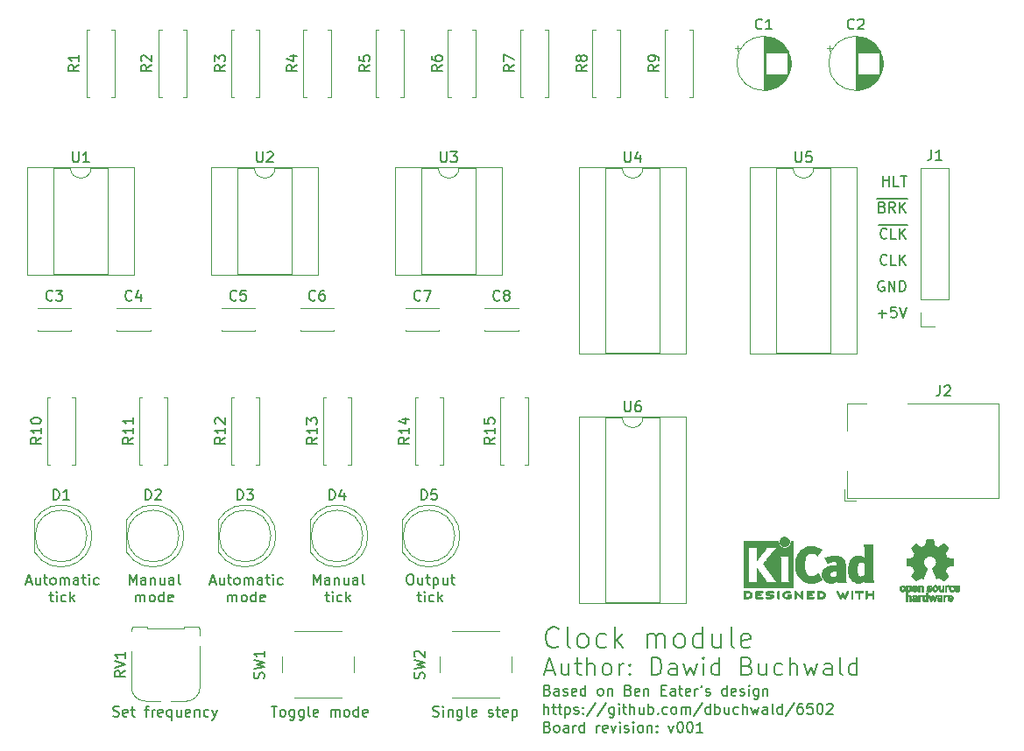
<source format=gto>
G04 #@! TF.GenerationSoftware,KiCad,Pcbnew,(5.1.5-0-10_14)*
G04 #@! TF.CreationDate,2020-02-17T19:34:06+01:00*
G04 #@! TF.ProjectId,Clock_module,436c6f63-6b5f-46d6-9f64-756c652e6b69,rev?*
G04 #@! TF.SameCoordinates,Original*
G04 #@! TF.FileFunction,Legend,Top*
G04 #@! TF.FilePolarity,Positive*
%FSLAX46Y46*%
G04 Gerber Fmt 4.6, Leading zero omitted, Abs format (unit mm)*
G04 Created by KiCad (PCBNEW (5.1.5-0-10_14)) date 2020-02-17 19:34:06*
%MOMM*%
%LPD*%
G04 APERTURE LIST*
%ADD10C,0.200000*%
%ADD11C,0.150000*%
%ADD12C,0.120000*%
%ADD13C,0.010000*%
G04 APERTURE END LIST*
D10*
X223973809Y-95533333D02*
X224783333Y-95533333D01*
X223811904Y-96019047D02*
X224378571Y-94319047D01*
X224945238Y-96019047D01*
X226240476Y-94885714D02*
X226240476Y-96019047D01*
X225511904Y-94885714D02*
X225511904Y-95776190D01*
X225592857Y-95938095D01*
X225754761Y-96019047D01*
X225997619Y-96019047D01*
X226159523Y-95938095D01*
X226240476Y-95857142D01*
X226807142Y-94885714D02*
X227454761Y-94885714D01*
X227050000Y-94319047D02*
X227050000Y-95776190D01*
X227130952Y-95938095D01*
X227292857Y-96019047D01*
X227454761Y-96019047D01*
X228021428Y-96019047D02*
X228021428Y-94319047D01*
X228750000Y-96019047D02*
X228750000Y-95128571D01*
X228669047Y-94966666D01*
X228507142Y-94885714D01*
X228264285Y-94885714D01*
X228102380Y-94966666D01*
X228021428Y-95047619D01*
X229802380Y-96019047D02*
X229640476Y-95938095D01*
X229559523Y-95857142D01*
X229478571Y-95695238D01*
X229478571Y-95209523D01*
X229559523Y-95047619D01*
X229640476Y-94966666D01*
X229802380Y-94885714D01*
X230045238Y-94885714D01*
X230207142Y-94966666D01*
X230288095Y-95047619D01*
X230369047Y-95209523D01*
X230369047Y-95695238D01*
X230288095Y-95857142D01*
X230207142Y-95938095D01*
X230045238Y-96019047D01*
X229802380Y-96019047D01*
X231097619Y-96019047D02*
X231097619Y-94885714D01*
X231097619Y-95209523D02*
X231178571Y-95047619D01*
X231259523Y-94966666D01*
X231421428Y-94885714D01*
X231583333Y-94885714D01*
X232150000Y-95857142D02*
X232230952Y-95938095D01*
X232150000Y-96019047D01*
X232069047Y-95938095D01*
X232150000Y-95857142D01*
X232150000Y-96019047D01*
X232150000Y-94966666D02*
X232230952Y-95047619D01*
X232150000Y-95128571D01*
X232069047Y-95047619D01*
X232150000Y-94966666D01*
X232150000Y-95128571D01*
X234254761Y-96019047D02*
X234254761Y-94319047D01*
X234659523Y-94319047D01*
X234902380Y-94400000D01*
X235064285Y-94561904D01*
X235145238Y-94723809D01*
X235226190Y-95047619D01*
X235226190Y-95290476D01*
X235145238Y-95614285D01*
X235064285Y-95776190D01*
X234902380Y-95938095D01*
X234659523Y-96019047D01*
X234254761Y-96019047D01*
X236683333Y-96019047D02*
X236683333Y-95128571D01*
X236602380Y-94966666D01*
X236440476Y-94885714D01*
X236116666Y-94885714D01*
X235954761Y-94966666D01*
X236683333Y-95938095D02*
X236521428Y-96019047D01*
X236116666Y-96019047D01*
X235954761Y-95938095D01*
X235873809Y-95776190D01*
X235873809Y-95614285D01*
X235954761Y-95452380D01*
X236116666Y-95371428D01*
X236521428Y-95371428D01*
X236683333Y-95290476D01*
X237330952Y-94885714D02*
X237654761Y-96019047D01*
X237978571Y-95209523D01*
X238302380Y-96019047D01*
X238626190Y-94885714D01*
X239273809Y-96019047D02*
X239273809Y-94885714D01*
X239273809Y-94319047D02*
X239192857Y-94400000D01*
X239273809Y-94480952D01*
X239354761Y-94400000D01*
X239273809Y-94319047D01*
X239273809Y-94480952D01*
X240811904Y-96019047D02*
X240811904Y-94319047D01*
X240811904Y-95938095D02*
X240650000Y-96019047D01*
X240326190Y-96019047D01*
X240164285Y-95938095D01*
X240083333Y-95857142D01*
X240002380Y-95695238D01*
X240002380Y-95209523D01*
X240083333Y-95047619D01*
X240164285Y-94966666D01*
X240326190Y-94885714D01*
X240650000Y-94885714D01*
X240811904Y-94966666D01*
X243483333Y-95128571D02*
X243726190Y-95209523D01*
X243807142Y-95290476D01*
X243888095Y-95452380D01*
X243888095Y-95695238D01*
X243807142Y-95857142D01*
X243726190Y-95938095D01*
X243564285Y-96019047D01*
X242916666Y-96019047D01*
X242916666Y-94319047D01*
X243483333Y-94319047D01*
X243645238Y-94400000D01*
X243726190Y-94480952D01*
X243807142Y-94642857D01*
X243807142Y-94804761D01*
X243726190Y-94966666D01*
X243645238Y-95047619D01*
X243483333Y-95128571D01*
X242916666Y-95128571D01*
X245345238Y-94885714D02*
X245345238Y-96019047D01*
X244616666Y-94885714D02*
X244616666Y-95776190D01*
X244697619Y-95938095D01*
X244859523Y-96019047D01*
X245102380Y-96019047D01*
X245264285Y-95938095D01*
X245345238Y-95857142D01*
X246883333Y-95938095D02*
X246721428Y-96019047D01*
X246397619Y-96019047D01*
X246235714Y-95938095D01*
X246154761Y-95857142D01*
X246073809Y-95695238D01*
X246073809Y-95209523D01*
X246154761Y-95047619D01*
X246235714Y-94966666D01*
X246397619Y-94885714D01*
X246721428Y-94885714D01*
X246883333Y-94966666D01*
X247611904Y-96019047D02*
X247611904Y-94319047D01*
X248340476Y-96019047D02*
X248340476Y-95128571D01*
X248259523Y-94966666D01*
X248097619Y-94885714D01*
X247854761Y-94885714D01*
X247692857Y-94966666D01*
X247611904Y-95047619D01*
X248988095Y-94885714D02*
X249311904Y-96019047D01*
X249635714Y-95209523D01*
X249959523Y-96019047D01*
X250283333Y-94885714D01*
X251659523Y-96019047D02*
X251659523Y-95128571D01*
X251578571Y-94966666D01*
X251416666Y-94885714D01*
X251092857Y-94885714D01*
X250930952Y-94966666D01*
X251659523Y-95938095D02*
X251497619Y-96019047D01*
X251092857Y-96019047D01*
X250930952Y-95938095D01*
X250850000Y-95776190D01*
X250850000Y-95614285D01*
X250930952Y-95452380D01*
X251092857Y-95371428D01*
X251497619Y-95371428D01*
X251659523Y-95290476D01*
X252711904Y-96019047D02*
X252550000Y-95938095D01*
X252469047Y-95776190D01*
X252469047Y-94319047D01*
X254088095Y-96019047D02*
X254088095Y-94319047D01*
X254088095Y-95938095D02*
X253926190Y-96019047D01*
X253602380Y-96019047D01*
X253440476Y-95938095D01*
X253359523Y-95857142D01*
X253278571Y-95695238D01*
X253278571Y-95209523D01*
X253359523Y-95047619D01*
X253440476Y-94966666D01*
X253602380Y-94885714D01*
X253926190Y-94885714D01*
X254088095Y-94966666D01*
D11*
X224188928Y-101020571D02*
X224331785Y-101068190D01*
X224379404Y-101115809D01*
X224427023Y-101211047D01*
X224427023Y-101353904D01*
X224379404Y-101449142D01*
X224331785Y-101496761D01*
X224236547Y-101544380D01*
X223855595Y-101544380D01*
X223855595Y-100544380D01*
X224188928Y-100544380D01*
X224284166Y-100592000D01*
X224331785Y-100639619D01*
X224379404Y-100734857D01*
X224379404Y-100830095D01*
X224331785Y-100925333D01*
X224284166Y-100972952D01*
X224188928Y-101020571D01*
X223855595Y-101020571D01*
X224998452Y-101544380D02*
X224903214Y-101496761D01*
X224855595Y-101449142D01*
X224807976Y-101353904D01*
X224807976Y-101068190D01*
X224855595Y-100972952D01*
X224903214Y-100925333D01*
X224998452Y-100877714D01*
X225141309Y-100877714D01*
X225236547Y-100925333D01*
X225284166Y-100972952D01*
X225331785Y-101068190D01*
X225331785Y-101353904D01*
X225284166Y-101449142D01*
X225236547Y-101496761D01*
X225141309Y-101544380D01*
X224998452Y-101544380D01*
X226188928Y-101544380D02*
X226188928Y-101020571D01*
X226141309Y-100925333D01*
X226046071Y-100877714D01*
X225855595Y-100877714D01*
X225760357Y-100925333D01*
X226188928Y-101496761D02*
X226093690Y-101544380D01*
X225855595Y-101544380D01*
X225760357Y-101496761D01*
X225712738Y-101401523D01*
X225712738Y-101306285D01*
X225760357Y-101211047D01*
X225855595Y-101163428D01*
X226093690Y-101163428D01*
X226188928Y-101115809D01*
X226665119Y-101544380D02*
X226665119Y-100877714D01*
X226665119Y-101068190D02*
X226712738Y-100972952D01*
X226760357Y-100925333D01*
X226855595Y-100877714D01*
X226950833Y-100877714D01*
X227712738Y-101544380D02*
X227712738Y-100544380D01*
X227712738Y-101496761D02*
X227617500Y-101544380D01*
X227427023Y-101544380D01*
X227331785Y-101496761D01*
X227284166Y-101449142D01*
X227236547Y-101353904D01*
X227236547Y-101068190D01*
X227284166Y-100972952D01*
X227331785Y-100925333D01*
X227427023Y-100877714D01*
X227617500Y-100877714D01*
X227712738Y-100925333D01*
X228950833Y-101544380D02*
X228950833Y-100877714D01*
X228950833Y-101068190D02*
X228998452Y-100972952D01*
X229046071Y-100925333D01*
X229141309Y-100877714D01*
X229236547Y-100877714D01*
X229950833Y-101496761D02*
X229855595Y-101544380D01*
X229665119Y-101544380D01*
X229569880Y-101496761D01*
X229522261Y-101401523D01*
X229522261Y-101020571D01*
X229569880Y-100925333D01*
X229665119Y-100877714D01*
X229855595Y-100877714D01*
X229950833Y-100925333D01*
X229998452Y-101020571D01*
X229998452Y-101115809D01*
X229522261Y-101211047D01*
X230331785Y-100877714D02*
X230569880Y-101544380D01*
X230807976Y-100877714D01*
X231188928Y-101544380D02*
X231188928Y-100877714D01*
X231188928Y-100544380D02*
X231141309Y-100592000D01*
X231188928Y-100639619D01*
X231236547Y-100592000D01*
X231188928Y-100544380D01*
X231188928Y-100639619D01*
X231617500Y-101496761D02*
X231712738Y-101544380D01*
X231903214Y-101544380D01*
X231998452Y-101496761D01*
X232046071Y-101401523D01*
X232046071Y-101353904D01*
X231998452Y-101258666D01*
X231903214Y-101211047D01*
X231760357Y-101211047D01*
X231665119Y-101163428D01*
X231617500Y-101068190D01*
X231617500Y-101020571D01*
X231665119Y-100925333D01*
X231760357Y-100877714D01*
X231903214Y-100877714D01*
X231998452Y-100925333D01*
X232474642Y-101544380D02*
X232474642Y-100877714D01*
X232474642Y-100544380D02*
X232427023Y-100592000D01*
X232474642Y-100639619D01*
X232522261Y-100592000D01*
X232474642Y-100544380D01*
X232474642Y-100639619D01*
X233093690Y-101544380D02*
X232998452Y-101496761D01*
X232950833Y-101449142D01*
X232903214Y-101353904D01*
X232903214Y-101068190D01*
X232950833Y-100972952D01*
X232998452Y-100925333D01*
X233093690Y-100877714D01*
X233236547Y-100877714D01*
X233331785Y-100925333D01*
X233379404Y-100972952D01*
X233427023Y-101068190D01*
X233427023Y-101353904D01*
X233379404Y-101449142D01*
X233331785Y-101496761D01*
X233236547Y-101544380D01*
X233093690Y-101544380D01*
X233855595Y-100877714D02*
X233855595Y-101544380D01*
X233855595Y-100972952D02*
X233903214Y-100925333D01*
X233998452Y-100877714D01*
X234141309Y-100877714D01*
X234236547Y-100925333D01*
X234284166Y-101020571D01*
X234284166Y-101544380D01*
X234760357Y-101449142D02*
X234807976Y-101496761D01*
X234760357Y-101544380D01*
X234712738Y-101496761D01*
X234760357Y-101449142D01*
X234760357Y-101544380D01*
X234760357Y-100925333D02*
X234807976Y-100972952D01*
X234760357Y-101020571D01*
X234712738Y-100972952D01*
X234760357Y-100925333D01*
X234760357Y-101020571D01*
X235903214Y-100877714D02*
X236141309Y-101544380D01*
X236379404Y-100877714D01*
X236950833Y-100544380D02*
X237046071Y-100544380D01*
X237141309Y-100592000D01*
X237188928Y-100639619D01*
X237236547Y-100734857D01*
X237284166Y-100925333D01*
X237284166Y-101163428D01*
X237236547Y-101353904D01*
X237188928Y-101449142D01*
X237141309Y-101496761D01*
X237046071Y-101544380D01*
X236950833Y-101544380D01*
X236855595Y-101496761D01*
X236807976Y-101449142D01*
X236760357Y-101353904D01*
X236712738Y-101163428D01*
X236712738Y-100925333D01*
X236760357Y-100734857D01*
X236807976Y-100639619D01*
X236855595Y-100592000D01*
X236950833Y-100544380D01*
X237903214Y-100544380D02*
X237998452Y-100544380D01*
X238093690Y-100592000D01*
X238141309Y-100639619D01*
X238188928Y-100734857D01*
X238236547Y-100925333D01*
X238236547Y-101163428D01*
X238188928Y-101353904D01*
X238141309Y-101449142D01*
X238093690Y-101496761D01*
X237998452Y-101544380D01*
X237903214Y-101544380D01*
X237807976Y-101496761D01*
X237760357Y-101449142D01*
X237712738Y-101353904D01*
X237665119Y-101163428D01*
X237665119Y-100925333D01*
X237712738Y-100734857D01*
X237760357Y-100639619D01*
X237807976Y-100592000D01*
X237903214Y-100544380D01*
X239188928Y-101544380D02*
X238617500Y-101544380D01*
X238903214Y-101544380D02*
X238903214Y-100544380D01*
X238807976Y-100687238D01*
X238712738Y-100782476D01*
X238617500Y-100830095D01*
X223855595Y-99766380D02*
X223855595Y-98766380D01*
X224284166Y-99766380D02*
X224284166Y-99242571D01*
X224236547Y-99147333D01*
X224141309Y-99099714D01*
X223998452Y-99099714D01*
X223903214Y-99147333D01*
X223855595Y-99194952D01*
X224617500Y-99099714D02*
X224998452Y-99099714D01*
X224760357Y-98766380D02*
X224760357Y-99623523D01*
X224807976Y-99718761D01*
X224903214Y-99766380D01*
X224998452Y-99766380D01*
X225188928Y-99099714D02*
X225569880Y-99099714D01*
X225331785Y-98766380D02*
X225331785Y-99623523D01*
X225379404Y-99718761D01*
X225474642Y-99766380D01*
X225569880Y-99766380D01*
X225903214Y-99099714D02*
X225903214Y-100099714D01*
X225903214Y-99147333D02*
X225998452Y-99099714D01*
X226188928Y-99099714D01*
X226284166Y-99147333D01*
X226331785Y-99194952D01*
X226379404Y-99290190D01*
X226379404Y-99575904D01*
X226331785Y-99671142D01*
X226284166Y-99718761D01*
X226188928Y-99766380D01*
X225998452Y-99766380D01*
X225903214Y-99718761D01*
X226760357Y-99718761D02*
X226855595Y-99766380D01*
X227046071Y-99766380D01*
X227141309Y-99718761D01*
X227188928Y-99623523D01*
X227188928Y-99575904D01*
X227141309Y-99480666D01*
X227046071Y-99433047D01*
X226903214Y-99433047D01*
X226807976Y-99385428D01*
X226760357Y-99290190D01*
X226760357Y-99242571D01*
X226807976Y-99147333D01*
X226903214Y-99099714D01*
X227046071Y-99099714D01*
X227141309Y-99147333D01*
X227617500Y-99671142D02*
X227665119Y-99718761D01*
X227617500Y-99766380D01*
X227569880Y-99718761D01*
X227617500Y-99671142D01*
X227617500Y-99766380D01*
X227617500Y-99147333D02*
X227665119Y-99194952D01*
X227617500Y-99242571D01*
X227569880Y-99194952D01*
X227617500Y-99147333D01*
X227617500Y-99242571D01*
X228807976Y-98718761D02*
X227950833Y-100004476D01*
X229855595Y-98718761D02*
X228998452Y-100004476D01*
X230617500Y-99099714D02*
X230617500Y-99909238D01*
X230569880Y-100004476D01*
X230522261Y-100052095D01*
X230427023Y-100099714D01*
X230284166Y-100099714D01*
X230188928Y-100052095D01*
X230617500Y-99718761D02*
X230522261Y-99766380D01*
X230331785Y-99766380D01*
X230236547Y-99718761D01*
X230188928Y-99671142D01*
X230141309Y-99575904D01*
X230141309Y-99290190D01*
X230188928Y-99194952D01*
X230236547Y-99147333D01*
X230331785Y-99099714D01*
X230522261Y-99099714D01*
X230617500Y-99147333D01*
X231093690Y-99766380D02*
X231093690Y-99099714D01*
X231093690Y-98766380D02*
X231046071Y-98814000D01*
X231093690Y-98861619D01*
X231141309Y-98814000D01*
X231093690Y-98766380D01*
X231093690Y-98861619D01*
X231427023Y-99099714D02*
X231807976Y-99099714D01*
X231569880Y-98766380D02*
X231569880Y-99623523D01*
X231617500Y-99718761D01*
X231712738Y-99766380D01*
X231807976Y-99766380D01*
X232141309Y-99766380D02*
X232141309Y-98766380D01*
X232569880Y-99766380D02*
X232569880Y-99242571D01*
X232522261Y-99147333D01*
X232427023Y-99099714D01*
X232284166Y-99099714D01*
X232188928Y-99147333D01*
X232141309Y-99194952D01*
X233474642Y-99099714D02*
X233474642Y-99766380D01*
X233046071Y-99099714D02*
X233046071Y-99623523D01*
X233093690Y-99718761D01*
X233188928Y-99766380D01*
X233331785Y-99766380D01*
X233427023Y-99718761D01*
X233474642Y-99671142D01*
X233950833Y-99766380D02*
X233950833Y-98766380D01*
X233950833Y-99147333D02*
X234046071Y-99099714D01*
X234236547Y-99099714D01*
X234331785Y-99147333D01*
X234379404Y-99194952D01*
X234427023Y-99290190D01*
X234427023Y-99575904D01*
X234379404Y-99671142D01*
X234331785Y-99718761D01*
X234236547Y-99766380D01*
X234046071Y-99766380D01*
X233950833Y-99718761D01*
X234855595Y-99671142D02*
X234903214Y-99718761D01*
X234855595Y-99766380D01*
X234807976Y-99718761D01*
X234855595Y-99671142D01*
X234855595Y-99766380D01*
X235760357Y-99718761D02*
X235665119Y-99766380D01*
X235474642Y-99766380D01*
X235379404Y-99718761D01*
X235331785Y-99671142D01*
X235284166Y-99575904D01*
X235284166Y-99290190D01*
X235331785Y-99194952D01*
X235379404Y-99147333D01*
X235474642Y-99099714D01*
X235665119Y-99099714D01*
X235760357Y-99147333D01*
X236331785Y-99766380D02*
X236236547Y-99718761D01*
X236188928Y-99671142D01*
X236141309Y-99575904D01*
X236141309Y-99290190D01*
X236188928Y-99194952D01*
X236236547Y-99147333D01*
X236331785Y-99099714D01*
X236474642Y-99099714D01*
X236569880Y-99147333D01*
X236617500Y-99194952D01*
X236665119Y-99290190D01*
X236665119Y-99575904D01*
X236617500Y-99671142D01*
X236569880Y-99718761D01*
X236474642Y-99766380D01*
X236331785Y-99766380D01*
X237093690Y-99766380D02*
X237093690Y-99099714D01*
X237093690Y-99194952D02*
X237141309Y-99147333D01*
X237236547Y-99099714D01*
X237379404Y-99099714D01*
X237474642Y-99147333D01*
X237522261Y-99242571D01*
X237522261Y-99766380D01*
X237522261Y-99242571D02*
X237569880Y-99147333D01*
X237665119Y-99099714D01*
X237807976Y-99099714D01*
X237903214Y-99147333D01*
X237950833Y-99242571D01*
X237950833Y-99766380D01*
X239141309Y-98718761D02*
X238284166Y-100004476D01*
X239903214Y-99766380D02*
X239903214Y-98766380D01*
X239903214Y-99718761D02*
X239807976Y-99766380D01*
X239617500Y-99766380D01*
X239522261Y-99718761D01*
X239474642Y-99671142D01*
X239427023Y-99575904D01*
X239427023Y-99290190D01*
X239474642Y-99194952D01*
X239522261Y-99147333D01*
X239617500Y-99099714D01*
X239807976Y-99099714D01*
X239903214Y-99147333D01*
X240379404Y-99766380D02*
X240379404Y-98766380D01*
X240379404Y-99147333D02*
X240474642Y-99099714D01*
X240665119Y-99099714D01*
X240760357Y-99147333D01*
X240807976Y-99194952D01*
X240855595Y-99290190D01*
X240855595Y-99575904D01*
X240807976Y-99671142D01*
X240760357Y-99718761D01*
X240665119Y-99766380D01*
X240474642Y-99766380D01*
X240379404Y-99718761D01*
X241712738Y-99099714D02*
X241712738Y-99766380D01*
X241284166Y-99099714D02*
X241284166Y-99623523D01*
X241331785Y-99718761D01*
X241427023Y-99766380D01*
X241569880Y-99766380D01*
X241665119Y-99718761D01*
X241712738Y-99671142D01*
X242617500Y-99718761D02*
X242522261Y-99766380D01*
X242331785Y-99766380D01*
X242236547Y-99718761D01*
X242188928Y-99671142D01*
X242141309Y-99575904D01*
X242141309Y-99290190D01*
X242188928Y-99194952D01*
X242236547Y-99147333D01*
X242331785Y-99099714D01*
X242522261Y-99099714D01*
X242617500Y-99147333D01*
X243046071Y-99766380D02*
X243046071Y-98766380D01*
X243474642Y-99766380D02*
X243474642Y-99242571D01*
X243427023Y-99147333D01*
X243331785Y-99099714D01*
X243188928Y-99099714D01*
X243093690Y-99147333D01*
X243046071Y-99194952D01*
X243855595Y-99099714D02*
X244046071Y-99766380D01*
X244236547Y-99290190D01*
X244427023Y-99766380D01*
X244617500Y-99099714D01*
X245427023Y-99766380D02*
X245427023Y-99242571D01*
X245379404Y-99147333D01*
X245284166Y-99099714D01*
X245093690Y-99099714D01*
X244998452Y-99147333D01*
X245427023Y-99718761D02*
X245331785Y-99766380D01*
X245093690Y-99766380D01*
X244998452Y-99718761D01*
X244950833Y-99623523D01*
X244950833Y-99528285D01*
X244998452Y-99433047D01*
X245093690Y-99385428D01*
X245331785Y-99385428D01*
X245427023Y-99337809D01*
X246046071Y-99766380D02*
X245950833Y-99718761D01*
X245903214Y-99623523D01*
X245903214Y-98766380D01*
X246855595Y-99766380D02*
X246855595Y-98766380D01*
X246855595Y-99718761D02*
X246760357Y-99766380D01*
X246569880Y-99766380D01*
X246474642Y-99718761D01*
X246427023Y-99671142D01*
X246379404Y-99575904D01*
X246379404Y-99290190D01*
X246427023Y-99194952D01*
X246474642Y-99147333D01*
X246569880Y-99099714D01*
X246760357Y-99099714D01*
X246855595Y-99147333D01*
X248046071Y-98718761D02*
X247188928Y-100004476D01*
X248807976Y-98766380D02*
X248617500Y-98766380D01*
X248522261Y-98814000D01*
X248474642Y-98861619D01*
X248379404Y-99004476D01*
X248331785Y-99194952D01*
X248331785Y-99575904D01*
X248379404Y-99671142D01*
X248427023Y-99718761D01*
X248522261Y-99766380D01*
X248712738Y-99766380D01*
X248807976Y-99718761D01*
X248855595Y-99671142D01*
X248903214Y-99575904D01*
X248903214Y-99337809D01*
X248855595Y-99242571D01*
X248807976Y-99194952D01*
X248712738Y-99147333D01*
X248522261Y-99147333D01*
X248427023Y-99194952D01*
X248379404Y-99242571D01*
X248331785Y-99337809D01*
X249807976Y-98766380D02*
X249331785Y-98766380D01*
X249284166Y-99242571D01*
X249331785Y-99194952D01*
X249427023Y-99147333D01*
X249665119Y-99147333D01*
X249760357Y-99194952D01*
X249807976Y-99242571D01*
X249855595Y-99337809D01*
X249855595Y-99575904D01*
X249807976Y-99671142D01*
X249760357Y-99718761D01*
X249665119Y-99766380D01*
X249427023Y-99766380D01*
X249331785Y-99718761D01*
X249284166Y-99671142D01*
X250474642Y-98766380D02*
X250569880Y-98766380D01*
X250665119Y-98814000D01*
X250712738Y-98861619D01*
X250760357Y-98956857D01*
X250807976Y-99147333D01*
X250807976Y-99385428D01*
X250760357Y-99575904D01*
X250712738Y-99671142D01*
X250665119Y-99718761D01*
X250569880Y-99766380D01*
X250474642Y-99766380D01*
X250379404Y-99718761D01*
X250331785Y-99671142D01*
X250284166Y-99575904D01*
X250236547Y-99385428D01*
X250236547Y-99147333D01*
X250284166Y-98956857D01*
X250331785Y-98861619D01*
X250379404Y-98814000D01*
X250474642Y-98766380D01*
X251188928Y-98861619D02*
X251236547Y-98814000D01*
X251331785Y-98766380D01*
X251569880Y-98766380D01*
X251665119Y-98814000D01*
X251712738Y-98861619D01*
X251760357Y-98956857D01*
X251760357Y-99052095D01*
X251712738Y-99194952D01*
X251141309Y-99766380D01*
X251760357Y-99766380D01*
X224188928Y-97464571D02*
X224331785Y-97512190D01*
X224379404Y-97559809D01*
X224427023Y-97655047D01*
X224427023Y-97797904D01*
X224379404Y-97893142D01*
X224331785Y-97940761D01*
X224236547Y-97988380D01*
X223855595Y-97988380D01*
X223855595Y-96988380D01*
X224188928Y-96988380D01*
X224284166Y-97036000D01*
X224331785Y-97083619D01*
X224379404Y-97178857D01*
X224379404Y-97274095D01*
X224331785Y-97369333D01*
X224284166Y-97416952D01*
X224188928Y-97464571D01*
X223855595Y-97464571D01*
X225284166Y-97988380D02*
X225284166Y-97464571D01*
X225236547Y-97369333D01*
X225141309Y-97321714D01*
X224950833Y-97321714D01*
X224855595Y-97369333D01*
X225284166Y-97940761D02*
X225188928Y-97988380D01*
X224950833Y-97988380D01*
X224855595Y-97940761D01*
X224807976Y-97845523D01*
X224807976Y-97750285D01*
X224855595Y-97655047D01*
X224950833Y-97607428D01*
X225188928Y-97607428D01*
X225284166Y-97559809D01*
X225712738Y-97940761D02*
X225807976Y-97988380D01*
X225998452Y-97988380D01*
X226093690Y-97940761D01*
X226141309Y-97845523D01*
X226141309Y-97797904D01*
X226093690Y-97702666D01*
X225998452Y-97655047D01*
X225855595Y-97655047D01*
X225760357Y-97607428D01*
X225712738Y-97512190D01*
X225712738Y-97464571D01*
X225760357Y-97369333D01*
X225855595Y-97321714D01*
X225998452Y-97321714D01*
X226093690Y-97369333D01*
X226950833Y-97940761D02*
X226855595Y-97988380D01*
X226665119Y-97988380D01*
X226569880Y-97940761D01*
X226522261Y-97845523D01*
X226522261Y-97464571D01*
X226569880Y-97369333D01*
X226665119Y-97321714D01*
X226855595Y-97321714D01*
X226950833Y-97369333D01*
X226998452Y-97464571D01*
X226998452Y-97559809D01*
X226522261Y-97655047D01*
X227855595Y-97988380D02*
X227855595Y-96988380D01*
X227855595Y-97940761D02*
X227760357Y-97988380D01*
X227569880Y-97988380D01*
X227474642Y-97940761D01*
X227427023Y-97893142D01*
X227379404Y-97797904D01*
X227379404Y-97512190D01*
X227427023Y-97416952D01*
X227474642Y-97369333D01*
X227569880Y-97321714D01*
X227760357Y-97321714D01*
X227855595Y-97369333D01*
X229236547Y-97988380D02*
X229141309Y-97940761D01*
X229093690Y-97893142D01*
X229046071Y-97797904D01*
X229046071Y-97512190D01*
X229093690Y-97416952D01*
X229141309Y-97369333D01*
X229236547Y-97321714D01*
X229379404Y-97321714D01*
X229474642Y-97369333D01*
X229522261Y-97416952D01*
X229569880Y-97512190D01*
X229569880Y-97797904D01*
X229522261Y-97893142D01*
X229474642Y-97940761D01*
X229379404Y-97988380D01*
X229236547Y-97988380D01*
X229998452Y-97321714D02*
X229998452Y-97988380D01*
X229998452Y-97416952D02*
X230046071Y-97369333D01*
X230141309Y-97321714D01*
X230284166Y-97321714D01*
X230379404Y-97369333D01*
X230427023Y-97464571D01*
X230427023Y-97988380D01*
X231998452Y-97464571D02*
X232141309Y-97512190D01*
X232188928Y-97559809D01*
X232236547Y-97655047D01*
X232236547Y-97797904D01*
X232188928Y-97893142D01*
X232141309Y-97940761D01*
X232046071Y-97988380D01*
X231665119Y-97988380D01*
X231665119Y-96988380D01*
X231998452Y-96988380D01*
X232093690Y-97036000D01*
X232141309Y-97083619D01*
X232188928Y-97178857D01*
X232188928Y-97274095D01*
X232141309Y-97369333D01*
X232093690Y-97416952D01*
X231998452Y-97464571D01*
X231665119Y-97464571D01*
X233046071Y-97940761D02*
X232950833Y-97988380D01*
X232760357Y-97988380D01*
X232665119Y-97940761D01*
X232617500Y-97845523D01*
X232617500Y-97464571D01*
X232665119Y-97369333D01*
X232760357Y-97321714D01*
X232950833Y-97321714D01*
X233046071Y-97369333D01*
X233093690Y-97464571D01*
X233093690Y-97559809D01*
X232617500Y-97655047D01*
X233522261Y-97321714D02*
X233522261Y-97988380D01*
X233522261Y-97416952D02*
X233569880Y-97369333D01*
X233665119Y-97321714D01*
X233807976Y-97321714D01*
X233903214Y-97369333D01*
X233950833Y-97464571D01*
X233950833Y-97988380D01*
X235188928Y-97464571D02*
X235522261Y-97464571D01*
X235665119Y-97988380D02*
X235188928Y-97988380D01*
X235188928Y-96988380D01*
X235665119Y-96988380D01*
X236522261Y-97988380D02*
X236522261Y-97464571D01*
X236474642Y-97369333D01*
X236379404Y-97321714D01*
X236188928Y-97321714D01*
X236093690Y-97369333D01*
X236522261Y-97940761D02*
X236427023Y-97988380D01*
X236188928Y-97988380D01*
X236093690Y-97940761D01*
X236046071Y-97845523D01*
X236046071Y-97750285D01*
X236093690Y-97655047D01*
X236188928Y-97607428D01*
X236427023Y-97607428D01*
X236522261Y-97559809D01*
X236855595Y-97321714D02*
X237236547Y-97321714D01*
X236998452Y-96988380D02*
X236998452Y-97845523D01*
X237046071Y-97940761D01*
X237141309Y-97988380D01*
X237236547Y-97988380D01*
X237950833Y-97940761D02*
X237855595Y-97988380D01*
X237665119Y-97988380D01*
X237569880Y-97940761D01*
X237522261Y-97845523D01*
X237522261Y-97464571D01*
X237569880Y-97369333D01*
X237665119Y-97321714D01*
X237855595Y-97321714D01*
X237950833Y-97369333D01*
X237998452Y-97464571D01*
X237998452Y-97559809D01*
X237522261Y-97655047D01*
X238427023Y-97988380D02*
X238427023Y-97321714D01*
X238427023Y-97512190D02*
X238474642Y-97416952D01*
X238522261Y-97369333D01*
X238617500Y-97321714D01*
X238712738Y-97321714D01*
X239093690Y-96988380D02*
X239093690Y-97036000D01*
X239046071Y-97131238D01*
X238998452Y-97178857D01*
X239474642Y-97940761D02*
X239569880Y-97988380D01*
X239760357Y-97988380D01*
X239855595Y-97940761D01*
X239903214Y-97845523D01*
X239903214Y-97797904D01*
X239855595Y-97702666D01*
X239760357Y-97655047D01*
X239617500Y-97655047D01*
X239522261Y-97607428D01*
X239474642Y-97512190D01*
X239474642Y-97464571D01*
X239522261Y-97369333D01*
X239617500Y-97321714D01*
X239760357Y-97321714D01*
X239855595Y-97369333D01*
X241522261Y-97988380D02*
X241522261Y-96988380D01*
X241522261Y-97940761D02*
X241427023Y-97988380D01*
X241236547Y-97988380D01*
X241141309Y-97940761D01*
X241093690Y-97893142D01*
X241046071Y-97797904D01*
X241046071Y-97512190D01*
X241093690Y-97416952D01*
X241141309Y-97369333D01*
X241236547Y-97321714D01*
X241427023Y-97321714D01*
X241522261Y-97369333D01*
X242379404Y-97940761D02*
X242284166Y-97988380D01*
X242093690Y-97988380D01*
X241998452Y-97940761D01*
X241950833Y-97845523D01*
X241950833Y-97464571D01*
X241998452Y-97369333D01*
X242093690Y-97321714D01*
X242284166Y-97321714D01*
X242379404Y-97369333D01*
X242427023Y-97464571D01*
X242427023Y-97559809D01*
X241950833Y-97655047D01*
X242807976Y-97940761D02*
X242903214Y-97988380D01*
X243093690Y-97988380D01*
X243188928Y-97940761D01*
X243236547Y-97845523D01*
X243236547Y-97797904D01*
X243188928Y-97702666D01*
X243093690Y-97655047D01*
X242950833Y-97655047D01*
X242855595Y-97607428D01*
X242807976Y-97512190D01*
X242807976Y-97464571D01*
X242855595Y-97369333D01*
X242950833Y-97321714D01*
X243093690Y-97321714D01*
X243188928Y-97369333D01*
X243665119Y-97988380D02*
X243665119Y-97321714D01*
X243665119Y-96988380D02*
X243617500Y-97036000D01*
X243665119Y-97083619D01*
X243712738Y-97036000D01*
X243665119Y-96988380D01*
X243665119Y-97083619D01*
X244569880Y-97321714D02*
X244569880Y-98131238D01*
X244522261Y-98226476D01*
X244474642Y-98274095D01*
X244379404Y-98321714D01*
X244236547Y-98321714D01*
X244141309Y-98274095D01*
X244569880Y-97940761D02*
X244474642Y-97988380D01*
X244284166Y-97988380D01*
X244188928Y-97940761D01*
X244141309Y-97893142D01*
X244093690Y-97797904D01*
X244093690Y-97512190D01*
X244141309Y-97416952D01*
X244188928Y-97369333D01*
X244284166Y-97321714D01*
X244474642Y-97321714D01*
X244569880Y-97369333D01*
X245046071Y-97321714D02*
X245046071Y-97988380D01*
X245046071Y-97416952D02*
X245093690Y-97369333D01*
X245188928Y-97321714D01*
X245331785Y-97321714D01*
X245427023Y-97369333D01*
X245474642Y-97464571D01*
X245474642Y-97988380D01*
D10*
X225269047Y-93170285D02*
X225173809Y-93265523D01*
X224888095Y-93360761D01*
X224697619Y-93360761D01*
X224411904Y-93265523D01*
X224221428Y-93075047D01*
X224126190Y-92884571D01*
X224030952Y-92503619D01*
X224030952Y-92217904D01*
X224126190Y-91836952D01*
X224221428Y-91646476D01*
X224411904Y-91456000D01*
X224697619Y-91360761D01*
X224888095Y-91360761D01*
X225173809Y-91456000D01*
X225269047Y-91551238D01*
X226411904Y-93360761D02*
X226221428Y-93265523D01*
X226126190Y-93075047D01*
X226126190Y-91360761D01*
X227459523Y-93360761D02*
X227269047Y-93265523D01*
X227173809Y-93170285D01*
X227078571Y-92979809D01*
X227078571Y-92408380D01*
X227173809Y-92217904D01*
X227269047Y-92122666D01*
X227459523Y-92027428D01*
X227745238Y-92027428D01*
X227935714Y-92122666D01*
X228030952Y-92217904D01*
X228126190Y-92408380D01*
X228126190Y-92979809D01*
X228030952Y-93170285D01*
X227935714Y-93265523D01*
X227745238Y-93360761D01*
X227459523Y-93360761D01*
X229840476Y-93265523D02*
X229650000Y-93360761D01*
X229269047Y-93360761D01*
X229078571Y-93265523D01*
X228983333Y-93170285D01*
X228888095Y-92979809D01*
X228888095Y-92408380D01*
X228983333Y-92217904D01*
X229078571Y-92122666D01*
X229269047Y-92027428D01*
X229650000Y-92027428D01*
X229840476Y-92122666D01*
X230697619Y-93360761D02*
X230697619Y-91360761D01*
X230888095Y-92598857D02*
X231459523Y-93360761D01*
X231459523Y-92027428D02*
X230697619Y-92789333D01*
X233840476Y-93360761D02*
X233840476Y-92027428D01*
X233840476Y-92217904D02*
X233935714Y-92122666D01*
X234126190Y-92027428D01*
X234411904Y-92027428D01*
X234602380Y-92122666D01*
X234697619Y-92313142D01*
X234697619Y-93360761D01*
X234697619Y-92313142D02*
X234792857Y-92122666D01*
X234983333Y-92027428D01*
X235269047Y-92027428D01*
X235459523Y-92122666D01*
X235554761Y-92313142D01*
X235554761Y-93360761D01*
X236792857Y-93360761D02*
X236602380Y-93265523D01*
X236507142Y-93170285D01*
X236411904Y-92979809D01*
X236411904Y-92408380D01*
X236507142Y-92217904D01*
X236602380Y-92122666D01*
X236792857Y-92027428D01*
X237078571Y-92027428D01*
X237269047Y-92122666D01*
X237364285Y-92217904D01*
X237459523Y-92408380D01*
X237459523Y-92979809D01*
X237364285Y-93170285D01*
X237269047Y-93265523D01*
X237078571Y-93360761D01*
X236792857Y-93360761D01*
X239173809Y-93360761D02*
X239173809Y-91360761D01*
X239173809Y-93265523D02*
X238983333Y-93360761D01*
X238602380Y-93360761D01*
X238411904Y-93265523D01*
X238316666Y-93170285D01*
X238221428Y-92979809D01*
X238221428Y-92408380D01*
X238316666Y-92217904D01*
X238411904Y-92122666D01*
X238602380Y-92027428D01*
X238983333Y-92027428D01*
X239173809Y-92122666D01*
X240983333Y-92027428D02*
X240983333Y-93360761D01*
X240126190Y-92027428D02*
X240126190Y-93075047D01*
X240221428Y-93265523D01*
X240411904Y-93360761D01*
X240697619Y-93360761D01*
X240888095Y-93265523D01*
X240983333Y-93170285D01*
X242221428Y-93360761D02*
X242030952Y-93265523D01*
X241935714Y-93075047D01*
X241935714Y-91360761D01*
X243745238Y-93265523D02*
X243554761Y-93360761D01*
X243173809Y-93360761D01*
X242983333Y-93265523D01*
X242888095Y-93075047D01*
X242888095Y-92313142D01*
X242983333Y-92122666D01*
X243173809Y-92027428D01*
X243554761Y-92027428D01*
X243745238Y-92122666D01*
X243840476Y-92313142D01*
X243840476Y-92503619D01*
X242888095Y-92694095D01*
D11*
X210828190Y-86257380D02*
X211018666Y-86257380D01*
X211113904Y-86305000D01*
X211209142Y-86400238D01*
X211256761Y-86590714D01*
X211256761Y-86924047D01*
X211209142Y-87114523D01*
X211113904Y-87209761D01*
X211018666Y-87257380D01*
X210828190Y-87257380D01*
X210732952Y-87209761D01*
X210637714Y-87114523D01*
X210590095Y-86924047D01*
X210590095Y-86590714D01*
X210637714Y-86400238D01*
X210732952Y-86305000D01*
X210828190Y-86257380D01*
X212113904Y-86590714D02*
X212113904Y-87257380D01*
X211685333Y-86590714D02*
X211685333Y-87114523D01*
X211732952Y-87209761D01*
X211828190Y-87257380D01*
X211971047Y-87257380D01*
X212066285Y-87209761D01*
X212113904Y-87162142D01*
X212447238Y-86590714D02*
X212828190Y-86590714D01*
X212590095Y-86257380D02*
X212590095Y-87114523D01*
X212637714Y-87209761D01*
X212732952Y-87257380D01*
X212828190Y-87257380D01*
X213161523Y-86590714D02*
X213161523Y-87590714D01*
X213161523Y-86638333D02*
X213256761Y-86590714D01*
X213447238Y-86590714D01*
X213542476Y-86638333D01*
X213590095Y-86685952D01*
X213637714Y-86781190D01*
X213637714Y-87066904D01*
X213590095Y-87162142D01*
X213542476Y-87209761D01*
X213447238Y-87257380D01*
X213256761Y-87257380D01*
X213161523Y-87209761D01*
X214494857Y-86590714D02*
X214494857Y-87257380D01*
X214066285Y-86590714D02*
X214066285Y-87114523D01*
X214113904Y-87209761D01*
X214209142Y-87257380D01*
X214352000Y-87257380D01*
X214447238Y-87209761D01*
X214494857Y-87162142D01*
X214828190Y-86590714D02*
X215209142Y-86590714D01*
X214971047Y-86257380D02*
X214971047Y-87114523D01*
X215018666Y-87209761D01*
X215113904Y-87257380D01*
X215209142Y-87257380D01*
X211590095Y-88240714D02*
X211971047Y-88240714D01*
X211732952Y-87907380D02*
X211732952Y-88764523D01*
X211780571Y-88859761D01*
X211875809Y-88907380D01*
X211971047Y-88907380D01*
X212304380Y-88907380D02*
X212304380Y-88240714D01*
X212304380Y-87907380D02*
X212256761Y-87955000D01*
X212304380Y-88002619D01*
X212352000Y-87955000D01*
X212304380Y-87907380D01*
X212304380Y-88002619D01*
X213209142Y-88859761D02*
X213113904Y-88907380D01*
X212923428Y-88907380D01*
X212828190Y-88859761D01*
X212780571Y-88812142D01*
X212732952Y-88716904D01*
X212732952Y-88431190D01*
X212780571Y-88335952D01*
X212828190Y-88288333D01*
X212923428Y-88240714D01*
X213113904Y-88240714D01*
X213209142Y-88288333D01*
X213637714Y-88907380D02*
X213637714Y-87907380D01*
X213732952Y-88526428D02*
X214018666Y-88907380D01*
X214018666Y-88240714D02*
X213637714Y-88621666D01*
X201557238Y-87257380D02*
X201557238Y-86257380D01*
X201890571Y-86971666D01*
X202223904Y-86257380D01*
X202223904Y-87257380D01*
X203128666Y-87257380D02*
X203128666Y-86733571D01*
X203081047Y-86638333D01*
X202985809Y-86590714D01*
X202795333Y-86590714D01*
X202700095Y-86638333D01*
X203128666Y-87209761D02*
X203033428Y-87257380D01*
X202795333Y-87257380D01*
X202700095Y-87209761D01*
X202652476Y-87114523D01*
X202652476Y-87019285D01*
X202700095Y-86924047D01*
X202795333Y-86876428D01*
X203033428Y-86876428D01*
X203128666Y-86828809D01*
X203604857Y-86590714D02*
X203604857Y-87257380D01*
X203604857Y-86685952D02*
X203652476Y-86638333D01*
X203747714Y-86590714D01*
X203890571Y-86590714D01*
X203985809Y-86638333D01*
X204033428Y-86733571D01*
X204033428Y-87257380D01*
X204938190Y-86590714D02*
X204938190Y-87257380D01*
X204509619Y-86590714D02*
X204509619Y-87114523D01*
X204557238Y-87209761D01*
X204652476Y-87257380D01*
X204795333Y-87257380D01*
X204890571Y-87209761D01*
X204938190Y-87162142D01*
X205842952Y-87257380D02*
X205842952Y-86733571D01*
X205795333Y-86638333D01*
X205700095Y-86590714D01*
X205509619Y-86590714D01*
X205414380Y-86638333D01*
X205842952Y-87209761D02*
X205747714Y-87257380D01*
X205509619Y-87257380D01*
X205414380Y-87209761D01*
X205366761Y-87114523D01*
X205366761Y-87019285D01*
X205414380Y-86924047D01*
X205509619Y-86876428D01*
X205747714Y-86876428D01*
X205842952Y-86828809D01*
X206462000Y-87257380D02*
X206366761Y-87209761D01*
X206319142Y-87114523D01*
X206319142Y-86257380D01*
X202700095Y-88240714D02*
X203081047Y-88240714D01*
X202842952Y-87907380D02*
X202842952Y-88764523D01*
X202890571Y-88859761D01*
X202985809Y-88907380D01*
X203081047Y-88907380D01*
X203414380Y-88907380D02*
X203414380Y-88240714D01*
X203414380Y-87907380D02*
X203366761Y-87955000D01*
X203414380Y-88002619D01*
X203462000Y-87955000D01*
X203414380Y-87907380D01*
X203414380Y-88002619D01*
X204319142Y-88859761D02*
X204223904Y-88907380D01*
X204033428Y-88907380D01*
X203938190Y-88859761D01*
X203890571Y-88812142D01*
X203842952Y-88716904D01*
X203842952Y-88431190D01*
X203890571Y-88335952D01*
X203938190Y-88288333D01*
X204033428Y-88240714D01*
X204223904Y-88240714D01*
X204319142Y-88288333D01*
X204747714Y-88907380D02*
X204747714Y-87907380D01*
X204842952Y-88526428D02*
X205128666Y-88907380D01*
X205128666Y-88240714D02*
X204747714Y-88621666D01*
X191572000Y-86971666D02*
X192048190Y-86971666D01*
X191476761Y-87257380D02*
X191810095Y-86257380D01*
X192143428Y-87257380D01*
X192905333Y-86590714D02*
X192905333Y-87257380D01*
X192476761Y-86590714D02*
X192476761Y-87114523D01*
X192524380Y-87209761D01*
X192619619Y-87257380D01*
X192762476Y-87257380D01*
X192857714Y-87209761D01*
X192905333Y-87162142D01*
X193238666Y-86590714D02*
X193619619Y-86590714D01*
X193381523Y-86257380D02*
X193381523Y-87114523D01*
X193429142Y-87209761D01*
X193524380Y-87257380D01*
X193619619Y-87257380D01*
X194095809Y-87257380D02*
X194000571Y-87209761D01*
X193952952Y-87162142D01*
X193905333Y-87066904D01*
X193905333Y-86781190D01*
X193952952Y-86685952D01*
X194000571Y-86638333D01*
X194095809Y-86590714D01*
X194238666Y-86590714D01*
X194333904Y-86638333D01*
X194381523Y-86685952D01*
X194429142Y-86781190D01*
X194429142Y-87066904D01*
X194381523Y-87162142D01*
X194333904Y-87209761D01*
X194238666Y-87257380D01*
X194095809Y-87257380D01*
X194857714Y-87257380D02*
X194857714Y-86590714D01*
X194857714Y-86685952D02*
X194905333Y-86638333D01*
X195000571Y-86590714D01*
X195143428Y-86590714D01*
X195238666Y-86638333D01*
X195286285Y-86733571D01*
X195286285Y-87257380D01*
X195286285Y-86733571D02*
X195333904Y-86638333D01*
X195429142Y-86590714D01*
X195572000Y-86590714D01*
X195667238Y-86638333D01*
X195714857Y-86733571D01*
X195714857Y-87257380D01*
X196619619Y-87257380D02*
X196619619Y-86733571D01*
X196572000Y-86638333D01*
X196476761Y-86590714D01*
X196286285Y-86590714D01*
X196191047Y-86638333D01*
X196619619Y-87209761D02*
X196524380Y-87257380D01*
X196286285Y-87257380D01*
X196191047Y-87209761D01*
X196143428Y-87114523D01*
X196143428Y-87019285D01*
X196191047Y-86924047D01*
X196286285Y-86876428D01*
X196524380Y-86876428D01*
X196619619Y-86828809D01*
X196952952Y-86590714D02*
X197333904Y-86590714D01*
X197095809Y-86257380D02*
X197095809Y-87114523D01*
X197143428Y-87209761D01*
X197238666Y-87257380D01*
X197333904Y-87257380D01*
X197667238Y-87257380D02*
X197667238Y-86590714D01*
X197667238Y-86257380D02*
X197619619Y-86305000D01*
X197667238Y-86352619D01*
X197714857Y-86305000D01*
X197667238Y-86257380D01*
X197667238Y-86352619D01*
X198572000Y-87209761D02*
X198476761Y-87257380D01*
X198286285Y-87257380D01*
X198191047Y-87209761D01*
X198143428Y-87162142D01*
X198095809Y-87066904D01*
X198095809Y-86781190D01*
X198143428Y-86685952D01*
X198191047Y-86638333D01*
X198286285Y-86590714D01*
X198476761Y-86590714D01*
X198572000Y-86638333D01*
X193310095Y-88907380D02*
X193310095Y-88240714D01*
X193310095Y-88335952D02*
X193357714Y-88288333D01*
X193452952Y-88240714D01*
X193595809Y-88240714D01*
X193691047Y-88288333D01*
X193738666Y-88383571D01*
X193738666Y-88907380D01*
X193738666Y-88383571D02*
X193786285Y-88288333D01*
X193881523Y-88240714D01*
X194024380Y-88240714D01*
X194119619Y-88288333D01*
X194167238Y-88383571D01*
X194167238Y-88907380D01*
X194786285Y-88907380D02*
X194691047Y-88859761D01*
X194643428Y-88812142D01*
X194595809Y-88716904D01*
X194595809Y-88431190D01*
X194643428Y-88335952D01*
X194691047Y-88288333D01*
X194786285Y-88240714D01*
X194929142Y-88240714D01*
X195024380Y-88288333D01*
X195072000Y-88335952D01*
X195119619Y-88431190D01*
X195119619Y-88716904D01*
X195072000Y-88812142D01*
X195024380Y-88859761D01*
X194929142Y-88907380D01*
X194786285Y-88907380D01*
X195976761Y-88907380D02*
X195976761Y-87907380D01*
X195976761Y-88859761D02*
X195881523Y-88907380D01*
X195691047Y-88907380D01*
X195595809Y-88859761D01*
X195548190Y-88812142D01*
X195500571Y-88716904D01*
X195500571Y-88431190D01*
X195548190Y-88335952D01*
X195595809Y-88288333D01*
X195691047Y-88240714D01*
X195881523Y-88240714D01*
X195976761Y-88288333D01*
X196833904Y-88859761D02*
X196738666Y-88907380D01*
X196548190Y-88907380D01*
X196452952Y-88859761D01*
X196405333Y-88764523D01*
X196405333Y-88383571D01*
X196452952Y-88288333D01*
X196548190Y-88240714D01*
X196738666Y-88240714D01*
X196833904Y-88288333D01*
X196881523Y-88383571D01*
X196881523Y-88478809D01*
X196405333Y-88574047D01*
X183777238Y-87257380D02*
X183777238Y-86257380D01*
X184110571Y-86971666D01*
X184443904Y-86257380D01*
X184443904Y-87257380D01*
X185348666Y-87257380D02*
X185348666Y-86733571D01*
X185301047Y-86638333D01*
X185205809Y-86590714D01*
X185015333Y-86590714D01*
X184920095Y-86638333D01*
X185348666Y-87209761D02*
X185253428Y-87257380D01*
X185015333Y-87257380D01*
X184920095Y-87209761D01*
X184872476Y-87114523D01*
X184872476Y-87019285D01*
X184920095Y-86924047D01*
X185015333Y-86876428D01*
X185253428Y-86876428D01*
X185348666Y-86828809D01*
X185824857Y-86590714D02*
X185824857Y-87257380D01*
X185824857Y-86685952D02*
X185872476Y-86638333D01*
X185967714Y-86590714D01*
X186110571Y-86590714D01*
X186205809Y-86638333D01*
X186253428Y-86733571D01*
X186253428Y-87257380D01*
X187158190Y-86590714D02*
X187158190Y-87257380D01*
X186729619Y-86590714D02*
X186729619Y-87114523D01*
X186777238Y-87209761D01*
X186872476Y-87257380D01*
X187015333Y-87257380D01*
X187110571Y-87209761D01*
X187158190Y-87162142D01*
X188062952Y-87257380D02*
X188062952Y-86733571D01*
X188015333Y-86638333D01*
X187920095Y-86590714D01*
X187729619Y-86590714D01*
X187634380Y-86638333D01*
X188062952Y-87209761D02*
X187967714Y-87257380D01*
X187729619Y-87257380D01*
X187634380Y-87209761D01*
X187586761Y-87114523D01*
X187586761Y-87019285D01*
X187634380Y-86924047D01*
X187729619Y-86876428D01*
X187967714Y-86876428D01*
X188062952Y-86828809D01*
X188682000Y-87257380D02*
X188586761Y-87209761D01*
X188539142Y-87114523D01*
X188539142Y-86257380D01*
X184420095Y-88907380D02*
X184420095Y-88240714D01*
X184420095Y-88335952D02*
X184467714Y-88288333D01*
X184562952Y-88240714D01*
X184705809Y-88240714D01*
X184801047Y-88288333D01*
X184848666Y-88383571D01*
X184848666Y-88907380D01*
X184848666Y-88383571D02*
X184896285Y-88288333D01*
X184991523Y-88240714D01*
X185134380Y-88240714D01*
X185229619Y-88288333D01*
X185277238Y-88383571D01*
X185277238Y-88907380D01*
X185896285Y-88907380D02*
X185801047Y-88859761D01*
X185753428Y-88812142D01*
X185705809Y-88716904D01*
X185705809Y-88431190D01*
X185753428Y-88335952D01*
X185801047Y-88288333D01*
X185896285Y-88240714D01*
X186039142Y-88240714D01*
X186134380Y-88288333D01*
X186182000Y-88335952D01*
X186229619Y-88431190D01*
X186229619Y-88716904D01*
X186182000Y-88812142D01*
X186134380Y-88859761D01*
X186039142Y-88907380D01*
X185896285Y-88907380D01*
X187086761Y-88907380D02*
X187086761Y-87907380D01*
X187086761Y-88859761D02*
X186991523Y-88907380D01*
X186801047Y-88907380D01*
X186705809Y-88859761D01*
X186658190Y-88812142D01*
X186610571Y-88716904D01*
X186610571Y-88431190D01*
X186658190Y-88335952D01*
X186705809Y-88288333D01*
X186801047Y-88240714D01*
X186991523Y-88240714D01*
X187086761Y-88288333D01*
X187943904Y-88859761D02*
X187848666Y-88907380D01*
X187658190Y-88907380D01*
X187562952Y-88859761D01*
X187515333Y-88764523D01*
X187515333Y-88383571D01*
X187562952Y-88288333D01*
X187658190Y-88240714D01*
X187848666Y-88240714D01*
X187943904Y-88288333D01*
X187991523Y-88383571D01*
X187991523Y-88478809D01*
X187515333Y-88574047D01*
X173792000Y-86971666D02*
X174268190Y-86971666D01*
X173696761Y-87257380D02*
X174030095Y-86257380D01*
X174363428Y-87257380D01*
X175125333Y-86590714D02*
X175125333Y-87257380D01*
X174696761Y-86590714D02*
X174696761Y-87114523D01*
X174744380Y-87209761D01*
X174839619Y-87257380D01*
X174982476Y-87257380D01*
X175077714Y-87209761D01*
X175125333Y-87162142D01*
X175458666Y-86590714D02*
X175839619Y-86590714D01*
X175601523Y-86257380D02*
X175601523Y-87114523D01*
X175649142Y-87209761D01*
X175744380Y-87257380D01*
X175839619Y-87257380D01*
X176315809Y-87257380D02*
X176220571Y-87209761D01*
X176172952Y-87162142D01*
X176125333Y-87066904D01*
X176125333Y-86781190D01*
X176172952Y-86685952D01*
X176220571Y-86638333D01*
X176315809Y-86590714D01*
X176458666Y-86590714D01*
X176553904Y-86638333D01*
X176601523Y-86685952D01*
X176649142Y-86781190D01*
X176649142Y-87066904D01*
X176601523Y-87162142D01*
X176553904Y-87209761D01*
X176458666Y-87257380D01*
X176315809Y-87257380D01*
X177077714Y-87257380D02*
X177077714Y-86590714D01*
X177077714Y-86685952D02*
X177125333Y-86638333D01*
X177220571Y-86590714D01*
X177363428Y-86590714D01*
X177458666Y-86638333D01*
X177506285Y-86733571D01*
X177506285Y-87257380D01*
X177506285Y-86733571D02*
X177553904Y-86638333D01*
X177649142Y-86590714D01*
X177792000Y-86590714D01*
X177887238Y-86638333D01*
X177934857Y-86733571D01*
X177934857Y-87257380D01*
X178839619Y-87257380D02*
X178839619Y-86733571D01*
X178792000Y-86638333D01*
X178696761Y-86590714D01*
X178506285Y-86590714D01*
X178411047Y-86638333D01*
X178839619Y-87209761D02*
X178744380Y-87257380D01*
X178506285Y-87257380D01*
X178411047Y-87209761D01*
X178363428Y-87114523D01*
X178363428Y-87019285D01*
X178411047Y-86924047D01*
X178506285Y-86876428D01*
X178744380Y-86876428D01*
X178839619Y-86828809D01*
X179172952Y-86590714D02*
X179553904Y-86590714D01*
X179315809Y-86257380D02*
X179315809Y-87114523D01*
X179363428Y-87209761D01*
X179458666Y-87257380D01*
X179553904Y-87257380D01*
X179887238Y-87257380D02*
X179887238Y-86590714D01*
X179887238Y-86257380D02*
X179839619Y-86305000D01*
X179887238Y-86352619D01*
X179934857Y-86305000D01*
X179887238Y-86257380D01*
X179887238Y-86352619D01*
X180792000Y-87209761D02*
X180696761Y-87257380D01*
X180506285Y-87257380D01*
X180411047Y-87209761D01*
X180363428Y-87162142D01*
X180315809Y-87066904D01*
X180315809Y-86781190D01*
X180363428Y-86685952D01*
X180411047Y-86638333D01*
X180506285Y-86590714D01*
X180696761Y-86590714D01*
X180792000Y-86638333D01*
X176030095Y-88240714D02*
X176411047Y-88240714D01*
X176172952Y-87907380D02*
X176172952Y-88764523D01*
X176220571Y-88859761D01*
X176315809Y-88907380D01*
X176411047Y-88907380D01*
X176744380Y-88907380D02*
X176744380Y-88240714D01*
X176744380Y-87907380D02*
X176696761Y-87955000D01*
X176744380Y-88002619D01*
X176792000Y-87955000D01*
X176744380Y-87907380D01*
X176744380Y-88002619D01*
X177649142Y-88859761D02*
X177553904Y-88907380D01*
X177363428Y-88907380D01*
X177268190Y-88859761D01*
X177220571Y-88812142D01*
X177172952Y-88716904D01*
X177172952Y-88431190D01*
X177220571Y-88335952D01*
X177268190Y-88288333D01*
X177363428Y-88240714D01*
X177553904Y-88240714D01*
X177649142Y-88288333D01*
X178077714Y-88907380D02*
X178077714Y-87907380D01*
X178172952Y-88526428D02*
X178458666Y-88907380D01*
X178458666Y-88240714D02*
X178077714Y-88621666D01*
X213098571Y-99972761D02*
X213241428Y-100020380D01*
X213479523Y-100020380D01*
X213574761Y-99972761D01*
X213622380Y-99925142D01*
X213670000Y-99829904D01*
X213670000Y-99734666D01*
X213622380Y-99639428D01*
X213574761Y-99591809D01*
X213479523Y-99544190D01*
X213289047Y-99496571D01*
X213193809Y-99448952D01*
X213146190Y-99401333D01*
X213098571Y-99306095D01*
X213098571Y-99210857D01*
X213146190Y-99115619D01*
X213193809Y-99068000D01*
X213289047Y-99020380D01*
X213527142Y-99020380D01*
X213670000Y-99068000D01*
X214098571Y-100020380D02*
X214098571Y-99353714D01*
X214098571Y-99020380D02*
X214050952Y-99068000D01*
X214098571Y-99115619D01*
X214146190Y-99068000D01*
X214098571Y-99020380D01*
X214098571Y-99115619D01*
X214574761Y-99353714D02*
X214574761Y-100020380D01*
X214574761Y-99448952D02*
X214622380Y-99401333D01*
X214717619Y-99353714D01*
X214860476Y-99353714D01*
X214955714Y-99401333D01*
X215003333Y-99496571D01*
X215003333Y-100020380D01*
X215908095Y-99353714D02*
X215908095Y-100163238D01*
X215860476Y-100258476D01*
X215812857Y-100306095D01*
X215717619Y-100353714D01*
X215574761Y-100353714D01*
X215479523Y-100306095D01*
X215908095Y-99972761D02*
X215812857Y-100020380D01*
X215622380Y-100020380D01*
X215527142Y-99972761D01*
X215479523Y-99925142D01*
X215431904Y-99829904D01*
X215431904Y-99544190D01*
X215479523Y-99448952D01*
X215527142Y-99401333D01*
X215622380Y-99353714D01*
X215812857Y-99353714D01*
X215908095Y-99401333D01*
X216527142Y-100020380D02*
X216431904Y-99972761D01*
X216384285Y-99877523D01*
X216384285Y-99020380D01*
X217289047Y-99972761D02*
X217193809Y-100020380D01*
X217003333Y-100020380D01*
X216908095Y-99972761D01*
X216860476Y-99877523D01*
X216860476Y-99496571D01*
X216908095Y-99401333D01*
X217003333Y-99353714D01*
X217193809Y-99353714D01*
X217289047Y-99401333D01*
X217336666Y-99496571D01*
X217336666Y-99591809D01*
X216860476Y-99687047D01*
X218479523Y-99972761D02*
X218574761Y-100020380D01*
X218765238Y-100020380D01*
X218860476Y-99972761D01*
X218908095Y-99877523D01*
X218908095Y-99829904D01*
X218860476Y-99734666D01*
X218765238Y-99687047D01*
X218622380Y-99687047D01*
X218527142Y-99639428D01*
X218479523Y-99544190D01*
X218479523Y-99496571D01*
X218527142Y-99401333D01*
X218622380Y-99353714D01*
X218765238Y-99353714D01*
X218860476Y-99401333D01*
X219193809Y-99353714D02*
X219574761Y-99353714D01*
X219336666Y-99020380D02*
X219336666Y-99877523D01*
X219384285Y-99972761D01*
X219479523Y-100020380D01*
X219574761Y-100020380D01*
X220289047Y-99972761D02*
X220193809Y-100020380D01*
X220003333Y-100020380D01*
X219908095Y-99972761D01*
X219860476Y-99877523D01*
X219860476Y-99496571D01*
X219908095Y-99401333D01*
X220003333Y-99353714D01*
X220193809Y-99353714D01*
X220289047Y-99401333D01*
X220336666Y-99496571D01*
X220336666Y-99591809D01*
X219860476Y-99687047D01*
X220765238Y-99353714D02*
X220765238Y-100353714D01*
X220765238Y-99401333D02*
X220860476Y-99353714D01*
X221050952Y-99353714D01*
X221146190Y-99401333D01*
X221193809Y-99448952D01*
X221241428Y-99544190D01*
X221241428Y-99829904D01*
X221193809Y-99925142D01*
X221146190Y-99972761D01*
X221050952Y-100020380D01*
X220860476Y-100020380D01*
X220765238Y-99972761D01*
X182198000Y-99972761D02*
X182340857Y-100020380D01*
X182578952Y-100020380D01*
X182674190Y-99972761D01*
X182721809Y-99925142D01*
X182769428Y-99829904D01*
X182769428Y-99734666D01*
X182721809Y-99639428D01*
X182674190Y-99591809D01*
X182578952Y-99544190D01*
X182388476Y-99496571D01*
X182293238Y-99448952D01*
X182245619Y-99401333D01*
X182198000Y-99306095D01*
X182198000Y-99210857D01*
X182245619Y-99115619D01*
X182293238Y-99068000D01*
X182388476Y-99020380D01*
X182626571Y-99020380D01*
X182769428Y-99068000D01*
X183578952Y-99972761D02*
X183483714Y-100020380D01*
X183293238Y-100020380D01*
X183198000Y-99972761D01*
X183150380Y-99877523D01*
X183150380Y-99496571D01*
X183198000Y-99401333D01*
X183293238Y-99353714D01*
X183483714Y-99353714D01*
X183578952Y-99401333D01*
X183626571Y-99496571D01*
X183626571Y-99591809D01*
X183150380Y-99687047D01*
X183912285Y-99353714D02*
X184293238Y-99353714D01*
X184055142Y-99020380D02*
X184055142Y-99877523D01*
X184102761Y-99972761D01*
X184198000Y-100020380D01*
X184293238Y-100020380D01*
X185245619Y-99353714D02*
X185626571Y-99353714D01*
X185388476Y-100020380D02*
X185388476Y-99163238D01*
X185436095Y-99068000D01*
X185531333Y-99020380D01*
X185626571Y-99020380D01*
X185959904Y-100020380D02*
X185959904Y-99353714D01*
X185959904Y-99544190D02*
X186007523Y-99448952D01*
X186055142Y-99401333D01*
X186150380Y-99353714D01*
X186245619Y-99353714D01*
X186959904Y-99972761D02*
X186864666Y-100020380D01*
X186674190Y-100020380D01*
X186578952Y-99972761D01*
X186531333Y-99877523D01*
X186531333Y-99496571D01*
X186578952Y-99401333D01*
X186674190Y-99353714D01*
X186864666Y-99353714D01*
X186959904Y-99401333D01*
X187007523Y-99496571D01*
X187007523Y-99591809D01*
X186531333Y-99687047D01*
X187864666Y-99353714D02*
X187864666Y-100353714D01*
X187864666Y-99972761D02*
X187769428Y-100020380D01*
X187578952Y-100020380D01*
X187483714Y-99972761D01*
X187436095Y-99925142D01*
X187388476Y-99829904D01*
X187388476Y-99544190D01*
X187436095Y-99448952D01*
X187483714Y-99401333D01*
X187578952Y-99353714D01*
X187769428Y-99353714D01*
X187864666Y-99401333D01*
X188769428Y-99353714D02*
X188769428Y-100020380D01*
X188340857Y-99353714D02*
X188340857Y-99877523D01*
X188388476Y-99972761D01*
X188483714Y-100020380D01*
X188626571Y-100020380D01*
X188721809Y-99972761D01*
X188769428Y-99925142D01*
X189626571Y-99972761D02*
X189531333Y-100020380D01*
X189340857Y-100020380D01*
X189245619Y-99972761D01*
X189198000Y-99877523D01*
X189198000Y-99496571D01*
X189245619Y-99401333D01*
X189340857Y-99353714D01*
X189531333Y-99353714D01*
X189626571Y-99401333D01*
X189674190Y-99496571D01*
X189674190Y-99591809D01*
X189198000Y-99687047D01*
X190102761Y-99353714D02*
X190102761Y-100020380D01*
X190102761Y-99448952D02*
X190150380Y-99401333D01*
X190245619Y-99353714D01*
X190388476Y-99353714D01*
X190483714Y-99401333D01*
X190531333Y-99496571D01*
X190531333Y-100020380D01*
X191436095Y-99972761D02*
X191340857Y-100020380D01*
X191150380Y-100020380D01*
X191055142Y-99972761D01*
X191007523Y-99925142D01*
X190959904Y-99829904D01*
X190959904Y-99544190D01*
X191007523Y-99448952D01*
X191055142Y-99401333D01*
X191150380Y-99353714D01*
X191340857Y-99353714D01*
X191436095Y-99401333D01*
X191769428Y-99353714D02*
X192007523Y-100020380D01*
X192245619Y-99353714D02*
X192007523Y-100020380D01*
X191912285Y-100258476D01*
X191864666Y-100306095D01*
X191769428Y-100353714D01*
X197469714Y-99020380D02*
X198041142Y-99020380D01*
X197755428Y-100020380D02*
X197755428Y-99020380D01*
X198517333Y-100020380D02*
X198422095Y-99972761D01*
X198374476Y-99925142D01*
X198326857Y-99829904D01*
X198326857Y-99544190D01*
X198374476Y-99448952D01*
X198422095Y-99401333D01*
X198517333Y-99353714D01*
X198660190Y-99353714D01*
X198755428Y-99401333D01*
X198803047Y-99448952D01*
X198850666Y-99544190D01*
X198850666Y-99829904D01*
X198803047Y-99925142D01*
X198755428Y-99972761D01*
X198660190Y-100020380D01*
X198517333Y-100020380D01*
X199707809Y-99353714D02*
X199707809Y-100163238D01*
X199660190Y-100258476D01*
X199612571Y-100306095D01*
X199517333Y-100353714D01*
X199374476Y-100353714D01*
X199279238Y-100306095D01*
X199707809Y-99972761D02*
X199612571Y-100020380D01*
X199422095Y-100020380D01*
X199326857Y-99972761D01*
X199279238Y-99925142D01*
X199231619Y-99829904D01*
X199231619Y-99544190D01*
X199279238Y-99448952D01*
X199326857Y-99401333D01*
X199422095Y-99353714D01*
X199612571Y-99353714D01*
X199707809Y-99401333D01*
X200612571Y-99353714D02*
X200612571Y-100163238D01*
X200564952Y-100258476D01*
X200517333Y-100306095D01*
X200422095Y-100353714D01*
X200279238Y-100353714D01*
X200184000Y-100306095D01*
X200612571Y-99972761D02*
X200517333Y-100020380D01*
X200326857Y-100020380D01*
X200231619Y-99972761D01*
X200184000Y-99925142D01*
X200136380Y-99829904D01*
X200136380Y-99544190D01*
X200184000Y-99448952D01*
X200231619Y-99401333D01*
X200326857Y-99353714D01*
X200517333Y-99353714D01*
X200612571Y-99401333D01*
X201231619Y-100020380D02*
X201136380Y-99972761D01*
X201088761Y-99877523D01*
X201088761Y-99020380D01*
X201993523Y-99972761D02*
X201898285Y-100020380D01*
X201707809Y-100020380D01*
X201612571Y-99972761D01*
X201564952Y-99877523D01*
X201564952Y-99496571D01*
X201612571Y-99401333D01*
X201707809Y-99353714D01*
X201898285Y-99353714D01*
X201993523Y-99401333D01*
X202041142Y-99496571D01*
X202041142Y-99591809D01*
X201564952Y-99687047D01*
X203231619Y-100020380D02*
X203231619Y-99353714D01*
X203231619Y-99448952D02*
X203279238Y-99401333D01*
X203374476Y-99353714D01*
X203517333Y-99353714D01*
X203612571Y-99401333D01*
X203660190Y-99496571D01*
X203660190Y-100020380D01*
X203660190Y-99496571D02*
X203707809Y-99401333D01*
X203803047Y-99353714D01*
X203945904Y-99353714D01*
X204041142Y-99401333D01*
X204088761Y-99496571D01*
X204088761Y-100020380D01*
X204707809Y-100020380D02*
X204612571Y-99972761D01*
X204564952Y-99925142D01*
X204517333Y-99829904D01*
X204517333Y-99544190D01*
X204564952Y-99448952D01*
X204612571Y-99401333D01*
X204707809Y-99353714D01*
X204850666Y-99353714D01*
X204945904Y-99401333D01*
X204993523Y-99448952D01*
X205041142Y-99544190D01*
X205041142Y-99829904D01*
X204993523Y-99925142D01*
X204945904Y-99972761D01*
X204850666Y-100020380D01*
X204707809Y-100020380D01*
X205898285Y-100020380D02*
X205898285Y-99020380D01*
X205898285Y-99972761D02*
X205803047Y-100020380D01*
X205612571Y-100020380D01*
X205517333Y-99972761D01*
X205469714Y-99925142D01*
X205422095Y-99829904D01*
X205422095Y-99544190D01*
X205469714Y-99448952D01*
X205517333Y-99401333D01*
X205612571Y-99353714D01*
X205803047Y-99353714D01*
X205898285Y-99401333D01*
X206755428Y-99972761D02*
X206660190Y-100020380D01*
X206469714Y-100020380D01*
X206374476Y-99972761D01*
X206326857Y-99877523D01*
X206326857Y-99496571D01*
X206374476Y-99401333D01*
X206469714Y-99353714D01*
X206660190Y-99353714D01*
X206755428Y-99401333D01*
X206803047Y-99496571D01*
X206803047Y-99591809D01*
X206326857Y-99687047D01*
X256601547Y-48712380D02*
X256601547Y-47712380D01*
X256601547Y-48188571D02*
X257172976Y-48188571D01*
X257172976Y-48712380D02*
X257172976Y-47712380D01*
X258125357Y-48712380D02*
X257649166Y-48712380D01*
X257649166Y-47712380D01*
X258315833Y-47712380D02*
X258887261Y-47712380D01*
X258601547Y-48712380D02*
X258601547Y-47712380D01*
X255982500Y-49885000D02*
X256982500Y-49885000D01*
X256553928Y-50728571D02*
X256696785Y-50776190D01*
X256744404Y-50823809D01*
X256792023Y-50919047D01*
X256792023Y-51061904D01*
X256744404Y-51157142D01*
X256696785Y-51204761D01*
X256601547Y-51252380D01*
X256220595Y-51252380D01*
X256220595Y-50252380D01*
X256553928Y-50252380D01*
X256649166Y-50300000D01*
X256696785Y-50347619D01*
X256744404Y-50442857D01*
X256744404Y-50538095D01*
X256696785Y-50633333D01*
X256649166Y-50680952D01*
X256553928Y-50728571D01*
X256220595Y-50728571D01*
X256982500Y-49885000D02*
X257982500Y-49885000D01*
X257792023Y-51252380D02*
X257458690Y-50776190D01*
X257220595Y-51252380D02*
X257220595Y-50252380D01*
X257601547Y-50252380D01*
X257696785Y-50300000D01*
X257744404Y-50347619D01*
X257792023Y-50442857D01*
X257792023Y-50585714D01*
X257744404Y-50680952D01*
X257696785Y-50728571D01*
X257601547Y-50776190D01*
X257220595Y-50776190D01*
X257982500Y-49885000D02*
X258982500Y-49885000D01*
X258220595Y-51252380D02*
X258220595Y-50252380D01*
X258792023Y-51252380D02*
X258363452Y-50680952D01*
X258792023Y-50252380D02*
X258220595Y-50823809D01*
X256172976Y-52425000D02*
X257172976Y-52425000D01*
X256982500Y-53697142D02*
X256934880Y-53744761D01*
X256792023Y-53792380D01*
X256696785Y-53792380D01*
X256553928Y-53744761D01*
X256458690Y-53649523D01*
X256411071Y-53554285D01*
X256363452Y-53363809D01*
X256363452Y-53220952D01*
X256411071Y-53030476D01*
X256458690Y-52935238D01*
X256553928Y-52840000D01*
X256696785Y-52792380D01*
X256792023Y-52792380D01*
X256934880Y-52840000D01*
X256982500Y-52887619D01*
X257172976Y-52425000D02*
X257982500Y-52425000D01*
X257887261Y-53792380D02*
X257411071Y-53792380D01*
X257411071Y-52792380D01*
X257982500Y-52425000D02*
X258982500Y-52425000D01*
X258220595Y-53792380D02*
X258220595Y-52792380D01*
X258792023Y-53792380D02*
X258363452Y-53220952D01*
X258792023Y-52792380D02*
X258220595Y-53363809D01*
X256982500Y-56237142D02*
X256934880Y-56284761D01*
X256792023Y-56332380D01*
X256696785Y-56332380D01*
X256553928Y-56284761D01*
X256458690Y-56189523D01*
X256411071Y-56094285D01*
X256363452Y-55903809D01*
X256363452Y-55760952D01*
X256411071Y-55570476D01*
X256458690Y-55475238D01*
X256553928Y-55380000D01*
X256696785Y-55332380D01*
X256792023Y-55332380D01*
X256934880Y-55380000D01*
X256982500Y-55427619D01*
X257887261Y-56332380D02*
X257411071Y-56332380D01*
X257411071Y-55332380D01*
X258220595Y-56332380D02*
X258220595Y-55332380D01*
X258792023Y-56332380D02*
X258363452Y-55760952D01*
X258792023Y-55332380D02*
X258220595Y-55903809D01*
X256696785Y-57920000D02*
X256601547Y-57872380D01*
X256458690Y-57872380D01*
X256315833Y-57920000D01*
X256220595Y-58015238D01*
X256172976Y-58110476D01*
X256125357Y-58300952D01*
X256125357Y-58443809D01*
X256172976Y-58634285D01*
X256220595Y-58729523D01*
X256315833Y-58824761D01*
X256458690Y-58872380D01*
X256553928Y-58872380D01*
X256696785Y-58824761D01*
X256744404Y-58777142D01*
X256744404Y-58443809D01*
X256553928Y-58443809D01*
X257172976Y-58872380D02*
X257172976Y-57872380D01*
X257744404Y-58872380D01*
X257744404Y-57872380D01*
X258220595Y-58872380D02*
X258220595Y-57872380D01*
X258458690Y-57872380D01*
X258601547Y-57920000D01*
X258696785Y-58015238D01*
X258744404Y-58110476D01*
X258792023Y-58300952D01*
X258792023Y-58443809D01*
X258744404Y-58634285D01*
X258696785Y-58729523D01*
X258601547Y-58824761D01*
X258458690Y-58872380D01*
X258220595Y-58872380D01*
X256172976Y-61031428D02*
X256934880Y-61031428D01*
X256553928Y-61412380D02*
X256553928Y-60650476D01*
X257887261Y-60412380D02*
X257411071Y-60412380D01*
X257363452Y-60888571D01*
X257411071Y-60840952D01*
X257506309Y-60793333D01*
X257744404Y-60793333D01*
X257839642Y-60840952D01*
X257887261Y-60888571D01*
X257934880Y-60983809D01*
X257934880Y-61221904D01*
X257887261Y-61317142D01*
X257839642Y-61364761D01*
X257744404Y-61412380D01*
X257506309Y-61412380D01*
X257411071Y-61364761D01*
X257363452Y-61317142D01*
X258220595Y-60412380D02*
X258553928Y-61412380D01*
X258887261Y-60412380D01*
D12*
X184075000Y-91300000D02*
X185495000Y-91300000D01*
X185495000Y-91500000D02*
X189075000Y-91500000D01*
X189075000Y-91500000D02*
X189075000Y-91300000D01*
X189075000Y-91300000D02*
X190495000Y-91300000D01*
X190495000Y-91300000D02*
X190495000Y-91500000D01*
X186775000Y-98520000D02*
X185285000Y-98520000D01*
X183975000Y-97210000D02*
X183975000Y-93670000D01*
X190595000Y-93230000D02*
X190595000Y-97210000D01*
X189285000Y-98520000D02*
X187795000Y-98520000D01*
X185285000Y-98520000D02*
G75*
G02X183975000Y-97210000I0J1310000D01*
G01*
X190595000Y-97210000D02*
G75*
G02X189285000Y-98520000I-1310000J0D01*
G01*
X185495000Y-91500000D02*
X185495000Y-91300000D01*
X184075000Y-91300000D02*
X184075000Y-91500000D01*
X184075000Y-91500000D02*
X183975000Y-91500000D01*
X183975000Y-91500000D02*
X183975000Y-91750000D01*
X190495000Y-91500000D02*
X190595000Y-91500000D01*
X190595000Y-91500000D02*
X190595000Y-92190000D01*
D13*
G36*
X261488964Y-83142018D02*
G01*
X261545812Y-83443570D01*
X261965338Y-83616512D01*
X262216984Y-83445395D01*
X262287458Y-83397750D01*
X262351163Y-83355210D01*
X262405126Y-83319715D01*
X262446373Y-83293210D01*
X262471934Y-83277636D01*
X262478895Y-83274278D01*
X262491435Y-83282914D01*
X262518231Y-83306792D01*
X262556280Y-83342859D01*
X262602579Y-83388067D01*
X262654123Y-83439364D01*
X262707909Y-83493701D01*
X262760935Y-83548028D01*
X262810195Y-83599295D01*
X262852687Y-83644451D01*
X262885407Y-83680446D01*
X262905351Y-83704230D01*
X262910119Y-83712190D01*
X262903257Y-83726865D01*
X262884020Y-83759014D01*
X262854430Y-83805492D01*
X262816510Y-83863156D01*
X262772282Y-83928860D01*
X262746654Y-83966336D01*
X262699941Y-84034768D01*
X262658432Y-84096520D01*
X262624140Y-84148519D01*
X262599080Y-84187692D01*
X262585264Y-84210965D01*
X262583188Y-84215855D01*
X262587895Y-84229755D01*
X262600723Y-84262150D01*
X262619738Y-84308485D01*
X262643003Y-84364206D01*
X262668584Y-84424758D01*
X262694545Y-84485586D01*
X262718950Y-84542136D01*
X262739863Y-84589852D01*
X262755349Y-84624181D01*
X262763472Y-84640568D01*
X262763952Y-84641212D01*
X262776707Y-84644341D01*
X262810677Y-84651321D01*
X262862340Y-84661467D01*
X262928176Y-84674092D01*
X263004664Y-84688509D01*
X263049290Y-84696823D01*
X263131021Y-84712384D01*
X263204843Y-84727192D01*
X263267021Y-84740436D01*
X263313822Y-84751305D01*
X263341509Y-84758989D01*
X263347074Y-84761427D01*
X263352526Y-84777930D01*
X263356924Y-84815200D01*
X263360272Y-84868880D01*
X263362574Y-84934612D01*
X263363832Y-85008037D01*
X263364048Y-85084796D01*
X263363227Y-85160532D01*
X263361371Y-85230886D01*
X263358482Y-85291500D01*
X263354565Y-85338016D01*
X263349622Y-85366075D01*
X263346657Y-85371916D01*
X263328934Y-85378917D01*
X263291381Y-85388927D01*
X263238964Y-85400769D01*
X263176652Y-85413267D01*
X263154900Y-85417310D01*
X263050024Y-85436520D01*
X262967180Y-85451991D01*
X262903630Y-85464337D01*
X262856637Y-85474173D01*
X262823463Y-85482114D01*
X262801371Y-85488776D01*
X262787624Y-85494773D01*
X262779484Y-85500719D01*
X262778345Y-85501894D01*
X262766977Y-85520826D01*
X262749635Y-85557669D01*
X262728050Y-85607913D01*
X262703954Y-85667046D01*
X262679079Y-85730556D01*
X262655157Y-85793932D01*
X262633919Y-85852662D01*
X262617097Y-85902235D01*
X262606422Y-85938139D01*
X262603627Y-85955862D01*
X262603860Y-85956483D01*
X262613331Y-85970970D01*
X262634818Y-86002844D01*
X262666063Y-86048789D01*
X262704807Y-86105485D01*
X262748793Y-86169617D01*
X262761319Y-86187842D01*
X262805984Y-86253914D01*
X262845288Y-86314200D01*
X262877088Y-86365235D01*
X262899245Y-86403560D01*
X262909617Y-86425711D01*
X262910119Y-86428432D01*
X262901405Y-86442736D01*
X262877325Y-86471072D01*
X262840976Y-86510396D01*
X262795453Y-86557661D01*
X262743852Y-86609823D01*
X262689267Y-86663835D01*
X262634794Y-86716653D01*
X262583529Y-86765231D01*
X262538567Y-86806523D01*
X262503004Y-86837485D01*
X262479935Y-86855070D01*
X262473554Y-86857941D01*
X262458699Y-86851178D01*
X262428286Y-86832939D01*
X262387268Y-86806297D01*
X262355709Y-86784852D01*
X262298525Y-86745503D01*
X262230806Y-86699171D01*
X262162880Y-86652913D01*
X262126361Y-86628155D01*
X262002752Y-86544547D01*
X261898991Y-86600650D01*
X261851720Y-86625228D01*
X261811523Y-86644331D01*
X261784326Y-86655227D01*
X261777402Y-86656743D01*
X261769077Y-86645549D01*
X261752654Y-86613917D01*
X261729357Y-86564765D01*
X261700414Y-86501010D01*
X261667050Y-86425571D01*
X261630491Y-86341364D01*
X261591964Y-86251308D01*
X261552694Y-86158321D01*
X261513908Y-86065320D01*
X261476830Y-85975223D01*
X261442689Y-85890948D01*
X261412708Y-85815413D01*
X261388116Y-85751534D01*
X261370136Y-85702231D01*
X261359997Y-85670421D01*
X261358366Y-85659496D01*
X261371291Y-85645561D01*
X261399589Y-85622940D01*
X261437346Y-85596333D01*
X261440515Y-85594228D01*
X261538100Y-85516114D01*
X261616786Y-85424982D01*
X261675891Y-85323745D01*
X261714732Y-85215318D01*
X261732628Y-85102614D01*
X261728897Y-84988548D01*
X261702857Y-84876034D01*
X261653825Y-84767985D01*
X261639400Y-84744345D01*
X261564369Y-84648887D01*
X261475730Y-84572232D01*
X261376549Y-84514780D01*
X261269895Y-84476929D01*
X261158836Y-84459078D01*
X261046439Y-84461625D01*
X260935773Y-84484970D01*
X260829906Y-84529510D01*
X260731905Y-84595645D01*
X260701590Y-84622487D01*
X260624438Y-84706512D01*
X260568218Y-84794966D01*
X260529653Y-84894115D01*
X260508174Y-84992303D01*
X260502872Y-85102697D01*
X260520552Y-85213640D01*
X260559419Y-85321381D01*
X260617677Y-85422169D01*
X260693531Y-85512256D01*
X260785183Y-85587892D01*
X260797228Y-85595864D01*
X260835389Y-85621974D01*
X260864399Y-85644595D01*
X260878268Y-85659039D01*
X260878469Y-85659496D01*
X260875492Y-85675121D01*
X260863689Y-85710582D01*
X260844286Y-85762962D01*
X260818512Y-85829345D01*
X260787591Y-85906814D01*
X260752751Y-85992450D01*
X260715217Y-86083337D01*
X260676217Y-86176559D01*
X260636977Y-86269197D01*
X260598724Y-86358335D01*
X260562683Y-86441055D01*
X260530083Y-86514441D01*
X260502148Y-86575575D01*
X260480105Y-86621541D01*
X260465182Y-86649421D01*
X260459172Y-86656743D01*
X260440809Y-86651041D01*
X260406448Y-86635749D01*
X260362016Y-86613599D01*
X260337583Y-86600650D01*
X260233822Y-86544547D01*
X260110213Y-86628155D01*
X260047114Y-86670987D01*
X259978030Y-86718122D01*
X259913293Y-86762503D01*
X259880866Y-86784852D01*
X259835259Y-86815477D01*
X259796640Y-86839747D01*
X259770048Y-86854587D01*
X259761410Y-86857724D01*
X259748839Y-86849261D01*
X259721016Y-86825636D01*
X259680639Y-86789302D01*
X259630405Y-86742711D01*
X259573012Y-86688317D01*
X259536714Y-86653392D01*
X259473210Y-86590996D01*
X259418327Y-86535188D01*
X259374286Y-86488354D01*
X259343305Y-86452882D01*
X259327602Y-86431161D01*
X259326095Y-86426752D01*
X259333086Y-86409985D01*
X259352406Y-86376082D01*
X259381909Y-86328476D01*
X259419455Y-86270599D01*
X259462900Y-86205884D01*
X259475255Y-86187842D01*
X259520273Y-86122267D01*
X259560660Y-86063228D01*
X259594160Y-86014042D01*
X259618514Y-85978028D01*
X259631464Y-85958502D01*
X259632715Y-85956483D01*
X259630844Y-85940922D01*
X259620913Y-85906709D01*
X259604653Y-85858355D01*
X259583795Y-85800371D01*
X259560073Y-85737270D01*
X259535216Y-85673563D01*
X259510958Y-85613761D01*
X259489029Y-85562376D01*
X259471162Y-85523919D01*
X259459087Y-85502902D01*
X259458229Y-85501894D01*
X259450846Y-85495888D01*
X259438375Y-85489948D01*
X259418080Y-85483460D01*
X259387222Y-85475809D01*
X259343066Y-85466380D01*
X259282874Y-85454559D01*
X259203907Y-85439729D01*
X259103430Y-85421277D01*
X259081675Y-85417310D01*
X259017198Y-85404853D01*
X258960989Y-85392666D01*
X258918013Y-85381926D01*
X258893240Y-85373809D01*
X258889918Y-85371916D01*
X258884444Y-85355138D01*
X258879994Y-85317645D01*
X258876572Y-85263794D01*
X258874181Y-85197944D01*
X258872823Y-85124453D01*
X258872501Y-85047680D01*
X258873219Y-84971983D01*
X258874979Y-84901720D01*
X258877784Y-84841250D01*
X258881638Y-84794930D01*
X258886543Y-84767119D01*
X258889500Y-84761427D01*
X258905963Y-84755686D01*
X258943449Y-84746345D01*
X258998225Y-84734215D01*
X259066555Y-84720107D01*
X259144706Y-84704830D01*
X259187284Y-84696823D01*
X259268071Y-84681721D01*
X259340113Y-84668040D01*
X259399889Y-84656467D01*
X259443879Y-84647687D01*
X259468561Y-84642387D01*
X259472623Y-84641212D01*
X259479489Y-84627965D01*
X259494002Y-84596057D01*
X259514229Y-84550047D01*
X259538234Y-84494492D01*
X259564082Y-84433953D01*
X259589840Y-84372986D01*
X259613573Y-84316151D01*
X259633346Y-84268006D01*
X259647224Y-84233110D01*
X259653274Y-84216021D01*
X259653386Y-84215274D01*
X259646528Y-84201793D01*
X259627302Y-84170770D01*
X259597728Y-84125289D01*
X259559827Y-84068432D01*
X259515620Y-84003283D01*
X259489921Y-83965862D01*
X259443093Y-83897247D01*
X259401501Y-83834952D01*
X259367175Y-83782129D01*
X259342143Y-83741927D01*
X259328435Y-83717500D01*
X259326456Y-83712024D01*
X259334966Y-83699278D01*
X259358493Y-83672063D01*
X259394032Y-83633428D01*
X259438577Y-83586423D01*
X259489123Y-83534095D01*
X259542664Y-83479495D01*
X259596195Y-83425670D01*
X259646711Y-83375670D01*
X259691206Y-83332543D01*
X259726675Y-83299339D01*
X259750113Y-83279106D01*
X259757954Y-83274278D01*
X259770720Y-83281067D01*
X259801256Y-83300142D01*
X259846590Y-83329561D01*
X259903756Y-83367381D01*
X259969784Y-83411661D01*
X260019590Y-83445395D01*
X260271236Y-83616512D01*
X260480999Y-83530041D01*
X260690763Y-83443570D01*
X260747611Y-83142018D01*
X260804460Y-82840466D01*
X261432115Y-82840466D01*
X261488964Y-83142018D01*
G37*
X261488964Y-83142018D02*
X261545812Y-83443570D01*
X261965338Y-83616512D01*
X262216984Y-83445395D01*
X262287458Y-83397750D01*
X262351163Y-83355210D01*
X262405126Y-83319715D01*
X262446373Y-83293210D01*
X262471934Y-83277636D01*
X262478895Y-83274278D01*
X262491435Y-83282914D01*
X262518231Y-83306792D01*
X262556280Y-83342859D01*
X262602579Y-83388067D01*
X262654123Y-83439364D01*
X262707909Y-83493701D01*
X262760935Y-83548028D01*
X262810195Y-83599295D01*
X262852687Y-83644451D01*
X262885407Y-83680446D01*
X262905351Y-83704230D01*
X262910119Y-83712190D01*
X262903257Y-83726865D01*
X262884020Y-83759014D01*
X262854430Y-83805492D01*
X262816510Y-83863156D01*
X262772282Y-83928860D01*
X262746654Y-83966336D01*
X262699941Y-84034768D01*
X262658432Y-84096520D01*
X262624140Y-84148519D01*
X262599080Y-84187692D01*
X262585264Y-84210965D01*
X262583188Y-84215855D01*
X262587895Y-84229755D01*
X262600723Y-84262150D01*
X262619738Y-84308485D01*
X262643003Y-84364206D01*
X262668584Y-84424758D01*
X262694545Y-84485586D01*
X262718950Y-84542136D01*
X262739863Y-84589852D01*
X262755349Y-84624181D01*
X262763472Y-84640568D01*
X262763952Y-84641212D01*
X262776707Y-84644341D01*
X262810677Y-84651321D01*
X262862340Y-84661467D01*
X262928176Y-84674092D01*
X263004664Y-84688509D01*
X263049290Y-84696823D01*
X263131021Y-84712384D01*
X263204843Y-84727192D01*
X263267021Y-84740436D01*
X263313822Y-84751305D01*
X263341509Y-84758989D01*
X263347074Y-84761427D01*
X263352526Y-84777930D01*
X263356924Y-84815200D01*
X263360272Y-84868880D01*
X263362574Y-84934612D01*
X263363832Y-85008037D01*
X263364048Y-85084796D01*
X263363227Y-85160532D01*
X263361371Y-85230886D01*
X263358482Y-85291500D01*
X263354565Y-85338016D01*
X263349622Y-85366075D01*
X263346657Y-85371916D01*
X263328934Y-85378917D01*
X263291381Y-85388927D01*
X263238964Y-85400769D01*
X263176652Y-85413267D01*
X263154900Y-85417310D01*
X263050024Y-85436520D01*
X262967180Y-85451991D01*
X262903630Y-85464337D01*
X262856637Y-85474173D01*
X262823463Y-85482114D01*
X262801371Y-85488776D01*
X262787624Y-85494773D01*
X262779484Y-85500719D01*
X262778345Y-85501894D01*
X262766977Y-85520826D01*
X262749635Y-85557669D01*
X262728050Y-85607913D01*
X262703954Y-85667046D01*
X262679079Y-85730556D01*
X262655157Y-85793932D01*
X262633919Y-85852662D01*
X262617097Y-85902235D01*
X262606422Y-85938139D01*
X262603627Y-85955862D01*
X262603860Y-85956483D01*
X262613331Y-85970970D01*
X262634818Y-86002844D01*
X262666063Y-86048789D01*
X262704807Y-86105485D01*
X262748793Y-86169617D01*
X262761319Y-86187842D01*
X262805984Y-86253914D01*
X262845288Y-86314200D01*
X262877088Y-86365235D01*
X262899245Y-86403560D01*
X262909617Y-86425711D01*
X262910119Y-86428432D01*
X262901405Y-86442736D01*
X262877325Y-86471072D01*
X262840976Y-86510396D01*
X262795453Y-86557661D01*
X262743852Y-86609823D01*
X262689267Y-86663835D01*
X262634794Y-86716653D01*
X262583529Y-86765231D01*
X262538567Y-86806523D01*
X262503004Y-86837485D01*
X262479935Y-86855070D01*
X262473554Y-86857941D01*
X262458699Y-86851178D01*
X262428286Y-86832939D01*
X262387268Y-86806297D01*
X262355709Y-86784852D01*
X262298525Y-86745503D01*
X262230806Y-86699171D01*
X262162880Y-86652913D01*
X262126361Y-86628155D01*
X262002752Y-86544547D01*
X261898991Y-86600650D01*
X261851720Y-86625228D01*
X261811523Y-86644331D01*
X261784326Y-86655227D01*
X261777402Y-86656743D01*
X261769077Y-86645549D01*
X261752654Y-86613917D01*
X261729357Y-86564765D01*
X261700414Y-86501010D01*
X261667050Y-86425571D01*
X261630491Y-86341364D01*
X261591964Y-86251308D01*
X261552694Y-86158321D01*
X261513908Y-86065320D01*
X261476830Y-85975223D01*
X261442689Y-85890948D01*
X261412708Y-85815413D01*
X261388116Y-85751534D01*
X261370136Y-85702231D01*
X261359997Y-85670421D01*
X261358366Y-85659496D01*
X261371291Y-85645561D01*
X261399589Y-85622940D01*
X261437346Y-85596333D01*
X261440515Y-85594228D01*
X261538100Y-85516114D01*
X261616786Y-85424982D01*
X261675891Y-85323745D01*
X261714732Y-85215318D01*
X261732628Y-85102614D01*
X261728897Y-84988548D01*
X261702857Y-84876034D01*
X261653825Y-84767985D01*
X261639400Y-84744345D01*
X261564369Y-84648887D01*
X261475730Y-84572232D01*
X261376549Y-84514780D01*
X261269895Y-84476929D01*
X261158836Y-84459078D01*
X261046439Y-84461625D01*
X260935773Y-84484970D01*
X260829906Y-84529510D01*
X260731905Y-84595645D01*
X260701590Y-84622487D01*
X260624438Y-84706512D01*
X260568218Y-84794966D01*
X260529653Y-84894115D01*
X260508174Y-84992303D01*
X260502872Y-85102697D01*
X260520552Y-85213640D01*
X260559419Y-85321381D01*
X260617677Y-85422169D01*
X260693531Y-85512256D01*
X260785183Y-85587892D01*
X260797228Y-85595864D01*
X260835389Y-85621974D01*
X260864399Y-85644595D01*
X260878268Y-85659039D01*
X260878469Y-85659496D01*
X260875492Y-85675121D01*
X260863689Y-85710582D01*
X260844286Y-85762962D01*
X260818512Y-85829345D01*
X260787591Y-85906814D01*
X260752751Y-85992450D01*
X260715217Y-86083337D01*
X260676217Y-86176559D01*
X260636977Y-86269197D01*
X260598724Y-86358335D01*
X260562683Y-86441055D01*
X260530083Y-86514441D01*
X260502148Y-86575575D01*
X260480105Y-86621541D01*
X260465182Y-86649421D01*
X260459172Y-86656743D01*
X260440809Y-86651041D01*
X260406448Y-86635749D01*
X260362016Y-86613599D01*
X260337583Y-86600650D01*
X260233822Y-86544547D01*
X260110213Y-86628155D01*
X260047114Y-86670987D01*
X259978030Y-86718122D01*
X259913293Y-86762503D01*
X259880866Y-86784852D01*
X259835259Y-86815477D01*
X259796640Y-86839747D01*
X259770048Y-86854587D01*
X259761410Y-86857724D01*
X259748839Y-86849261D01*
X259721016Y-86825636D01*
X259680639Y-86789302D01*
X259630405Y-86742711D01*
X259573012Y-86688317D01*
X259536714Y-86653392D01*
X259473210Y-86590996D01*
X259418327Y-86535188D01*
X259374286Y-86488354D01*
X259343305Y-86452882D01*
X259327602Y-86431161D01*
X259326095Y-86426752D01*
X259333086Y-86409985D01*
X259352406Y-86376082D01*
X259381909Y-86328476D01*
X259419455Y-86270599D01*
X259462900Y-86205884D01*
X259475255Y-86187842D01*
X259520273Y-86122267D01*
X259560660Y-86063228D01*
X259594160Y-86014042D01*
X259618514Y-85978028D01*
X259631464Y-85958502D01*
X259632715Y-85956483D01*
X259630844Y-85940922D01*
X259620913Y-85906709D01*
X259604653Y-85858355D01*
X259583795Y-85800371D01*
X259560073Y-85737270D01*
X259535216Y-85673563D01*
X259510958Y-85613761D01*
X259489029Y-85562376D01*
X259471162Y-85523919D01*
X259459087Y-85502902D01*
X259458229Y-85501894D01*
X259450846Y-85495888D01*
X259438375Y-85489948D01*
X259418080Y-85483460D01*
X259387222Y-85475809D01*
X259343066Y-85466380D01*
X259282874Y-85454559D01*
X259203907Y-85439729D01*
X259103430Y-85421277D01*
X259081675Y-85417310D01*
X259017198Y-85404853D01*
X258960989Y-85392666D01*
X258918013Y-85381926D01*
X258893240Y-85373809D01*
X258889918Y-85371916D01*
X258884444Y-85355138D01*
X258879994Y-85317645D01*
X258876572Y-85263794D01*
X258874181Y-85197944D01*
X258872823Y-85124453D01*
X258872501Y-85047680D01*
X258873219Y-84971983D01*
X258874979Y-84901720D01*
X258877784Y-84841250D01*
X258881638Y-84794930D01*
X258886543Y-84767119D01*
X258889500Y-84761427D01*
X258905963Y-84755686D01*
X258943449Y-84746345D01*
X258998225Y-84734215D01*
X259066555Y-84720107D01*
X259144706Y-84704830D01*
X259187284Y-84696823D01*
X259268071Y-84681721D01*
X259340113Y-84668040D01*
X259399889Y-84656467D01*
X259443879Y-84647687D01*
X259468561Y-84642387D01*
X259472623Y-84641212D01*
X259479489Y-84627965D01*
X259494002Y-84596057D01*
X259514229Y-84550047D01*
X259538234Y-84494492D01*
X259564082Y-84433953D01*
X259589840Y-84372986D01*
X259613573Y-84316151D01*
X259633346Y-84268006D01*
X259647224Y-84233110D01*
X259653274Y-84216021D01*
X259653386Y-84215274D01*
X259646528Y-84201793D01*
X259627302Y-84170770D01*
X259597728Y-84125289D01*
X259559827Y-84068432D01*
X259515620Y-84003283D01*
X259489921Y-83965862D01*
X259443093Y-83897247D01*
X259401501Y-83834952D01*
X259367175Y-83782129D01*
X259342143Y-83741927D01*
X259328435Y-83717500D01*
X259326456Y-83712024D01*
X259334966Y-83699278D01*
X259358493Y-83672063D01*
X259394032Y-83633428D01*
X259438577Y-83586423D01*
X259489123Y-83534095D01*
X259542664Y-83479495D01*
X259596195Y-83425670D01*
X259646711Y-83375670D01*
X259691206Y-83332543D01*
X259726675Y-83299339D01*
X259750113Y-83279106D01*
X259757954Y-83274278D01*
X259770720Y-83281067D01*
X259801256Y-83300142D01*
X259846590Y-83329561D01*
X259903756Y-83367381D01*
X259969784Y-83411661D01*
X260019590Y-83445395D01*
X260271236Y-83616512D01*
X260480999Y-83530041D01*
X260690763Y-83443570D01*
X260747611Y-83142018D01*
X260804460Y-82840466D01*
X261432115Y-82840466D01*
X261488964Y-83142018D01*
G36*
X262911460Y-87310030D02*
G01*
X262954711Y-87323245D01*
X262982558Y-87339941D01*
X262991629Y-87353145D01*
X262989132Y-87368797D01*
X262972931Y-87393385D01*
X262959232Y-87410800D01*
X262930992Y-87442283D01*
X262909775Y-87455529D01*
X262891688Y-87454664D01*
X262838035Y-87441010D01*
X262798630Y-87441630D01*
X262766632Y-87457104D01*
X262755890Y-87466161D01*
X262721505Y-87498027D01*
X262721505Y-87914179D01*
X262583188Y-87914179D01*
X262583188Y-87310614D01*
X262652347Y-87310614D01*
X262693869Y-87312256D01*
X262715291Y-87318087D01*
X262721502Y-87329461D01*
X262721505Y-87329798D01*
X262724439Y-87341713D01*
X262737704Y-87340159D01*
X262756084Y-87331563D01*
X262794046Y-87315568D01*
X262824872Y-87305945D01*
X262864536Y-87303478D01*
X262911460Y-87310030D01*
G37*
X262911460Y-87310030D02*
X262954711Y-87323245D01*
X262982558Y-87339941D01*
X262991629Y-87353145D01*
X262989132Y-87368797D01*
X262972931Y-87393385D01*
X262959232Y-87410800D01*
X262930992Y-87442283D01*
X262909775Y-87455529D01*
X262891688Y-87454664D01*
X262838035Y-87441010D01*
X262798630Y-87441630D01*
X262766632Y-87457104D01*
X262755890Y-87466161D01*
X262721505Y-87498027D01*
X262721505Y-87914179D01*
X262583188Y-87914179D01*
X262583188Y-87310614D01*
X262652347Y-87310614D01*
X262693869Y-87312256D01*
X262715291Y-87318087D01*
X262721502Y-87329461D01*
X262721505Y-87329798D01*
X262724439Y-87341713D01*
X262737704Y-87340159D01*
X262756084Y-87331563D01*
X262794046Y-87315568D01*
X262824872Y-87305945D01*
X262864536Y-87303478D01*
X262911460Y-87310030D01*
G36*
X260357988Y-87321002D02*
G01*
X260389283Y-87335950D01*
X260419591Y-87357541D01*
X260442682Y-87382391D01*
X260459500Y-87414087D01*
X260470994Y-87456214D01*
X260478109Y-87512358D01*
X260481793Y-87586106D01*
X260482992Y-87681044D01*
X260483011Y-87690985D01*
X260483287Y-87914179D01*
X260344970Y-87914179D01*
X260344970Y-87708418D01*
X260344872Y-87632189D01*
X260344191Y-87576939D01*
X260342349Y-87538501D01*
X260338767Y-87512706D01*
X260332868Y-87495384D01*
X260324073Y-87482368D01*
X260311820Y-87469507D01*
X260268953Y-87441873D01*
X260222157Y-87436745D01*
X260177576Y-87454217D01*
X260162072Y-87467221D01*
X260150690Y-87479447D01*
X260142519Y-87492540D01*
X260137026Y-87510615D01*
X260133680Y-87537787D01*
X260131949Y-87578170D01*
X260131303Y-87635879D01*
X260131208Y-87706132D01*
X260131208Y-87914179D01*
X259992891Y-87914179D01*
X259992891Y-87310614D01*
X260062050Y-87310614D01*
X260103572Y-87312256D01*
X260124994Y-87318087D01*
X260131205Y-87329461D01*
X260131208Y-87329798D01*
X260134090Y-87340938D01*
X260146801Y-87339674D01*
X260172074Y-87327434D01*
X260229395Y-87309424D01*
X260294963Y-87307421D01*
X260357988Y-87321002D01*
G37*
X260357988Y-87321002D02*
X260389283Y-87335950D01*
X260419591Y-87357541D01*
X260442682Y-87382391D01*
X260459500Y-87414087D01*
X260470994Y-87456214D01*
X260478109Y-87512358D01*
X260481793Y-87586106D01*
X260482992Y-87681044D01*
X260483011Y-87690985D01*
X260483287Y-87914179D01*
X260344970Y-87914179D01*
X260344970Y-87708418D01*
X260344872Y-87632189D01*
X260344191Y-87576939D01*
X260342349Y-87538501D01*
X260338767Y-87512706D01*
X260332868Y-87495384D01*
X260324073Y-87482368D01*
X260311820Y-87469507D01*
X260268953Y-87441873D01*
X260222157Y-87436745D01*
X260177576Y-87454217D01*
X260162072Y-87467221D01*
X260150690Y-87479447D01*
X260142519Y-87492540D01*
X260137026Y-87510615D01*
X260133680Y-87537787D01*
X260131949Y-87578170D01*
X260131303Y-87635879D01*
X260131208Y-87706132D01*
X260131208Y-87914179D01*
X259992891Y-87914179D01*
X259992891Y-87310614D01*
X260062050Y-87310614D01*
X260103572Y-87312256D01*
X260124994Y-87318087D01*
X260131205Y-87329461D01*
X260131208Y-87329798D01*
X260134090Y-87340938D01*
X260146801Y-87339674D01*
X260172074Y-87327434D01*
X260229395Y-87309424D01*
X260294963Y-87307421D01*
X260357988Y-87321002D01*
G36*
X263789898Y-87308457D02*
G01*
X263822096Y-87316279D01*
X263883825Y-87344921D01*
X263936610Y-87388667D01*
X263973141Y-87441117D01*
X263978160Y-87452893D01*
X263985045Y-87483740D01*
X263989864Y-87529371D01*
X263991505Y-87575492D01*
X263991505Y-87662693D01*
X263809178Y-87662693D01*
X263733979Y-87662978D01*
X263681003Y-87664704D01*
X263647325Y-87669181D01*
X263630020Y-87677720D01*
X263626163Y-87691630D01*
X263632829Y-87712222D01*
X263644770Y-87736315D01*
X263678080Y-87776525D01*
X263724368Y-87796558D01*
X263780944Y-87795905D01*
X263845031Y-87774101D01*
X263900417Y-87747193D01*
X263946375Y-87783532D01*
X263992333Y-87819872D01*
X263949096Y-87859819D01*
X263891374Y-87897563D01*
X263820386Y-87920320D01*
X263744029Y-87926688D01*
X263670199Y-87915268D01*
X263658287Y-87911393D01*
X263593399Y-87877506D01*
X263545130Y-87826986D01*
X263512465Y-87758325D01*
X263494385Y-87670014D01*
X263494175Y-87668121D01*
X263492556Y-87571878D01*
X263499100Y-87537542D01*
X263626852Y-87537542D01*
X263638584Y-87542822D01*
X263670438Y-87546867D01*
X263717397Y-87549176D01*
X263747154Y-87549525D01*
X263802648Y-87549306D01*
X263837346Y-87547916D01*
X263855601Y-87544251D01*
X263861766Y-87537210D01*
X263860195Y-87525690D01*
X263858878Y-87521233D01*
X263836382Y-87479355D01*
X263801003Y-87445604D01*
X263769780Y-87430773D01*
X263728301Y-87431668D01*
X263686269Y-87450164D01*
X263651012Y-87480786D01*
X263629854Y-87518062D01*
X263626852Y-87537542D01*
X263499100Y-87537542D01*
X263508690Y-87487229D01*
X263540698Y-87416191D01*
X263586701Y-87360779D01*
X263644821Y-87323009D01*
X263713180Y-87304896D01*
X263789898Y-87308457D01*
G37*
X263789898Y-87308457D02*
X263822096Y-87316279D01*
X263883825Y-87344921D01*
X263936610Y-87388667D01*
X263973141Y-87441117D01*
X263978160Y-87452893D01*
X263985045Y-87483740D01*
X263989864Y-87529371D01*
X263991505Y-87575492D01*
X263991505Y-87662693D01*
X263809178Y-87662693D01*
X263733979Y-87662978D01*
X263681003Y-87664704D01*
X263647325Y-87669181D01*
X263630020Y-87677720D01*
X263626163Y-87691630D01*
X263632829Y-87712222D01*
X263644770Y-87736315D01*
X263678080Y-87776525D01*
X263724368Y-87796558D01*
X263780944Y-87795905D01*
X263845031Y-87774101D01*
X263900417Y-87747193D01*
X263946375Y-87783532D01*
X263992333Y-87819872D01*
X263949096Y-87859819D01*
X263891374Y-87897563D01*
X263820386Y-87920320D01*
X263744029Y-87926688D01*
X263670199Y-87915268D01*
X263658287Y-87911393D01*
X263593399Y-87877506D01*
X263545130Y-87826986D01*
X263512465Y-87758325D01*
X263494385Y-87670014D01*
X263494175Y-87668121D01*
X263492556Y-87571878D01*
X263499100Y-87537542D01*
X263626852Y-87537542D01*
X263638584Y-87542822D01*
X263670438Y-87546867D01*
X263717397Y-87549176D01*
X263747154Y-87549525D01*
X263802648Y-87549306D01*
X263837346Y-87547916D01*
X263855601Y-87544251D01*
X263861766Y-87537210D01*
X263860195Y-87525690D01*
X263858878Y-87521233D01*
X263836382Y-87479355D01*
X263801003Y-87445604D01*
X263769780Y-87430773D01*
X263728301Y-87431668D01*
X263686269Y-87450164D01*
X263651012Y-87480786D01*
X263629854Y-87518062D01*
X263626852Y-87537542D01*
X263499100Y-87537542D01*
X263508690Y-87487229D01*
X263540698Y-87416191D01*
X263586701Y-87360779D01*
X263644821Y-87323009D01*
X263713180Y-87304896D01*
X263789898Y-87308457D01*
G36*
X263329226Y-87315880D02*
G01*
X263402080Y-87346830D01*
X263425027Y-87361895D01*
X263454354Y-87385048D01*
X263472764Y-87403253D01*
X263475961Y-87409183D01*
X263466935Y-87422340D01*
X263443837Y-87444667D01*
X263425344Y-87460250D01*
X263374728Y-87500926D01*
X263334760Y-87467295D01*
X263303874Y-87445584D01*
X263273759Y-87438090D01*
X263239292Y-87439920D01*
X263184561Y-87453528D01*
X263146886Y-87481772D01*
X263123991Y-87527433D01*
X263113597Y-87593289D01*
X263113595Y-87593331D01*
X263114494Y-87666939D01*
X263128463Y-87720946D01*
X263156328Y-87757716D01*
X263175325Y-87770168D01*
X263225776Y-87785673D01*
X263279663Y-87785683D01*
X263326546Y-87770638D01*
X263337644Y-87763287D01*
X263365476Y-87744511D01*
X263387236Y-87741434D01*
X263410704Y-87755409D01*
X263436649Y-87780510D01*
X263477716Y-87822880D01*
X263432121Y-87860464D01*
X263361674Y-87902882D01*
X263282233Y-87923785D01*
X263199215Y-87922272D01*
X263144694Y-87908411D01*
X263080970Y-87874135D01*
X263030005Y-87820212D01*
X263006851Y-87782149D01*
X262988099Y-87727536D01*
X262978715Y-87658369D01*
X262978643Y-87583407D01*
X262987824Y-87511409D01*
X263006199Y-87451137D01*
X263009093Y-87444958D01*
X263051952Y-87384351D01*
X263109979Y-87340224D01*
X263178591Y-87313493D01*
X263253201Y-87305073D01*
X263329226Y-87315880D01*
G37*
X263329226Y-87315880D02*
X263402080Y-87346830D01*
X263425027Y-87361895D01*
X263454354Y-87385048D01*
X263472764Y-87403253D01*
X263475961Y-87409183D01*
X263466935Y-87422340D01*
X263443837Y-87444667D01*
X263425344Y-87460250D01*
X263374728Y-87500926D01*
X263334760Y-87467295D01*
X263303874Y-87445584D01*
X263273759Y-87438090D01*
X263239292Y-87439920D01*
X263184561Y-87453528D01*
X263146886Y-87481772D01*
X263123991Y-87527433D01*
X263113597Y-87593289D01*
X263113595Y-87593331D01*
X263114494Y-87666939D01*
X263128463Y-87720946D01*
X263156328Y-87757716D01*
X263175325Y-87770168D01*
X263225776Y-87785673D01*
X263279663Y-87785683D01*
X263326546Y-87770638D01*
X263337644Y-87763287D01*
X263365476Y-87744511D01*
X263387236Y-87741434D01*
X263410704Y-87755409D01*
X263436649Y-87780510D01*
X263477716Y-87822880D01*
X263432121Y-87860464D01*
X263361674Y-87902882D01*
X263282233Y-87923785D01*
X263199215Y-87922272D01*
X263144694Y-87908411D01*
X263080970Y-87874135D01*
X263030005Y-87820212D01*
X263006851Y-87782149D01*
X262988099Y-87727536D01*
X262978715Y-87658369D01*
X262978643Y-87583407D01*
X262987824Y-87511409D01*
X263006199Y-87451137D01*
X263009093Y-87444958D01*
X263051952Y-87384351D01*
X263109979Y-87340224D01*
X263178591Y-87313493D01*
X263253201Y-87305073D01*
X263329226Y-87315880D01*
G36*
X262105367Y-87506342D02*
G01*
X262106555Y-87598563D01*
X262110897Y-87668610D01*
X262119558Y-87719381D01*
X262133704Y-87753772D01*
X262154500Y-87774679D01*
X262183110Y-87785000D01*
X262218535Y-87787636D01*
X262255636Y-87784682D01*
X262283818Y-87773889D01*
X262304243Y-87752360D01*
X262318079Y-87717199D01*
X262326491Y-87665510D01*
X262330643Y-87594394D01*
X262331703Y-87506342D01*
X262331703Y-87310614D01*
X262470020Y-87310614D01*
X262470020Y-87914179D01*
X262400862Y-87914179D01*
X262359170Y-87912489D01*
X262337701Y-87906556D01*
X262331703Y-87895293D01*
X262328091Y-87885261D01*
X262313714Y-87887383D01*
X262284736Y-87901580D01*
X262218319Y-87923480D01*
X262147875Y-87921928D01*
X262080377Y-87898147D01*
X262048233Y-87879362D01*
X262023715Y-87859022D01*
X262005804Y-87833573D01*
X261993479Y-87799458D01*
X261985723Y-87753121D01*
X261981516Y-87691007D01*
X261979840Y-87609561D01*
X261979624Y-87546578D01*
X261979624Y-87310614D01*
X262105367Y-87310614D01*
X262105367Y-87506342D01*
G37*
X262105367Y-87506342D02*
X262106555Y-87598563D01*
X262110897Y-87668610D01*
X262119558Y-87719381D01*
X262133704Y-87753772D01*
X262154500Y-87774679D01*
X262183110Y-87785000D01*
X262218535Y-87787636D01*
X262255636Y-87784682D01*
X262283818Y-87773889D01*
X262304243Y-87752360D01*
X262318079Y-87717199D01*
X262326491Y-87665510D01*
X262330643Y-87594394D01*
X262331703Y-87506342D01*
X262331703Y-87310614D01*
X262470020Y-87310614D01*
X262470020Y-87914179D01*
X262400862Y-87914179D01*
X262359170Y-87912489D01*
X262337701Y-87906556D01*
X262331703Y-87895293D01*
X262328091Y-87885261D01*
X262313714Y-87887383D01*
X262284736Y-87901580D01*
X262218319Y-87923480D01*
X262147875Y-87921928D01*
X262080377Y-87898147D01*
X262048233Y-87879362D01*
X262023715Y-87859022D01*
X262005804Y-87833573D01*
X261993479Y-87799458D01*
X261985723Y-87753121D01*
X261981516Y-87691007D01*
X261979840Y-87609561D01*
X261979624Y-87546578D01*
X261979624Y-87310614D01*
X262105367Y-87310614D01*
X262105367Y-87506342D01*
G36*
X261722762Y-87318055D02*
G01*
X261786363Y-87352692D01*
X261836123Y-87407372D01*
X261859568Y-87451842D01*
X261869634Y-87491121D01*
X261876156Y-87547116D01*
X261878951Y-87611621D01*
X261877836Y-87676429D01*
X261872626Y-87733334D01*
X261866541Y-87763727D01*
X261846014Y-87805306D01*
X261810463Y-87849468D01*
X261767619Y-87888087D01*
X261725211Y-87913034D01*
X261724177Y-87913430D01*
X261671553Y-87924331D01*
X261609188Y-87924601D01*
X261549924Y-87914676D01*
X261527040Y-87906722D01*
X261468102Y-87873300D01*
X261425890Y-87829511D01*
X261398156Y-87771538D01*
X261382651Y-87695565D01*
X261379143Y-87655771D01*
X261379590Y-87605766D01*
X261514376Y-87605766D01*
X261518917Y-87678732D01*
X261531986Y-87734334D01*
X261552756Y-87769861D01*
X261567552Y-87780020D01*
X261605464Y-87787104D01*
X261650527Y-87785007D01*
X261689487Y-87774812D01*
X261699704Y-87769204D01*
X261726659Y-87736538D01*
X261744451Y-87686545D01*
X261752024Y-87625705D01*
X261748325Y-87560497D01*
X261740057Y-87521253D01*
X261716320Y-87475805D01*
X261678849Y-87447396D01*
X261633720Y-87437573D01*
X261587011Y-87447887D01*
X261551132Y-87473112D01*
X261532277Y-87493925D01*
X261521272Y-87514439D01*
X261516026Y-87542203D01*
X261514449Y-87584762D01*
X261514376Y-87605766D01*
X261379590Y-87605766D01*
X261380094Y-87549580D01*
X261397388Y-87462501D01*
X261431029Y-87394530D01*
X261481018Y-87345664D01*
X261547356Y-87315899D01*
X261561601Y-87312448D01*
X261647210Y-87304345D01*
X261722762Y-87318055D01*
G37*
X261722762Y-87318055D02*
X261786363Y-87352692D01*
X261836123Y-87407372D01*
X261859568Y-87451842D01*
X261869634Y-87491121D01*
X261876156Y-87547116D01*
X261878951Y-87611621D01*
X261877836Y-87676429D01*
X261872626Y-87733334D01*
X261866541Y-87763727D01*
X261846014Y-87805306D01*
X261810463Y-87849468D01*
X261767619Y-87888087D01*
X261725211Y-87913034D01*
X261724177Y-87913430D01*
X261671553Y-87924331D01*
X261609188Y-87924601D01*
X261549924Y-87914676D01*
X261527040Y-87906722D01*
X261468102Y-87873300D01*
X261425890Y-87829511D01*
X261398156Y-87771538D01*
X261382651Y-87695565D01*
X261379143Y-87655771D01*
X261379590Y-87605766D01*
X261514376Y-87605766D01*
X261518917Y-87678732D01*
X261531986Y-87734334D01*
X261552756Y-87769861D01*
X261567552Y-87780020D01*
X261605464Y-87787104D01*
X261650527Y-87785007D01*
X261689487Y-87774812D01*
X261699704Y-87769204D01*
X261726659Y-87736538D01*
X261744451Y-87686545D01*
X261752024Y-87625705D01*
X261748325Y-87560497D01*
X261740057Y-87521253D01*
X261716320Y-87475805D01*
X261678849Y-87447396D01*
X261633720Y-87437573D01*
X261587011Y-87447887D01*
X261551132Y-87473112D01*
X261532277Y-87493925D01*
X261521272Y-87514439D01*
X261516026Y-87542203D01*
X261514449Y-87584762D01*
X261514376Y-87605766D01*
X261379590Y-87605766D01*
X261380094Y-87549580D01*
X261397388Y-87462501D01*
X261431029Y-87394530D01*
X261481018Y-87345664D01*
X261547356Y-87315899D01*
X261561601Y-87312448D01*
X261647210Y-87304345D01*
X261722762Y-87318055D01*
G36*
X261126017Y-87308452D02*
G01*
X261173634Y-87317482D01*
X261223034Y-87336370D01*
X261228312Y-87338777D01*
X261265774Y-87358476D01*
X261291717Y-87376781D01*
X261300103Y-87388508D01*
X261292117Y-87407632D01*
X261272720Y-87435850D01*
X261264110Y-87446384D01*
X261228628Y-87487847D01*
X261182885Y-87460858D01*
X261139350Y-87442878D01*
X261089050Y-87433267D01*
X261040812Y-87432660D01*
X261003467Y-87441691D01*
X260994505Y-87447327D01*
X260977437Y-87473171D01*
X260975363Y-87502941D01*
X260988134Y-87526197D01*
X260995688Y-87530708D01*
X261018325Y-87536309D01*
X261058115Y-87542892D01*
X261107166Y-87549183D01*
X261116215Y-87550170D01*
X261194996Y-87563798D01*
X261252136Y-87586946D01*
X261290030Y-87621752D01*
X261311079Y-87670354D01*
X261317635Y-87729718D01*
X261308577Y-87797198D01*
X261279164Y-87850188D01*
X261229278Y-87888783D01*
X261158800Y-87913081D01*
X261080565Y-87922667D01*
X261016766Y-87922552D01*
X260965016Y-87913845D01*
X260929673Y-87901825D01*
X260885017Y-87880880D01*
X260843747Y-87856574D01*
X260829079Y-87845876D01*
X260791357Y-87815084D01*
X260836852Y-87769049D01*
X260882347Y-87723013D01*
X260934072Y-87757243D01*
X260985952Y-87782952D01*
X261041351Y-87796399D01*
X261094605Y-87797818D01*
X261140049Y-87787443D01*
X261172016Y-87765507D01*
X261182338Y-87746998D01*
X261180789Y-87717314D01*
X261155140Y-87694615D01*
X261105460Y-87678940D01*
X261051031Y-87671695D01*
X260967264Y-87657873D01*
X260905033Y-87631796D01*
X260863507Y-87592699D01*
X260841853Y-87539820D01*
X260838853Y-87477126D01*
X260853671Y-87411642D01*
X260887454Y-87362144D01*
X260940505Y-87328408D01*
X261013126Y-87310207D01*
X261066928Y-87306639D01*
X261126017Y-87308452D01*
G37*
X261126017Y-87308452D02*
X261173634Y-87317482D01*
X261223034Y-87336370D01*
X261228312Y-87338777D01*
X261265774Y-87358476D01*
X261291717Y-87376781D01*
X261300103Y-87388508D01*
X261292117Y-87407632D01*
X261272720Y-87435850D01*
X261264110Y-87446384D01*
X261228628Y-87487847D01*
X261182885Y-87460858D01*
X261139350Y-87442878D01*
X261089050Y-87433267D01*
X261040812Y-87432660D01*
X261003467Y-87441691D01*
X260994505Y-87447327D01*
X260977437Y-87473171D01*
X260975363Y-87502941D01*
X260988134Y-87526197D01*
X260995688Y-87530708D01*
X261018325Y-87536309D01*
X261058115Y-87542892D01*
X261107166Y-87549183D01*
X261116215Y-87550170D01*
X261194996Y-87563798D01*
X261252136Y-87586946D01*
X261290030Y-87621752D01*
X261311079Y-87670354D01*
X261317635Y-87729718D01*
X261308577Y-87797198D01*
X261279164Y-87850188D01*
X261229278Y-87888783D01*
X261158800Y-87913081D01*
X261080565Y-87922667D01*
X261016766Y-87922552D01*
X260965016Y-87913845D01*
X260929673Y-87901825D01*
X260885017Y-87880880D01*
X260843747Y-87856574D01*
X260829079Y-87845876D01*
X260791357Y-87815084D01*
X260836852Y-87769049D01*
X260882347Y-87723013D01*
X260934072Y-87757243D01*
X260985952Y-87782952D01*
X261041351Y-87796399D01*
X261094605Y-87797818D01*
X261140049Y-87787443D01*
X261172016Y-87765507D01*
X261182338Y-87746998D01*
X261180789Y-87717314D01*
X261155140Y-87694615D01*
X261105460Y-87678940D01*
X261051031Y-87671695D01*
X260967264Y-87657873D01*
X260905033Y-87631796D01*
X260863507Y-87592699D01*
X260841853Y-87539820D01*
X260838853Y-87477126D01*
X260853671Y-87411642D01*
X260887454Y-87362144D01*
X260940505Y-87328408D01*
X261013126Y-87310207D01*
X261066928Y-87306639D01*
X261126017Y-87308452D01*
G36*
X259755301Y-87324614D02*
G01*
X259767832Y-87330514D01*
X259811201Y-87362283D01*
X259852210Y-87408646D01*
X259882832Y-87459696D01*
X259891541Y-87483166D01*
X259899488Y-87525091D01*
X259904226Y-87575757D01*
X259904801Y-87596679D01*
X259904871Y-87662693D01*
X259524917Y-87662693D01*
X259533017Y-87697273D01*
X259552896Y-87738170D01*
X259587653Y-87773514D01*
X259629002Y-87796282D01*
X259655351Y-87801010D01*
X259691084Y-87795273D01*
X259733718Y-87780882D01*
X259748201Y-87774262D01*
X259801760Y-87747513D01*
X259847467Y-87782376D01*
X259873842Y-87805955D01*
X259887876Y-87825417D01*
X259888586Y-87831129D01*
X259876049Y-87844973D01*
X259848572Y-87866012D01*
X259823634Y-87882425D01*
X259756336Y-87911930D01*
X259680890Y-87925284D01*
X259606112Y-87921812D01*
X259546505Y-87903663D01*
X259485059Y-87864784D01*
X259441392Y-87813595D01*
X259414074Y-87747367D01*
X259401678Y-87663371D01*
X259400579Y-87624936D01*
X259404978Y-87536861D01*
X259405518Y-87534299D01*
X259531418Y-87534299D01*
X259534885Y-87542558D01*
X259549137Y-87547113D01*
X259578530Y-87549065D01*
X259627425Y-87549517D01*
X259646252Y-87549525D01*
X259703533Y-87548843D01*
X259739859Y-87546364D01*
X259759396Y-87541443D01*
X259766310Y-87533434D01*
X259766555Y-87530862D01*
X259758664Y-87510423D01*
X259738915Y-87481789D01*
X259730425Y-87471763D01*
X259698906Y-87443408D01*
X259666051Y-87432259D01*
X259648349Y-87431327D01*
X259600461Y-87442981D01*
X259560301Y-87474285D01*
X259534827Y-87519752D01*
X259534375Y-87521233D01*
X259531418Y-87534299D01*
X259405518Y-87534299D01*
X259419608Y-87467510D01*
X259445962Y-87412025D01*
X259478193Y-87372639D01*
X259537783Y-87329931D01*
X259607832Y-87307109D01*
X259682339Y-87305046D01*
X259755301Y-87324614D01*
G37*
X259755301Y-87324614D02*
X259767832Y-87330514D01*
X259811201Y-87362283D01*
X259852210Y-87408646D01*
X259882832Y-87459696D01*
X259891541Y-87483166D01*
X259899488Y-87525091D01*
X259904226Y-87575757D01*
X259904801Y-87596679D01*
X259904871Y-87662693D01*
X259524917Y-87662693D01*
X259533017Y-87697273D01*
X259552896Y-87738170D01*
X259587653Y-87773514D01*
X259629002Y-87796282D01*
X259655351Y-87801010D01*
X259691084Y-87795273D01*
X259733718Y-87780882D01*
X259748201Y-87774262D01*
X259801760Y-87747513D01*
X259847467Y-87782376D01*
X259873842Y-87805955D01*
X259887876Y-87825417D01*
X259888586Y-87831129D01*
X259876049Y-87844973D01*
X259848572Y-87866012D01*
X259823634Y-87882425D01*
X259756336Y-87911930D01*
X259680890Y-87925284D01*
X259606112Y-87921812D01*
X259546505Y-87903663D01*
X259485059Y-87864784D01*
X259441392Y-87813595D01*
X259414074Y-87747367D01*
X259401678Y-87663371D01*
X259400579Y-87624936D01*
X259404978Y-87536861D01*
X259405518Y-87534299D01*
X259531418Y-87534299D01*
X259534885Y-87542558D01*
X259549137Y-87547113D01*
X259578530Y-87549065D01*
X259627425Y-87549517D01*
X259646252Y-87549525D01*
X259703533Y-87548843D01*
X259739859Y-87546364D01*
X259759396Y-87541443D01*
X259766310Y-87533434D01*
X259766555Y-87530862D01*
X259758664Y-87510423D01*
X259738915Y-87481789D01*
X259730425Y-87471763D01*
X259698906Y-87443408D01*
X259666051Y-87432259D01*
X259648349Y-87431327D01*
X259600461Y-87442981D01*
X259560301Y-87474285D01*
X259534827Y-87519752D01*
X259534375Y-87521233D01*
X259531418Y-87534299D01*
X259405518Y-87534299D01*
X259419608Y-87467510D01*
X259445962Y-87412025D01*
X259478193Y-87372639D01*
X259537783Y-87329931D01*
X259607832Y-87307109D01*
X259682339Y-87305046D01*
X259755301Y-87324614D01*
G36*
X258573739Y-87317148D02*
G01*
X258639521Y-87346231D01*
X258689460Y-87394793D01*
X258723626Y-87462908D01*
X258742093Y-87550651D01*
X258743417Y-87564351D01*
X258744454Y-87660939D01*
X258731007Y-87745602D01*
X258703892Y-87814221D01*
X258689373Y-87836294D01*
X258638799Y-87883011D01*
X258574391Y-87913268D01*
X258502334Y-87925824D01*
X258428815Y-87919439D01*
X258372928Y-87899772D01*
X258324868Y-87866629D01*
X258285588Y-87823175D01*
X258284908Y-87822158D01*
X258268956Y-87795338D01*
X258258590Y-87768368D01*
X258252312Y-87734332D01*
X258248627Y-87686310D01*
X258247003Y-87646931D01*
X258246328Y-87611219D01*
X258372045Y-87611219D01*
X258373274Y-87646770D01*
X258377734Y-87694094D01*
X258385603Y-87724465D01*
X258399793Y-87746072D01*
X258413083Y-87758694D01*
X258460198Y-87785122D01*
X258509495Y-87788653D01*
X258555407Y-87769639D01*
X258578362Y-87748331D01*
X258594904Y-87726859D01*
X258604579Y-87706313D01*
X258608826Y-87679574D01*
X258609080Y-87639523D01*
X258607772Y-87602638D01*
X258604957Y-87549947D01*
X258600495Y-87515772D01*
X258592452Y-87493480D01*
X258578897Y-87476442D01*
X258568155Y-87466703D01*
X258523223Y-87441123D01*
X258474751Y-87439847D01*
X258434106Y-87454999D01*
X258399433Y-87486642D01*
X258378776Y-87538620D01*
X258372045Y-87611219D01*
X258246328Y-87611219D01*
X258245521Y-87568621D01*
X258248052Y-87510056D01*
X258255638Y-87466007D01*
X258269319Y-87431248D01*
X258290135Y-87400551D01*
X258297853Y-87391436D01*
X258346111Y-87346021D01*
X258397872Y-87319493D01*
X258461172Y-87308379D01*
X258492039Y-87307471D01*
X258573739Y-87317148D01*
G37*
X258573739Y-87317148D02*
X258639521Y-87346231D01*
X258689460Y-87394793D01*
X258723626Y-87462908D01*
X258742093Y-87550651D01*
X258743417Y-87564351D01*
X258744454Y-87660939D01*
X258731007Y-87745602D01*
X258703892Y-87814221D01*
X258689373Y-87836294D01*
X258638799Y-87883011D01*
X258574391Y-87913268D01*
X258502334Y-87925824D01*
X258428815Y-87919439D01*
X258372928Y-87899772D01*
X258324868Y-87866629D01*
X258285588Y-87823175D01*
X258284908Y-87822158D01*
X258268956Y-87795338D01*
X258258590Y-87768368D01*
X258252312Y-87734332D01*
X258248627Y-87686310D01*
X258247003Y-87646931D01*
X258246328Y-87611219D01*
X258372045Y-87611219D01*
X258373274Y-87646770D01*
X258377734Y-87694094D01*
X258385603Y-87724465D01*
X258399793Y-87746072D01*
X258413083Y-87758694D01*
X258460198Y-87785122D01*
X258509495Y-87788653D01*
X258555407Y-87769639D01*
X258578362Y-87748331D01*
X258594904Y-87726859D01*
X258604579Y-87706313D01*
X258608826Y-87679574D01*
X258609080Y-87639523D01*
X258607772Y-87602638D01*
X258604957Y-87549947D01*
X258600495Y-87515772D01*
X258592452Y-87493480D01*
X258578897Y-87476442D01*
X258568155Y-87466703D01*
X258523223Y-87441123D01*
X258474751Y-87439847D01*
X258434106Y-87454999D01*
X258399433Y-87486642D01*
X258378776Y-87538620D01*
X258372045Y-87611219D01*
X258246328Y-87611219D01*
X258245521Y-87568621D01*
X258248052Y-87510056D01*
X258255638Y-87466007D01*
X258269319Y-87431248D01*
X258290135Y-87400551D01*
X258297853Y-87391436D01*
X258346111Y-87346021D01*
X258397872Y-87319493D01*
X258461172Y-87308379D01*
X258492039Y-87307471D01*
X258573739Y-87317148D01*
G36*
X263144581Y-88256970D02*
G01*
X263204685Y-88272597D01*
X263255021Y-88304848D01*
X263279393Y-88328940D01*
X263319345Y-88385895D01*
X263342242Y-88451965D01*
X263350108Y-88533182D01*
X263350148Y-88539748D01*
X263350218Y-88605763D01*
X262970264Y-88605763D01*
X262978363Y-88640342D01*
X262992987Y-88671659D01*
X263018581Y-88704291D01*
X263023935Y-88709500D01*
X263069943Y-88737694D01*
X263122410Y-88742475D01*
X263182803Y-88723926D01*
X263193040Y-88718931D01*
X263224439Y-88703745D01*
X263245470Y-88695094D01*
X263249139Y-88694293D01*
X263261948Y-88702063D01*
X263286378Y-88721072D01*
X263298779Y-88731460D01*
X263324476Y-88755321D01*
X263332915Y-88771077D01*
X263327058Y-88785571D01*
X263323928Y-88789534D01*
X263302725Y-88806879D01*
X263267738Y-88827959D01*
X263243337Y-88840265D01*
X263174072Y-88861946D01*
X263097388Y-88868971D01*
X263024765Y-88860647D01*
X263004426Y-88854686D01*
X262941476Y-88820952D01*
X262894815Y-88769045D01*
X262864173Y-88698459D01*
X262849282Y-88608692D01*
X262847647Y-88561753D01*
X262852421Y-88493413D01*
X262972990Y-88493413D01*
X262984652Y-88498465D01*
X263015998Y-88502429D01*
X263061571Y-88504768D01*
X263092446Y-88505169D01*
X263147981Y-88504783D01*
X263183033Y-88502975D01*
X263202262Y-88498773D01*
X263210330Y-88491203D01*
X263211901Y-88480218D01*
X263201121Y-88446381D01*
X263173980Y-88412940D01*
X263138277Y-88387272D01*
X263102560Y-88376772D01*
X263054048Y-88386086D01*
X263012053Y-88413013D01*
X262982936Y-88451827D01*
X262972990Y-88493413D01*
X262852421Y-88493413D01*
X262854599Y-88462236D01*
X262876055Y-88382949D01*
X262912470Y-88323263D01*
X262964297Y-88282549D01*
X263031990Y-88260179D01*
X263068662Y-88255871D01*
X263144581Y-88256970D01*
G37*
X263144581Y-88256970D02*
X263204685Y-88272597D01*
X263255021Y-88304848D01*
X263279393Y-88328940D01*
X263319345Y-88385895D01*
X263342242Y-88451965D01*
X263350108Y-88533182D01*
X263350148Y-88539748D01*
X263350218Y-88605763D01*
X262970264Y-88605763D01*
X262978363Y-88640342D01*
X262992987Y-88671659D01*
X263018581Y-88704291D01*
X263023935Y-88709500D01*
X263069943Y-88737694D01*
X263122410Y-88742475D01*
X263182803Y-88723926D01*
X263193040Y-88718931D01*
X263224439Y-88703745D01*
X263245470Y-88695094D01*
X263249139Y-88694293D01*
X263261948Y-88702063D01*
X263286378Y-88721072D01*
X263298779Y-88731460D01*
X263324476Y-88755321D01*
X263332915Y-88771077D01*
X263327058Y-88785571D01*
X263323928Y-88789534D01*
X263302725Y-88806879D01*
X263267738Y-88827959D01*
X263243337Y-88840265D01*
X263174072Y-88861946D01*
X263097388Y-88868971D01*
X263024765Y-88860647D01*
X263004426Y-88854686D01*
X262941476Y-88820952D01*
X262894815Y-88769045D01*
X262864173Y-88698459D01*
X262849282Y-88608692D01*
X262847647Y-88561753D01*
X262852421Y-88493413D01*
X262972990Y-88493413D01*
X262984652Y-88498465D01*
X263015998Y-88502429D01*
X263061571Y-88504768D01*
X263092446Y-88505169D01*
X263147981Y-88504783D01*
X263183033Y-88502975D01*
X263202262Y-88498773D01*
X263210330Y-88491203D01*
X263211901Y-88480218D01*
X263201121Y-88446381D01*
X263173980Y-88412940D01*
X263138277Y-88387272D01*
X263102560Y-88376772D01*
X263054048Y-88386086D01*
X263012053Y-88413013D01*
X262982936Y-88451827D01*
X262972990Y-88493413D01*
X262852421Y-88493413D01*
X262854599Y-88462236D01*
X262876055Y-88382949D01*
X262912470Y-88323263D01*
X262964297Y-88282549D01*
X263031990Y-88260179D01*
X263068662Y-88255871D01*
X263144581Y-88256970D01*
G36*
X262747255Y-88253486D02*
G01*
X262795595Y-88263015D01*
X262823114Y-88277125D01*
X262852064Y-88300568D01*
X262810876Y-88352571D01*
X262785482Y-88384064D01*
X262768238Y-88399428D01*
X262751102Y-88401776D01*
X262726027Y-88394217D01*
X262714257Y-88389941D01*
X262666270Y-88383631D01*
X262622324Y-88397156D01*
X262590060Y-88427710D01*
X262584819Y-88437452D01*
X262579112Y-88463258D01*
X262574706Y-88510817D01*
X262571811Y-88576758D01*
X262570631Y-88657710D01*
X262570614Y-88669226D01*
X262570614Y-88869822D01*
X262432297Y-88869822D01*
X262432297Y-88253683D01*
X262501456Y-88253683D01*
X262541333Y-88254725D01*
X262562107Y-88259358D01*
X262569789Y-88269849D01*
X262570614Y-88279745D01*
X262570614Y-88305806D01*
X262603745Y-88279745D01*
X262641735Y-88261965D01*
X262692770Y-88253174D01*
X262747255Y-88253486D01*
G37*
X262747255Y-88253486D02*
X262795595Y-88263015D01*
X262823114Y-88277125D01*
X262852064Y-88300568D01*
X262810876Y-88352571D01*
X262785482Y-88384064D01*
X262768238Y-88399428D01*
X262751102Y-88401776D01*
X262726027Y-88394217D01*
X262714257Y-88389941D01*
X262666270Y-88383631D01*
X262622324Y-88397156D01*
X262590060Y-88427710D01*
X262584819Y-88437452D01*
X262579112Y-88463258D01*
X262574706Y-88510817D01*
X262571811Y-88576758D01*
X262570631Y-88657710D01*
X262570614Y-88669226D01*
X262570614Y-88869822D01*
X262432297Y-88869822D01*
X262432297Y-88253683D01*
X262501456Y-88253683D01*
X262541333Y-88254725D01*
X262562107Y-88259358D01*
X262569789Y-88269849D01*
X262570614Y-88279745D01*
X262570614Y-88305806D01*
X262603745Y-88279745D01*
X262641735Y-88261965D01*
X262692770Y-88253174D01*
X262747255Y-88253486D01*
G36*
X262150411Y-88257417D02*
G01*
X262203411Y-88270290D01*
X262218731Y-88277110D01*
X262248428Y-88294974D01*
X262271220Y-88315093D01*
X262288083Y-88340962D01*
X262299998Y-88376073D01*
X262307942Y-88423920D01*
X262312894Y-88487996D01*
X262315831Y-88571794D01*
X262316947Y-88627768D01*
X262321052Y-88869822D01*
X262250932Y-88869822D01*
X262208393Y-88868038D01*
X262186476Y-88861942D01*
X262180812Y-88851706D01*
X262177821Y-88840637D01*
X262164451Y-88842754D01*
X262146233Y-88851629D01*
X262100624Y-88865233D01*
X262042007Y-88868899D01*
X261980354Y-88862903D01*
X261925638Y-88847521D01*
X261920730Y-88845386D01*
X261870723Y-88810255D01*
X261837756Y-88761419D01*
X261822587Y-88704333D01*
X261823746Y-88683824D01*
X261947508Y-88683824D01*
X261958413Y-88711425D01*
X261990745Y-88731204D01*
X262042910Y-88741819D01*
X262070787Y-88743228D01*
X262117247Y-88739620D01*
X262148129Y-88725597D01*
X262155664Y-88718931D01*
X262176076Y-88682666D01*
X262180812Y-88649773D01*
X262180812Y-88605763D01*
X262119513Y-88605763D01*
X262048256Y-88609395D01*
X261998276Y-88620818D01*
X261966696Y-88640824D01*
X261959626Y-88649743D01*
X261947508Y-88683824D01*
X261823746Y-88683824D01*
X261825971Y-88644456D01*
X261848663Y-88587244D01*
X261879624Y-88548580D01*
X261898376Y-88531864D01*
X261916733Y-88520878D01*
X261940619Y-88514180D01*
X261975957Y-88510326D01*
X262028669Y-88507873D01*
X262049577Y-88507168D01*
X262180812Y-88502879D01*
X262180620Y-88463158D01*
X262175537Y-88421405D01*
X262157162Y-88396158D01*
X262120039Y-88380030D01*
X262119043Y-88379742D01*
X262066410Y-88373400D01*
X262014906Y-88381684D01*
X261976630Y-88401827D01*
X261961272Y-88411773D01*
X261944730Y-88410397D01*
X261919275Y-88395987D01*
X261904328Y-88385817D01*
X261875091Y-88364088D01*
X261856980Y-88347800D01*
X261854074Y-88343137D01*
X261866040Y-88319005D01*
X261901396Y-88290185D01*
X261916753Y-88280461D01*
X261960901Y-88263714D01*
X262020398Y-88254227D01*
X262086487Y-88252095D01*
X262150411Y-88257417D01*
G37*
X262150411Y-88257417D02*
X262203411Y-88270290D01*
X262218731Y-88277110D01*
X262248428Y-88294974D01*
X262271220Y-88315093D01*
X262288083Y-88340962D01*
X262299998Y-88376073D01*
X262307942Y-88423920D01*
X262312894Y-88487996D01*
X262315831Y-88571794D01*
X262316947Y-88627768D01*
X262321052Y-88869822D01*
X262250932Y-88869822D01*
X262208393Y-88868038D01*
X262186476Y-88861942D01*
X262180812Y-88851706D01*
X262177821Y-88840637D01*
X262164451Y-88842754D01*
X262146233Y-88851629D01*
X262100624Y-88865233D01*
X262042007Y-88868899D01*
X261980354Y-88862903D01*
X261925638Y-88847521D01*
X261920730Y-88845386D01*
X261870723Y-88810255D01*
X261837756Y-88761419D01*
X261822587Y-88704333D01*
X261823746Y-88683824D01*
X261947508Y-88683824D01*
X261958413Y-88711425D01*
X261990745Y-88731204D01*
X262042910Y-88741819D01*
X262070787Y-88743228D01*
X262117247Y-88739620D01*
X262148129Y-88725597D01*
X262155664Y-88718931D01*
X262176076Y-88682666D01*
X262180812Y-88649773D01*
X262180812Y-88605763D01*
X262119513Y-88605763D01*
X262048256Y-88609395D01*
X261998276Y-88620818D01*
X261966696Y-88640824D01*
X261959626Y-88649743D01*
X261947508Y-88683824D01*
X261823746Y-88683824D01*
X261825971Y-88644456D01*
X261848663Y-88587244D01*
X261879624Y-88548580D01*
X261898376Y-88531864D01*
X261916733Y-88520878D01*
X261940619Y-88514180D01*
X261975957Y-88510326D01*
X262028669Y-88507873D01*
X262049577Y-88507168D01*
X262180812Y-88502879D01*
X262180620Y-88463158D01*
X262175537Y-88421405D01*
X262157162Y-88396158D01*
X262120039Y-88380030D01*
X262119043Y-88379742D01*
X262066410Y-88373400D01*
X262014906Y-88381684D01*
X261976630Y-88401827D01*
X261961272Y-88411773D01*
X261944730Y-88410397D01*
X261919275Y-88395987D01*
X261904328Y-88385817D01*
X261875091Y-88364088D01*
X261856980Y-88347800D01*
X261854074Y-88343137D01*
X261866040Y-88319005D01*
X261901396Y-88290185D01*
X261916753Y-88280461D01*
X261960901Y-88263714D01*
X262020398Y-88254227D01*
X262086487Y-88252095D01*
X262150411Y-88257417D01*
G36*
X261393524Y-88256237D02*
G01*
X261443255Y-88259971D01*
X261573291Y-88649773D01*
X261593678Y-88580614D01*
X261605946Y-88537874D01*
X261622085Y-88480115D01*
X261639512Y-88416625D01*
X261648726Y-88382570D01*
X261683388Y-88253683D01*
X261826391Y-88253683D01*
X261783646Y-88388857D01*
X261762596Y-88455342D01*
X261737167Y-88535539D01*
X261710610Y-88619193D01*
X261686902Y-88693782D01*
X261632902Y-88863535D01*
X261574598Y-88867328D01*
X261516295Y-88871122D01*
X261484679Y-88766734D01*
X261465182Y-88701889D01*
X261443904Y-88630400D01*
X261425308Y-88567263D01*
X261424574Y-88564750D01*
X261410684Y-88521969D01*
X261398429Y-88492779D01*
X261389846Y-88481741D01*
X261388082Y-88483018D01*
X261381891Y-88500130D01*
X261370128Y-88536787D01*
X261354225Y-88588378D01*
X261335614Y-88650294D01*
X261325543Y-88684352D01*
X261271007Y-88869822D01*
X261155264Y-88869822D01*
X261062737Y-88577471D01*
X261036744Y-88495462D01*
X261013066Y-88420987D01*
X260992820Y-88357544D01*
X260977126Y-88308632D01*
X260967102Y-88277749D01*
X260964055Y-88268726D01*
X260966467Y-88259487D01*
X260985408Y-88255441D01*
X261024823Y-88255846D01*
X261030993Y-88256152D01*
X261104086Y-88259971D01*
X261151957Y-88436010D01*
X261169553Y-88500211D01*
X261185277Y-88556649D01*
X261197746Y-88600422D01*
X261205574Y-88626630D01*
X261207020Y-88630903D01*
X261213014Y-88625990D01*
X261225101Y-88600532D01*
X261241893Y-88557997D01*
X261262003Y-88501850D01*
X261279003Y-88451130D01*
X261343794Y-88252504D01*
X261393524Y-88256237D01*
G37*
X261393524Y-88256237D02*
X261443255Y-88259971D01*
X261573291Y-88649773D01*
X261593678Y-88580614D01*
X261605946Y-88537874D01*
X261622085Y-88480115D01*
X261639512Y-88416625D01*
X261648726Y-88382570D01*
X261683388Y-88253683D01*
X261826391Y-88253683D01*
X261783646Y-88388857D01*
X261762596Y-88455342D01*
X261737167Y-88535539D01*
X261710610Y-88619193D01*
X261686902Y-88693782D01*
X261632902Y-88863535D01*
X261574598Y-88867328D01*
X261516295Y-88871122D01*
X261484679Y-88766734D01*
X261465182Y-88701889D01*
X261443904Y-88630400D01*
X261425308Y-88567263D01*
X261424574Y-88564750D01*
X261410684Y-88521969D01*
X261398429Y-88492779D01*
X261389846Y-88481741D01*
X261388082Y-88483018D01*
X261381891Y-88500130D01*
X261370128Y-88536787D01*
X261354225Y-88588378D01*
X261335614Y-88650294D01*
X261325543Y-88684352D01*
X261271007Y-88869822D01*
X261155264Y-88869822D01*
X261062737Y-88577471D01*
X261036744Y-88495462D01*
X261013066Y-88420987D01*
X260992820Y-88357544D01*
X260977126Y-88308632D01*
X260967102Y-88277749D01*
X260964055Y-88268726D01*
X260966467Y-88259487D01*
X260985408Y-88255441D01*
X261024823Y-88255846D01*
X261030993Y-88256152D01*
X261104086Y-88259971D01*
X261151957Y-88436010D01*
X261169553Y-88500211D01*
X261185277Y-88556649D01*
X261197746Y-88600422D01*
X261205574Y-88626630D01*
X261207020Y-88630903D01*
X261213014Y-88625990D01*
X261225101Y-88600532D01*
X261241893Y-88557997D01*
X261262003Y-88501850D01*
X261279003Y-88451130D01*
X261343794Y-88252504D01*
X261393524Y-88256237D01*
G36*
X260910812Y-88869822D02*
G01*
X260841654Y-88869822D01*
X260801512Y-88868645D01*
X260780606Y-88863772D01*
X260773078Y-88853186D01*
X260772495Y-88846029D01*
X260771226Y-88831676D01*
X260763221Y-88828923D01*
X260742185Y-88837771D01*
X260725827Y-88846029D01*
X260663023Y-88865597D01*
X260594752Y-88866729D01*
X260539248Y-88852135D01*
X260487562Y-88816877D01*
X260448162Y-88764835D01*
X260426587Y-88703450D01*
X260426038Y-88700018D01*
X260422833Y-88662571D01*
X260421239Y-88608813D01*
X260421367Y-88568155D01*
X260558721Y-88568155D01*
X260561903Y-88622194D01*
X260569141Y-88666735D01*
X260578940Y-88691888D01*
X260616011Y-88726260D01*
X260660026Y-88738582D01*
X260705416Y-88728618D01*
X260744203Y-88698895D01*
X260758892Y-88678905D01*
X260767481Y-88655050D01*
X260771504Y-88620230D01*
X260772495Y-88567930D01*
X260770722Y-88516139D01*
X260766037Y-88470634D01*
X260759397Y-88440181D01*
X260758290Y-88437452D01*
X260731509Y-88405000D01*
X260692421Y-88387183D01*
X260648685Y-88384306D01*
X260607962Y-88396674D01*
X260577913Y-88424593D01*
X260574796Y-88430148D01*
X260565039Y-88464022D01*
X260559723Y-88512728D01*
X260558721Y-88568155D01*
X260421367Y-88568155D01*
X260421432Y-88547540D01*
X260422336Y-88514563D01*
X260428486Y-88432981D01*
X260441267Y-88371730D01*
X260462529Y-88326449D01*
X260494122Y-88292779D01*
X260524793Y-88273014D01*
X260567646Y-88259120D01*
X260620944Y-88254354D01*
X260675520Y-88258236D01*
X260722208Y-88270282D01*
X260746876Y-88284693D01*
X260772495Y-88307878D01*
X260772495Y-88014773D01*
X260910812Y-88014773D01*
X260910812Y-88869822D01*
G37*
X260910812Y-88869822D02*
X260841654Y-88869822D01*
X260801512Y-88868645D01*
X260780606Y-88863772D01*
X260773078Y-88853186D01*
X260772495Y-88846029D01*
X260771226Y-88831676D01*
X260763221Y-88828923D01*
X260742185Y-88837771D01*
X260725827Y-88846029D01*
X260663023Y-88865597D01*
X260594752Y-88866729D01*
X260539248Y-88852135D01*
X260487562Y-88816877D01*
X260448162Y-88764835D01*
X260426587Y-88703450D01*
X260426038Y-88700018D01*
X260422833Y-88662571D01*
X260421239Y-88608813D01*
X260421367Y-88568155D01*
X260558721Y-88568155D01*
X260561903Y-88622194D01*
X260569141Y-88666735D01*
X260578940Y-88691888D01*
X260616011Y-88726260D01*
X260660026Y-88738582D01*
X260705416Y-88728618D01*
X260744203Y-88698895D01*
X260758892Y-88678905D01*
X260767481Y-88655050D01*
X260771504Y-88620230D01*
X260772495Y-88567930D01*
X260770722Y-88516139D01*
X260766037Y-88470634D01*
X260759397Y-88440181D01*
X260758290Y-88437452D01*
X260731509Y-88405000D01*
X260692421Y-88387183D01*
X260648685Y-88384306D01*
X260607962Y-88396674D01*
X260577913Y-88424593D01*
X260574796Y-88430148D01*
X260565039Y-88464022D01*
X260559723Y-88512728D01*
X260558721Y-88568155D01*
X260421367Y-88568155D01*
X260421432Y-88547540D01*
X260422336Y-88514563D01*
X260428486Y-88432981D01*
X260441267Y-88371730D01*
X260462529Y-88326449D01*
X260494122Y-88292779D01*
X260524793Y-88273014D01*
X260567646Y-88259120D01*
X260620944Y-88254354D01*
X260675520Y-88258236D01*
X260722208Y-88270282D01*
X260746876Y-88284693D01*
X260772495Y-88307878D01*
X260772495Y-88014773D01*
X260910812Y-88014773D01*
X260910812Y-88869822D01*
G36*
X260118644Y-88255020D02*
G01*
X260137461Y-88260660D01*
X260143527Y-88273053D01*
X260143782Y-88278647D01*
X260144871Y-88294230D01*
X260152368Y-88296676D01*
X260172619Y-88285993D01*
X260184649Y-88278694D01*
X260222600Y-88263063D01*
X260267928Y-88255334D01*
X260315456Y-88254740D01*
X260360005Y-88260513D01*
X260396398Y-88271884D01*
X260419457Y-88288088D01*
X260424004Y-88308355D01*
X260421709Y-88313843D01*
X260404980Y-88336626D01*
X260379037Y-88364647D01*
X260374345Y-88369177D01*
X260349617Y-88390005D01*
X260328282Y-88396735D01*
X260298445Y-88392038D01*
X260286492Y-88388917D01*
X260249295Y-88381421D01*
X260223141Y-88384792D01*
X260201054Y-88396681D01*
X260180822Y-88412635D01*
X260165921Y-88432700D01*
X260155566Y-88460702D01*
X260148971Y-88500467D01*
X260145351Y-88555823D01*
X260143922Y-88630594D01*
X260143782Y-88675740D01*
X260143782Y-88869822D01*
X260018040Y-88869822D01*
X260018040Y-88253683D01*
X260080911Y-88253683D01*
X260118644Y-88255020D01*
G37*
X260118644Y-88255020D02*
X260137461Y-88260660D01*
X260143527Y-88273053D01*
X260143782Y-88278647D01*
X260144871Y-88294230D01*
X260152368Y-88296676D01*
X260172619Y-88285993D01*
X260184649Y-88278694D01*
X260222600Y-88263063D01*
X260267928Y-88255334D01*
X260315456Y-88254740D01*
X260360005Y-88260513D01*
X260396398Y-88271884D01*
X260419457Y-88288088D01*
X260424004Y-88308355D01*
X260421709Y-88313843D01*
X260404980Y-88336626D01*
X260379037Y-88364647D01*
X260374345Y-88369177D01*
X260349617Y-88390005D01*
X260328282Y-88396735D01*
X260298445Y-88392038D01*
X260286492Y-88388917D01*
X260249295Y-88381421D01*
X260223141Y-88384792D01*
X260201054Y-88396681D01*
X260180822Y-88412635D01*
X260165921Y-88432700D01*
X260155566Y-88460702D01*
X260148971Y-88500467D01*
X260145351Y-88555823D01*
X260143922Y-88630594D01*
X260143782Y-88675740D01*
X260143782Y-88869822D01*
X260018040Y-88869822D01*
X260018040Y-88253683D01*
X260080911Y-88253683D01*
X260118644Y-88255020D01*
G36*
X259727790Y-88258555D02*
G01*
X259786945Y-88274339D01*
X259831977Y-88302948D01*
X259863754Y-88340419D01*
X259873634Y-88356411D01*
X259880927Y-88373163D01*
X259886026Y-88394592D01*
X259889321Y-88424616D01*
X259891203Y-88467154D01*
X259892063Y-88526122D01*
X259892293Y-88605440D01*
X259892297Y-88626484D01*
X259892297Y-88869822D01*
X259831941Y-88869822D01*
X259793443Y-88867126D01*
X259764977Y-88860295D01*
X259757845Y-88856083D01*
X259738348Y-88848813D01*
X259718434Y-88856083D01*
X259685647Y-88865160D01*
X259638022Y-88868813D01*
X259585236Y-88867228D01*
X259536964Y-88860589D01*
X259508782Y-88852072D01*
X259454247Y-88817063D01*
X259420165Y-88768479D01*
X259404843Y-88703882D01*
X259404701Y-88702223D01*
X259406045Y-88673566D01*
X259527644Y-88673566D01*
X259538274Y-88706161D01*
X259555590Y-88724505D01*
X259590348Y-88738379D01*
X259636227Y-88743917D01*
X259683012Y-88741191D01*
X259720486Y-88730274D01*
X259730985Y-88723269D01*
X259749332Y-88690904D01*
X259753980Y-88654111D01*
X259753980Y-88605763D01*
X259684418Y-88605763D01*
X259618333Y-88610850D01*
X259568236Y-88625263D01*
X259537071Y-88647729D01*
X259527644Y-88673566D01*
X259406045Y-88673566D01*
X259408013Y-88631647D01*
X259431290Y-88575845D01*
X259475052Y-88533647D01*
X259481101Y-88529808D01*
X259507093Y-88517309D01*
X259539265Y-88509740D01*
X259584240Y-88506061D01*
X259637669Y-88505216D01*
X259753980Y-88505169D01*
X259753980Y-88456411D01*
X259749047Y-88418581D01*
X259736457Y-88393236D01*
X259734983Y-88391887D01*
X259706966Y-88380800D01*
X259664674Y-88376503D01*
X259617936Y-88378615D01*
X259576582Y-88386756D01*
X259552043Y-88398965D01*
X259538747Y-88408746D01*
X259524706Y-88410613D01*
X259505329Y-88402600D01*
X259476024Y-88382739D01*
X259432197Y-88349063D01*
X259428175Y-88345909D01*
X259430236Y-88334236D01*
X259447432Y-88314822D01*
X259473567Y-88293248D01*
X259502448Y-88275096D01*
X259511522Y-88270809D01*
X259544620Y-88262256D01*
X259593120Y-88256155D01*
X259647305Y-88253708D01*
X259649839Y-88253703D01*
X259727790Y-88258555D01*
G37*
X259727790Y-88258555D02*
X259786945Y-88274339D01*
X259831977Y-88302948D01*
X259863754Y-88340419D01*
X259873634Y-88356411D01*
X259880927Y-88373163D01*
X259886026Y-88394592D01*
X259889321Y-88424616D01*
X259891203Y-88467154D01*
X259892063Y-88526122D01*
X259892293Y-88605440D01*
X259892297Y-88626484D01*
X259892297Y-88869822D01*
X259831941Y-88869822D01*
X259793443Y-88867126D01*
X259764977Y-88860295D01*
X259757845Y-88856083D01*
X259738348Y-88848813D01*
X259718434Y-88856083D01*
X259685647Y-88865160D01*
X259638022Y-88868813D01*
X259585236Y-88867228D01*
X259536964Y-88860589D01*
X259508782Y-88852072D01*
X259454247Y-88817063D01*
X259420165Y-88768479D01*
X259404843Y-88703882D01*
X259404701Y-88702223D01*
X259406045Y-88673566D01*
X259527644Y-88673566D01*
X259538274Y-88706161D01*
X259555590Y-88724505D01*
X259590348Y-88738379D01*
X259636227Y-88743917D01*
X259683012Y-88741191D01*
X259720486Y-88730274D01*
X259730985Y-88723269D01*
X259749332Y-88690904D01*
X259753980Y-88654111D01*
X259753980Y-88605763D01*
X259684418Y-88605763D01*
X259618333Y-88610850D01*
X259568236Y-88625263D01*
X259537071Y-88647729D01*
X259527644Y-88673566D01*
X259406045Y-88673566D01*
X259408013Y-88631647D01*
X259431290Y-88575845D01*
X259475052Y-88533647D01*
X259481101Y-88529808D01*
X259507093Y-88517309D01*
X259539265Y-88509740D01*
X259584240Y-88506061D01*
X259637669Y-88505216D01*
X259753980Y-88505169D01*
X259753980Y-88456411D01*
X259749047Y-88418581D01*
X259736457Y-88393236D01*
X259734983Y-88391887D01*
X259706966Y-88380800D01*
X259664674Y-88376503D01*
X259617936Y-88378615D01*
X259576582Y-88386756D01*
X259552043Y-88398965D01*
X259538747Y-88408746D01*
X259524706Y-88410613D01*
X259505329Y-88402600D01*
X259476024Y-88382739D01*
X259432197Y-88349063D01*
X259428175Y-88345909D01*
X259430236Y-88334236D01*
X259447432Y-88314822D01*
X259473567Y-88293248D01*
X259502448Y-88275096D01*
X259511522Y-88270809D01*
X259544620Y-88262256D01*
X259593120Y-88256155D01*
X259647305Y-88253708D01*
X259649839Y-88253703D01*
X259727790Y-88258555D01*
G36*
X259203241Y-87321184D02*
G01*
X259229753Y-87334282D01*
X259262447Y-87357106D01*
X259286275Y-87381996D01*
X259302594Y-87413249D01*
X259312760Y-87455166D01*
X259318128Y-87512044D01*
X259320056Y-87588184D01*
X259320169Y-87620917D01*
X259319839Y-87692656D01*
X259318473Y-87743927D01*
X259315500Y-87779404D01*
X259310351Y-87803763D01*
X259302457Y-87821680D01*
X259294243Y-87833902D01*
X259241813Y-87885905D01*
X259180070Y-87917184D01*
X259113464Y-87926592D01*
X259046442Y-87912980D01*
X259025208Y-87903354D01*
X258974376Y-87876859D01*
X258974376Y-88292052D01*
X259011475Y-88272868D01*
X259060357Y-88258025D01*
X259120439Y-88254222D01*
X259180436Y-88261243D01*
X259225744Y-88277013D01*
X259263325Y-88307047D01*
X259295436Y-88350024D01*
X259297850Y-88354436D01*
X259308033Y-88375221D01*
X259315470Y-88396170D01*
X259320589Y-88421548D01*
X259323819Y-88455618D01*
X259325587Y-88502641D01*
X259326323Y-88566882D01*
X259326456Y-88639176D01*
X259326456Y-88869822D01*
X259188139Y-88869822D01*
X259188139Y-88444533D01*
X259149451Y-88411979D01*
X259109262Y-88385940D01*
X259071203Y-88381205D01*
X259032934Y-88393389D01*
X259012538Y-88405320D01*
X258997358Y-88422313D01*
X258986562Y-88447995D01*
X258979317Y-88485991D01*
X258974792Y-88539926D01*
X258972156Y-88613425D01*
X258971228Y-88662347D01*
X258968089Y-88863535D01*
X258902074Y-88867336D01*
X258836060Y-88871136D01*
X258836060Y-87622650D01*
X258974376Y-87622650D01*
X258977903Y-87692254D01*
X258989785Y-87740569D01*
X259011980Y-87770631D01*
X259046441Y-87785471D01*
X259081258Y-87788436D01*
X259120671Y-87785028D01*
X259146829Y-87771617D01*
X259163186Y-87753896D01*
X259176063Y-87734835D01*
X259183728Y-87713601D01*
X259187139Y-87683849D01*
X259187251Y-87639236D01*
X259186103Y-87601880D01*
X259183468Y-87545604D01*
X259179544Y-87508658D01*
X259172937Y-87485223D01*
X259162251Y-87469480D01*
X259152167Y-87460380D01*
X259110030Y-87440537D01*
X259060160Y-87437332D01*
X259031524Y-87444168D01*
X259003172Y-87468464D01*
X258984391Y-87515728D01*
X258975288Y-87585624D01*
X258974376Y-87622650D01*
X258836060Y-87622650D01*
X258836060Y-87310614D01*
X258905218Y-87310614D01*
X258946740Y-87312256D01*
X258968162Y-87318087D01*
X258974374Y-87329461D01*
X258974376Y-87329798D01*
X258977258Y-87340938D01*
X258989970Y-87339673D01*
X259015243Y-87327433D01*
X259074131Y-87308707D01*
X259140385Y-87306739D01*
X259203241Y-87321184D01*
G37*
X259203241Y-87321184D02*
X259229753Y-87334282D01*
X259262447Y-87357106D01*
X259286275Y-87381996D01*
X259302594Y-87413249D01*
X259312760Y-87455166D01*
X259318128Y-87512044D01*
X259320056Y-87588184D01*
X259320169Y-87620917D01*
X259319839Y-87692656D01*
X259318473Y-87743927D01*
X259315500Y-87779404D01*
X259310351Y-87803763D01*
X259302457Y-87821680D01*
X259294243Y-87833902D01*
X259241813Y-87885905D01*
X259180070Y-87917184D01*
X259113464Y-87926592D01*
X259046442Y-87912980D01*
X259025208Y-87903354D01*
X258974376Y-87876859D01*
X258974376Y-88292052D01*
X259011475Y-88272868D01*
X259060357Y-88258025D01*
X259120439Y-88254222D01*
X259180436Y-88261243D01*
X259225744Y-88277013D01*
X259263325Y-88307047D01*
X259295436Y-88350024D01*
X259297850Y-88354436D01*
X259308033Y-88375221D01*
X259315470Y-88396170D01*
X259320589Y-88421548D01*
X259323819Y-88455618D01*
X259325587Y-88502641D01*
X259326323Y-88566882D01*
X259326456Y-88639176D01*
X259326456Y-88869822D01*
X259188139Y-88869822D01*
X259188139Y-88444533D01*
X259149451Y-88411979D01*
X259109262Y-88385940D01*
X259071203Y-88381205D01*
X259032934Y-88393389D01*
X259012538Y-88405320D01*
X258997358Y-88422313D01*
X258986562Y-88447995D01*
X258979317Y-88485991D01*
X258974792Y-88539926D01*
X258972156Y-88613425D01*
X258971228Y-88662347D01*
X258968089Y-88863535D01*
X258902074Y-88867336D01*
X258836060Y-88871136D01*
X258836060Y-87622650D01*
X258974376Y-87622650D01*
X258977903Y-87692254D01*
X258989785Y-87740569D01*
X259011980Y-87770631D01*
X259046441Y-87785471D01*
X259081258Y-87788436D01*
X259120671Y-87785028D01*
X259146829Y-87771617D01*
X259163186Y-87753896D01*
X259176063Y-87734835D01*
X259183728Y-87713601D01*
X259187139Y-87683849D01*
X259187251Y-87639236D01*
X259186103Y-87601880D01*
X259183468Y-87545604D01*
X259179544Y-87508658D01*
X259172937Y-87485223D01*
X259162251Y-87469480D01*
X259152167Y-87460380D01*
X259110030Y-87440537D01*
X259060160Y-87437332D01*
X259031524Y-87444168D01*
X259003172Y-87468464D01*
X258984391Y-87515728D01*
X258975288Y-87585624D01*
X258974376Y-87622650D01*
X258836060Y-87622650D01*
X258836060Y-87310614D01*
X258905218Y-87310614D01*
X258946740Y-87312256D01*
X258968162Y-87318087D01*
X258974374Y-87329461D01*
X258974376Y-87329798D01*
X258977258Y-87340938D01*
X258989970Y-87339673D01*
X259015243Y-87327433D01*
X259074131Y-87308707D01*
X259140385Y-87306739D01*
X259203241Y-87321184D01*
G36*
X255656823Y-87872533D02*
G01*
X255688202Y-87894776D01*
X255715911Y-87922485D01*
X255715911Y-88231920D01*
X255715838Y-88323799D01*
X255715495Y-88395840D01*
X255714692Y-88450780D01*
X255713241Y-88491360D01*
X255710952Y-88520317D01*
X255707636Y-88540391D01*
X255703105Y-88554321D01*
X255697169Y-88564845D01*
X255692514Y-88571100D01*
X255661783Y-88595673D01*
X255626496Y-88598341D01*
X255594245Y-88583271D01*
X255583588Y-88574374D01*
X255576464Y-88562557D01*
X255572167Y-88543526D01*
X255569991Y-88512992D01*
X255569228Y-88466662D01*
X255569155Y-88430871D01*
X255569155Y-88296045D01*
X255072444Y-88296045D01*
X255072444Y-88418700D01*
X255071931Y-88474787D01*
X255069876Y-88513333D01*
X255065508Y-88539361D01*
X255058056Y-88557897D01*
X255049047Y-88571100D01*
X255018144Y-88595604D01*
X254983196Y-88598506D01*
X254949738Y-88581089D01*
X254940604Y-88571959D01*
X254934152Y-88559855D01*
X254929897Y-88541001D01*
X254927352Y-88511620D01*
X254926029Y-88467937D01*
X254925443Y-88406175D01*
X254925375Y-88392000D01*
X254924891Y-88275631D01*
X254924641Y-88179727D01*
X254924723Y-88102177D01*
X254925231Y-88040869D01*
X254926262Y-87993690D01*
X254927913Y-87958530D01*
X254930279Y-87933276D01*
X254933457Y-87915817D01*
X254937544Y-87904041D01*
X254942634Y-87895835D01*
X254948266Y-87889645D01*
X254980128Y-87869844D01*
X255013357Y-87872533D01*
X255044735Y-87894776D01*
X255057433Y-87909126D01*
X255065526Y-87924978D01*
X255070042Y-87947554D01*
X255072006Y-87982078D01*
X255072444Y-88033776D01*
X255072444Y-88149289D01*
X255569155Y-88149289D01*
X255569155Y-88030756D01*
X255569662Y-87976148D01*
X255571698Y-87939275D01*
X255576035Y-87915307D01*
X255583447Y-87899415D01*
X255591733Y-87889645D01*
X255623594Y-87869844D01*
X255656823Y-87872533D01*
G37*
X255656823Y-87872533D02*
X255688202Y-87894776D01*
X255715911Y-87922485D01*
X255715911Y-88231920D01*
X255715838Y-88323799D01*
X255715495Y-88395840D01*
X255714692Y-88450780D01*
X255713241Y-88491360D01*
X255710952Y-88520317D01*
X255707636Y-88540391D01*
X255703105Y-88554321D01*
X255697169Y-88564845D01*
X255692514Y-88571100D01*
X255661783Y-88595673D01*
X255626496Y-88598341D01*
X255594245Y-88583271D01*
X255583588Y-88574374D01*
X255576464Y-88562557D01*
X255572167Y-88543526D01*
X255569991Y-88512992D01*
X255569228Y-88466662D01*
X255569155Y-88430871D01*
X255569155Y-88296045D01*
X255072444Y-88296045D01*
X255072444Y-88418700D01*
X255071931Y-88474787D01*
X255069876Y-88513333D01*
X255065508Y-88539361D01*
X255058056Y-88557897D01*
X255049047Y-88571100D01*
X255018144Y-88595604D01*
X254983196Y-88598506D01*
X254949738Y-88581089D01*
X254940604Y-88571959D01*
X254934152Y-88559855D01*
X254929897Y-88541001D01*
X254927352Y-88511620D01*
X254926029Y-88467937D01*
X254925443Y-88406175D01*
X254925375Y-88392000D01*
X254924891Y-88275631D01*
X254924641Y-88179727D01*
X254924723Y-88102177D01*
X254925231Y-88040869D01*
X254926262Y-87993690D01*
X254927913Y-87958530D01*
X254930279Y-87933276D01*
X254933457Y-87915817D01*
X254937544Y-87904041D01*
X254942634Y-87895835D01*
X254948266Y-87889645D01*
X254980128Y-87869844D01*
X255013357Y-87872533D01*
X255044735Y-87894776D01*
X255057433Y-87909126D01*
X255065526Y-87924978D01*
X255070042Y-87947554D01*
X255072006Y-87982078D01*
X255072444Y-88033776D01*
X255072444Y-88149289D01*
X255569155Y-88149289D01*
X255569155Y-88030756D01*
X255569662Y-87976148D01*
X255571698Y-87939275D01*
X255576035Y-87915307D01*
X255583447Y-87899415D01*
X255591733Y-87889645D01*
X255623594Y-87869844D01*
X255656823Y-87872533D01*
G36*
X254391065Y-87867163D02*
G01*
X254469772Y-87867542D01*
X254530863Y-87868333D01*
X254576817Y-87869670D01*
X254610114Y-87871683D01*
X254633236Y-87874506D01*
X254648662Y-87878269D01*
X254658871Y-87883105D01*
X254663813Y-87886822D01*
X254689457Y-87919358D01*
X254692559Y-87953138D01*
X254676711Y-87983826D01*
X254666348Y-87996089D01*
X254655196Y-88004450D01*
X254639035Y-88009657D01*
X254613642Y-88012457D01*
X254574798Y-88013596D01*
X254518280Y-88013821D01*
X254507180Y-88013822D01*
X254361244Y-88013822D01*
X254361244Y-88284756D01*
X254361148Y-88370154D01*
X254360711Y-88435864D01*
X254359712Y-88484774D01*
X254357928Y-88519773D01*
X254355137Y-88543749D01*
X254351117Y-88559593D01*
X254345645Y-88570191D01*
X254338666Y-88578267D01*
X254305734Y-88598112D01*
X254271354Y-88596548D01*
X254240176Y-88573906D01*
X254237886Y-88571100D01*
X254230429Y-88560492D01*
X254224747Y-88548081D01*
X254220601Y-88530850D01*
X254217750Y-88505784D01*
X254215954Y-88469867D01*
X254214972Y-88420083D01*
X254214564Y-88353417D01*
X254214489Y-88277589D01*
X254214489Y-88013822D01*
X254075127Y-88013822D01*
X254015322Y-88013418D01*
X253973918Y-88011840D01*
X253946748Y-88008547D01*
X253929646Y-88002992D01*
X253918443Y-87994631D01*
X253917083Y-87993178D01*
X253900725Y-87959939D01*
X253902172Y-87922362D01*
X253920978Y-87889645D01*
X253928250Y-87883298D01*
X253937627Y-87878266D01*
X253951609Y-87874396D01*
X253972696Y-87871537D01*
X254003389Y-87869535D01*
X254046189Y-87868239D01*
X254103595Y-87867498D01*
X254178110Y-87867158D01*
X254272233Y-87867068D01*
X254292260Y-87867067D01*
X254391065Y-87867163D01*
G37*
X254391065Y-87867163D02*
X254469772Y-87867542D01*
X254530863Y-87868333D01*
X254576817Y-87869670D01*
X254610114Y-87871683D01*
X254633236Y-87874506D01*
X254648662Y-87878269D01*
X254658871Y-87883105D01*
X254663813Y-87886822D01*
X254689457Y-87919358D01*
X254692559Y-87953138D01*
X254676711Y-87983826D01*
X254666348Y-87996089D01*
X254655196Y-88004450D01*
X254639035Y-88009657D01*
X254613642Y-88012457D01*
X254574798Y-88013596D01*
X254518280Y-88013821D01*
X254507180Y-88013822D01*
X254361244Y-88013822D01*
X254361244Y-88284756D01*
X254361148Y-88370154D01*
X254360711Y-88435864D01*
X254359712Y-88484774D01*
X254357928Y-88519773D01*
X254355137Y-88543749D01*
X254351117Y-88559593D01*
X254345645Y-88570191D01*
X254338666Y-88578267D01*
X254305734Y-88598112D01*
X254271354Y-88596548D01*
X254240176Y-88573906D01*
X254237886Y-88571100D01*
X254230429Y-88560492D01*
X254224747Y-88548081D01*
X254220601Y-88530850D01*
X254217750Y-88505784D01*
X254215954Y-88469867D01*
X254214972Y-88420083D01*
X254214564Y-88353417D01*
X254214489Y-88277589D01*
X254214489Y-88013822D01*
X254075127Y-88013822D01*
X254015322Y-88013418D01*
X253973918Y-88011840D01*
X253946748Y-88008547D01*
X253929646Y-88002992D01*
X253918443Y-87994631D01*
X253917083Y-87993178D01*
X253900725Y-87959939D01*
X253902172Y-87922362D01*
X253920978Y-87889645D01*
X253928250Y-87883298D01*
X253937627Y-87878266D01*
X253951609Y-87874396D01*
X253972696Y-87871537D01*
X254003389Y-87869535D01*
X254046189Y-87868239D01*
X254103595Y-87867498D01*
X254178110Y-87867158D01*
X254272233Y-87867068D01*
X254292260Y-87867067D01*
X254391065Y-87867163D01*
G36*
X253616614Y-87873877D02*
G01*
X253640327Y-87888647D01*
X253666978Y-87910227D01*
X253666978Y-88231773D01*
X253666893Y-88325830D01*
X253666529Y-88399932D01*
X253665724Y-88456704D01*
X253664313Y-88498768D01*
X253662133Y-88528748D01*
X253659021Y-88549267D01*
X253654814Y-88562949D01*
X253649348Y-88572416D01*
X253645472Y-88577082D01*
X253614034Y-88597575D01*
X253578233Y-88596739D01*
X253546873Y-88579264D01*
X253520222Y-88557684D01*
X253520222Y-87910227D01*
X253546873Y-87888647D01*
X253572594Y-87872949D01*
X253593600Y-87867067D01*
X253616614Y-87873877D01*
G37*
X253616614Y-87873877D02*
X253640327Y-87888647D01*
X253666978Y-87910227D01*
X253666978Y-88231773D01*
X253666893Y-88325830D01*
X253666529Y-88399932D01*
X253665724Y-88456704D01*
X253664313Y-88498768D01*
X253662133Y-88528748D01*
X253659021Y-88549267D01*
X253654814Y-88562949D01*
X253649348Y-88572416D01*
X253645472Y-88577082D01*
X253614034Y-88597575D01*
X253578233Y-88596739D01*
X253546873Y-88579264D01*
X253520222Y-88557684D01*
X253520222Y-87910227D01*
X253546873Y-87888647D01*
X253572594Y-87872949D01*
X253593600Y-87867067D01*
X253616614Y-87873877D01*
G36*
X253172665Y-87869034D02*
G01*
X253192255Y-87876035D01*
X253193010Y-87876377D01*
X253219613Y-87896678D01*
X253234270Y-87917561D01*
X253237138Y-87927352D01*
X253236996Y-87940361D01*
X253232961Y-87958895D01*
X253224146Y-87985257D01*
X253209669Y-88021752D01*
X253188645Y-88070687D01*
X253160188Y-88134365D01*
X253123415Y-88215093D01*
X253103175Y-88259216D01*
X253066625Y-88337985D01*
X253032315Y-88410423D01*
X253001552Y-88473880D01*
X252975648Y-88525708D01*
X252955910Y-88563259D01*
X252943650Y-88583884D01*
X252941224Y-88586733D01*
X252910183Y-88599302D01*
X252875121Y-88597619D01*
X252847000Y-88582332D01*
X252845854Y-88581089D01*
X252834668Y-88564154D01*
X252815904Y-88531170D01*
X252791875Y-88486380D01*
X252764897Y-88434032D01*
X252755201Y-88414742D01*
X252682014Y-88268150D01*
X252602240Y-88427393D01*
X252573767Y-88482415D01*
X252547350Y-88530132D01*
X252525148Y-88566893D01*
X252509319Y-88589044D01*
X252503954Y-88593741D01*
X252462257Y-88600102D01*
X252427849Y-88586733D01*
X252417728Y-88572446D01*
X252400214Y-88540692D01*
X252376735Y-88494597D01*
X252348720Y-88437285D01*
X252317599Y-88371880D01*
X252284799Y-88301507D01*
X252251750Y-88229291D01*
X252219881Y-88158355D01*
X252190619Y-88091825D01*
X252165395Y-88032826D01*
X252145636Y-87984481D01*
X252132772Y-87949915D01*
X252128231Y-87932253D01*
X252128277Y-87931613D01*
X252139326Y-87909388D01*
X252161410Y-87886753D01*
X252162710Y-87885768D01*
X252189853Y-87870425D01*
X252214958Y-87870574D01*
X252224368Y-87873466D01*
X252235834Y-87879718D01*
X252248010Y-87892014D01*
X252262357Y-87912908D01*
X252280336Y-87944949D01*
X252303407Y-87990688D01*
X252333030Y-88052677D01*
X252359745Y-88109898D01*
X252390480Y-88176226D01*
X252418021Y-88235874D01*
X252440938Y-88285725D01*
X252457798Y-88322664D01*
X252467173Y-88343573D01*
X252468540Y-88346845D01*
X252474689Y-88341497D01*
X252488822Y-88319109D01*
X252509057Y-88282946D01*
X252533515Y-88236277D01*
X252543248Y-88217022D01*
X252576217Y-88152004D01*
X252601643Y-88104654D01*
X252621612Y-88072219D01*
X252638210Y-88051946D01*
X252653524Y-88041082D01*
X252669640Y-88036875D01*
X252680143Y-88036400D01*
X252698670Y-88038042D01*
X252714904Y-88044831D01*
X252731035Y-88059566D01*
X252749251Y-88085044D01*
X252771739Y-88124061D01*
X252800689Y-88179414D01*
X252816662Y-88210903D01*
X252842570Y-88261087D01*
X252865167Y-88302704D01*
X252882458Y-88332242D01*
X252892450Y-88346189D01*
X252893809Y-88346770D01*
X252900261Y-88335793D01*
X252914708Y-88307290D01*
X252935703Y-88264244D01*
X252961797Y-88209638D01*
X252991546Y-88146454D01*
X253006180Y-88115071D01*
X253044250Y-88034078D01*
X253074905Y-87971756D01*
X253099737Y-87926071D01*
X253120337Y-87894989D01*
X253138298Y-87876478D01*
X253155210Y-87868504D01*
X253172665Y-87869034D01*
G37*
X253172665Y-87869034D02*
X253192255Y-87876035D01*
X253193010Y-87876377D01*
X253219613Y-87896678D01*
X253234270Y-87917561D01*
X253237138Y-87927352D01*
X253236996Y-87940361D01*
X253232961Y-87958895D01*
X253224146Y-87985257D01*
X253209669Y-88021752D01*
X253188645Y-88070687D01*
X253160188Y-88134365D01*
X253123415Y-88215093D01*
X253103175Y-88259216D01*
X253066625Y-88337985D01*
X253032315Y-88410423D01*
X253001552Y-88473880D01*
X252975648Y-88525708D01*
X252955910Y-88563259D01*
X252943650Y-88583884D01*
X252941224Y-88586733D01*
X252910183Y-88599302D01*
X252875121Y-88597619D01*
X252847000Y-88582332D01*
X252845854Y-88581089D01*
X252834668Y-88564154D01*
X252815904Y-88531170D01*
X252791875Y-88486380D01*
X252764897Y-88434032D01*
X252755201Y-88414742D01*
X252682014Y-88268150D01*
X252602240Y-88427393D01*
X252573767Y-88482415D01*
X252547350Y-88530132D01*
X252525148Y-88566893D01*
X252509319Y-88589044D01*
X252503954Y-88593741D01*
X252462257Y-88600102D01*
X252427849Y-88586733D01*
X252417728Y-88572446D01*
X252400214Y-88540692D01*
X252376735Y-88494597D01*
X252348720Y-88437285D01*
X252317599Y-88371880D01*
X252284799Y-88301507D01*
X252251750Y-88229291D01*
X252219881Y-88158355D01*
X252190619Y-88091825D01*
X252165395Y-88032826D01*
X252145636Y-87984481D01*
X252132772Y-87949915D01*
X252128231Y-87932253D01*
X252128277Y-87931613D01*
X252139326Y-87909388D01*
X252161410Y-87886753D01*
X252162710Y-87885768D01*
X252189853Y-87870425D01*
X252214958Y-87870574D01*
X252224368Y-87873466D01*
X252235834Y-87879718D01*
X252248010Y-87892014D01*
X252262357Y-87912908D01*
X252280336Y-87944949D01*
X252303407Y-87990688D01*
X252333030Y-88052677D01*
X252359745Y-88109898D01*
X252390480Y-88176226D01*
X252418021Y-88235874D01*
X252440938Y-88285725D01*
X252457798Y-88322664D01*
X252467173Y-88343573D01*
X252468540Y-88346845D01*
X252474689Y-88341497D01*
X252488822Y-88319109D01*
X252509057Y-88282946D01*
X252533515Y-88236277D01*
X252543248Y-88217022D01*
X252576217Y-88152004D01*
X252601643Y-88104654D01*
X252621612Y-88072219D01*
X252638210Y-88051946D01*
X252653524Y-88041082D01*
X252669640Y-88036875D01*
X252680143Y-88036400D01*
X252698670Y-88038042D01*
X252714904Y-88044831D01*
X252731035Y-88059566D01*
X252749251Y-88085044D01*
X252771739Y-88124061D01*
X252800689Y-88179414D01*
X252816662Y-88210903D01*
X252842570Y-88261087D01*
X252865167Y-88302704D01*
X252882458Y-88332242D01*
X252892450Y-88346189D01*
X252893809Y-88346770D01*
X252900261Y-88335793D01*
X252914708Y-88307290D01*
X252935703Y-88264244D01*
X252961797Y-88209638D01*
X252991546Y-88146454D01*
X253006180Y-88115071D01*
X253044250Y-88034078D01*
X253074905Y-87971756D01*
X253099737Y-87926071D01*
X253120337Y-87894989D01*
X253138298Y-87876478D01*
X253155210Y-87868504D01*
X253172665Y-87869034D01*
G36*
X250446309Y-87867275D02*
G01*
X250575288Y-87871636D01*
X250684991Y-87884861D01*
X250777226Y-87907741D01*
X250853802Y-87941070D01*
X250916527Y-87985638D01*
X250967212Y-88042236D01*
X251007663Y-88111658D01*
X251008459Y-88113351D01*
X251032601Y-88175483D01*
X251041203Y-88230509D01*
X251034231Y-88285887D01*
X251011654Y-88349073D01*
X251007372Y-88358689D01*
X250978172Y-88414966D01*
X250945356Y-88458451D01*
X250903002Y-88495417D01*
X250845190Y-88532135D01*
X250841831Y-88534052D01*
X250791504Y-88558227D01*
X250734621Y-88576282D01*
X250667527Y-88588839D01*
X250586565Y-88596522D01*
X250488082Y-88599953D01*
X250453286Y-88600251D01*
X250287594Y-88600845D01*
X250264197Y-88571100D01*
X250257257Y-88561319D01*
X250251842Y-88549897D01*
X250247765Y-88534095D01*
X250244837Y-88511175D01*
X250242867Y-88478396D01*
X250242225Y-88454089D01*
X250398844Y-88454089D01*
X250492726Y-88454089D01*
X250547664Y-88452483D01*
X250604060Y-88448255D01*
X250650345Y-88442292D01*
X250653139Y-88441790D01*
X250735348Y-88419736D01*
X250799114Y-88386600D01*
X250846452Y-88340847D01*
X250879382Y-88280939D01*
X250885108Y-88265061D01*
X250890721Y-88240333D01*
X250888291Y-88215902D01*
X250876467Y-88183400D01*
X250869340Y-88167434D01*
X250846000Y-88125006D01*
X250817880Y-88095240D01*
X250786940Y-88074511D01*
X250724966Y-88047537D01*
X250645651Y-88027998D01*
X250553253Y-88016746D01*
X250486333Y-88014270D01*
X250398844Y-88013822D01*
X250398844Y-88454089D01*
X250242225Y-88454089D01*
X250241668Y-88433021D01*
X250241050Y-88372311D01*
X250240825Y-88293526D01*
X250240800Y-88231920D01*
X250240800Y-87922485D01*
X250268509Y-87894776D01*
X250280806Y-87883544D01*
X250294103Y-87875853D01*
X250312672Y-87871040D01*
X250340786Y-87868446D01*
X250382717Y-87867410D01*
X250442737Y-87867270D01*
X250446309Y-87867275D01*
G37*
X250446309Y-87867275D02*
X250575288Y-87871636D01*
X250684991Y-87884861D01*
X250777226Y-87907741D01*
X250853802Y-87941070D01*
X250916527Y-87985638D01*
X250967212Y-88042236D01*
X251007663Y-88111658D01*
X251008459Y-88113351D01*
X251032601Y-88175483D01*
X251041203Y-88230509D01*
X251034231Y-88285887D01*
X251011654Y-88349073D01*
X251007372Y-88358689D01*
X250978172Y-88414966D01*
X250945356Y-88458451D01*
X250903002Y-88495417D01*
X250845190Y-88532135D01*
X250841831Y-88534052D01*
X250791504Y-88558227D01*
X250734621Y-88576282D01*
X250667527Y-88588839D01*
X250586565Y-88596522D01*
X250488082Y-88599953D01*
X250453286Y-88600251D01*
X250287594Y-88600845D01*
X250264197Y-88571100D01*
X250257257Y-88561319D01*
X250251842Y-88549897D01*
X250247765Y-88534095D01*
X250244837Y-88511175D01*
X250242867Y-88478396D01*
X250242225Y-88454089D01*
X250398844Y-88454089D01*
X250492726Y-88454089D01*
X250547664Y-88452483D01*
X250604060Y-88448255D01*
X250650345Y-88442292D01*
X250653139Y-88441790D01*
X250735348Y-88419736D01*
X250799114Y-88386600D01*
X250846452Y-88340847D01*
X250879382Y-88280939D01*
X250885108Y-88265061D01*
X250890721Y-88240333D01*
X250888291Y-88215902D01*
X250876467Y-88183400D01*
X250869340Y-88167434D01*
X250846000Y-88125006D01*
X250817880Y-88095240D01*
X250786940Y-88074511D01*
X250724966Y-88047537D01*
X250645651Y-88027998D01*
X250553253Y-88016746D01*
X250486333Y-88014270D01*
X250398844Y-88013822D01*
X250398844Y-88454089D01*
X250242225Y-88454089D01*
X250241668Y-88433021D01*
X250241050Y-88372311D01*
X250240825Y-88293526D01*
X250240800Y-88231920D01*
X250240800Y-87922485D01*
X250268509Y-87894776D01*
X250280806Y-87883544D01*
X250294103Y-87875853D01*
X250312672Y-87871040D01*
X250340786Y-87868446D01*
X250382717Y-87867410D01*
X250442737Y-87867270D01*
X250446309Y-87867275D01*
G36*
X249658343Y-87867260D02*
G01*
X249734701Y-87868174D01*
X249793217Y-87870311D01*
X249836255Y-87874175D01*
X249866183Y-87880267D01*
X249885368Y-87889090D01*
X249896176Y-87901146D01*
X249900973Y-87916939D01*
X249902127Y-87936970D01*
X249902133Y-87939335D01*
X249901131Y-87961992D01*
X249896396Y-87979503D01*
X249885333Y-87992574D01*
X249865348Y-88001913D01*
X249833846Y-88008227D01*
X249788232Y-88012222D01*
X249725913Y-88014606D01*
X249644293Y-88016086D01*
X249619277Y-88016414D01*
X249377200Y-88019467D01*
X249373814Y-88084378D01*
X249370429Y-88149289D01*
X249538576Y-88149289D01*
X249604266Y-88149531D01*
X249651172Y-88150556D01*
X249683083Y-88152811D01*
X249703791Y-88156742D01*
X249717084Y-88162798D01*
X249726755Y-88171424D01*
X249726817Y-88171493D01*
X249744356Y-88205112D01*
X249743722Y-88241448D01*
X249725314Y-88272423D01*
X249721671Y-88275607D01*
X249708741Y-88283812D01*
X249691024Y-88289521D01*
X249664570Y-88293162D01*
X249625432Y-88295167D01*
X249569662Y-88295964D01*
X249533994Y-88296045D01*
X249371555Y-88296045D01*
X249371555Y-88454089D01*
X249618161Y-88454089D01*
X249699580Y-88454231D01*
X249761410Y-88454814D01*
X249806637Y-88456068D01*
X249838248Y-88458227D01*
X249859231Y-88461523D01*
X249872573Y-88466189D01*
X249881261Y-88472457D01*
X249883450Y-88474733D01*
X249899614Y-88506280D01*
X249900797Y-88542168D01*
X249887536Y-88573285D01*
X249877043Y-88583271D01*
X249866129Y-88588769D01*
X249849217Y-88593022D01*
X249823633Y-88596180D01*
X249786701Y-88598392D01*
X249735746Y-88599806D01*
X249668094Y-88600572D01*
X249581069Y-88600838D01*
X249561394Y-88600845D01*
X249472911Y-88600787D01*
X249404227Y-88600467D01*
X249352564Y-88599667D01*
X249315145Y-88598167D01*
X249289190Y-88595749D01*
X249271922Y-88592194D01*
X249260562Y-88587282D01*
X249252332Y-88580795D01*
X249247817Y-88576138D01*
X249241021Y-88567889D01*
X249235712Y-88557669D01*
X249231706Y-88542800D01*
X249228821Y-88520602D01*
X249226874Y-88488393D01*
X249225681Y-88443496D01*
X249225061Y-88383228D01*
X249224829Y-88304911D01*
X249224800Y-88238994D01*
X249224871Y-88146628D01*
X249225208Y-88074117D01*
X249225998Y-88018737D01*
X249227426Y-87977765D01*
X249229679Y-87948478D01*
X249232943Y-87928153D01*
X249237404Y-87914066D01*
X249243248Y-87903495D01*
X249248197Y-87896811D01*
X249271594Y-87867067D01*
X249561774Y-87867067D01*
X249658343Y-87867260D01*
G37*
X249658343Y-87867260D02*
X249734701Y-87868174D01*
X249793217Y-87870311D01*
X249836255Y-87874175D01*
X249866183Y-87880267D01*
X249885368Y-87889090D01*
X249896176Y-87901146D01*
X249900973Y-87916939D01*
X249902127Y-87936970D01*
X249902133Y-87939335D01*
X249901131Y-87961992D01*
X249896396Y-87979503D01*
X249885333Y-87992574D01*
X249865348Y-88001913D01*
X249833846Y-88008227D01*
X249788232Y-88012222D01*
X249725913Y-88014606D01*
X249644293Y-88016086D01*
X249619277Y-88016414D01*
X249377200Y-88019467D01*
X249373814Y-88084378D01*
X249370429Y-88149289D01*
X249538576Y-88149289D01*
X249604266Y-88149531D01*
X249651172Y-88150556D01*
X249683083Y-88152811D01*
X249703791Y-88156742D01*
X249717084Y-88162798D01*
X249726755Y-88171424D01*
X249726817Y-88171493D01*
X249744356Y-88205112D01*
X249743722Y-88241448D01*
X249725314Y-88272423D01*
X249721671Y-88275607D01*
X249708741Y-88283812D01*
X249691024Y-88289521D01*
X249664570Y-88293162D01*
X249625432Y-88295167D01*
X249569662Y-88295964D01*
X249533994Y-88296045D01*
X249371555Y-88296045D01*
X249371555Y-88454089D01*
X249618161Y-88454089D01*
X249699580Y-88454231D01*
X249761410Y-88454814D01*
X249806637Y-88456068D01*
X249838248Y-88458227D01*
X249859231Y-88461523D01*
X249872573Y-88466189D01*
X249881261Y-88472457D01*
X249883450Y-88474733D01*
X249899614Y-88506280D01*
X249900797Y-88542168D01*
X249887536Y-88573285D01*
X249877043Y-88583271D01*
X249866129Y-88588769D01*
X249849217Y-88593022D01*
X249823633Y-88596180D01*
X249786701Y-88598392D01*
X249735746Y-88599806D01*
X249668094Y-88600572D01*
X249581069Y-88600838D01*
X249561394Y-88600845D01*
X249472911Y-88600787D01*
X249404227Y-88600467D01*
X249352564Y-88599667D01*
X249315145Y-88598167D01*
X249289190Y-88595749D01*
X249271922Y-88592194D01*
X249260562Y-88587282D01*
X249252332Y-88580795D01*
X249247817Y-88576138D01*
X249241021Y-88567889D01*
X249235712Y-88557669D01*
X249231706Y-88542800D01*
X249228821Y-88520602D01*
X249226874Y-88488393D01*
X249225681Y-88443496D01*
X249225061Y-88383228D01*
X249224829Y-88304911D01*
X249224800Y-88238994D01*
X249224871Y-88146628D01*
X249225208Y-88074117D01*
X249225998Y-88018737D01*
X249227426Y-87977765D01*
X249229679Y-87948478D01*
X249232943Y-87928153D01*
X249237404Y-87914066D01*
X249243248Y-87903495D01*
X249248197Y-87896811D01*
X249271594Y-87867067D01*
X249561774Y-87867067D01*
X249658343Y-87867260D01*
G36*
X248127886Y-87871448D02*
G01*
X248151452Y-87885273D01*
X248182265Y-87907881D01*
X248221922Y-87940338D01*
X248272020Y-87983708D01*
X248334157Y-88039058D01*
X248409928Y-88107451D01*
X248496666Y-88186084D01*
X248677289Y-88349878D01*
X248682933Y-88130029D01*
X248684971Y-88054351D01*
X248686937Y-87997994D01*
X248689266Y-87957706D01*
X248692394Y-87930235D01*
X248696755Y-87912329D01*
X248702784Y-87900737D01*
X248710916Y-87892208D01*
X248715228Y-87888623D01*
X248749759Y-87869670D01*
X248782617Y-87872441D01*
X248808682Y-87888633D01*
X248835333Y-87910199D01*
X248838648Y-88225151D01*
X248839565Y-88317779D01*
X248840032Y-88390544D01*
X248839887Y-88446161D01*
X248838968Y-88487342D01*
X248837113Y-88516803D01*
X248834161Y-88537255D01*
X248829950Y-88551413D01*
X248824318Y-88561991D01*
X248818073Y-88570474D01*
X248804561Y-88586207D01*
X248791117Y-88596636D01*
X248775876Y-88600639D01*
X248756974Y-88597094D01*
X248732545Y-88584879D01*
X248700727Y-88562871D01*
X248659652Y-88529949D01*
X248607458Y-88484991D01*
X248542278Y-88426875D01*
X248468444Y-88360099D01*
X248203155Y-88119458D01*
X248197511Y-88338589D01*
X248195469Y-88414128D01*
X248193498Y-88470354D01*
X248191161Y-88510524D01*
X248188019Y-88537896D01*
X248183636Y-88555728D01*
X248177576Y-88567279D01*
X248169400Y-88575807D01*
X248165216Y-88579282D01*
X248128235Y-88598372D01*
X248093292Y-88595493D01*
X248062864Y-88571100D01*
X248055903Y-88561286D01*
X248050477Y-88549826D01*
X248046397Y-88533968D01*
X248043471Y-88510963D01*
X248041508Y-88478062D01*
X248040317Y-88432516D01*
X248039708Y-88371573D01*
X248039489Y-88292486D01*
X248039466Y-88233956D01*
X248039540Y-88142407D01*
X248039887Y-88070687D01*
X248040699Y-88016045D01*
X248042167Y-87975732D01*
X248044481Y-87946998D01*
X248047833Y-87927093D01*
X248052412Y-87913268D01*
X248058411Y-87902772D01*
X248062864Y-87896811D01*
X248074150Y-87882691D01*
X248084699Y-87872029D01*
X248096107Y-87865892D01*
X248109970Y-87865343D01*
X248127886Y-87871448D01*
G37*
X248127886Y-87871448D02*
X248151452Y-87885273D01*
X248182265Y-87907881D01*
X248221922Y-87940338D01*
X248272020Y-87983708D01*
X248334157Y-88039058D01*
X248409928Y-88107451D01*
X248496666Y-88186084D01*
X248677289Y-88349878D01*
X248682933Y-88130029D01*
X248684971Y-88054351D01*
X248686937Y-87997994D01*
X248689266Y-87957706D01*
X248692394Y-87930235D01*
X248696755Y-87912329D01*
X248702784Y-87900737D01*
X248710916Y-87892208D01*
X248715228Y-87888623D01*
X248749759Y-87869670D01*
X248782617Y-87872441D01*
X248808682Y-87888633D01*
X248835333Y-87910199D01*
X248838648Y-88225151D01*
X248839565Y-88317779D01*
X248840032Y-88390544D01*
X248839887Y-88446161D01*
X248838968Y-88487342D01*
X248837113Y-88516803D01*
X248834161Y-88537255D01*
X248829950Y-88551413D01*
X248824318Y-88561991D01*
X248818073Y-88570474D01*
X248804561Y-88586207D01*
X248791117Y-88596636D01*
X248775876Y-88600639D01*
X248756974Y-88597094D01*
X248732545Y-88584879D01*
X248700727Y-88562871D01*
X248659652Y-88529949D01*
X248607458Y-88484991D01*
X248542278Y-88426875D01*
X248468444Y-88360099D01*
X248203155Y-88119458D01*
X248197511Y-88338589D01*
X248195469Y-88414128D01*
X248193498Y-88470354D01*
X248191161Y-88510524D01*
X248188019Y-88537896D01*
X248183636Y-88555728D01*
X248177576Y-88567279D01*
X248169400Y-88575807D01*
X248165216Y-88579282D01*
X248128235Y-88598372D01*
X248093292Y-88595493D01*
X248062864Y-88571100D01*
X248055903Y-88561286D01*
X248050477Y-88549826D01*
X248046397Y-88533968D01*
X248043471Y-88510963D01*
X248041508Y-88478062D01*
X248040317Y-88432516D01*
X248039708Y-88371573D01*
X248039489Y-88292486D01*
X248039466Y-88233956D01*
X248039540Y-88142407D01*
X248039887Y-88070687D01*
X248040699Y-88016045D01*
X248042167Y-87975732D01*
X248044481Y-87946998D01*
X248047833Y-87927093D01*
X248052412Y-87913268D01*
X248058411Y-87902772D01*
X248062864Y-87896811D01*
X248074150Y-87882691D01*
X248084699Y-87872029D01*
X248096107Y-87865892D01*
X248109970Y-87865343D01*
X248127886Y-87871448D01*
G36*
X247477919Y-87872599D02*
G01*
X247546435Y-87884095D01*
X247599057Y-87901967D01*
X247633292Y-87925499D01*
X247642621Y-87938924D01*
X247652107Y-87970148D01*
X247645723Y-87998395D01*
X247625570Y-88025182D01*
X247594255Y-88037713D01*
X247548817Y-88036696D01*
X247513674Y-88029906D01*
X247435581Y-88016971D01*
X247355774Y-88015742D01*
X247266445Y-88026241D01*
X247241771Y-88030690D01*
X247158709Y-88054108D01*
X247093727Y-88088945D01*
X247047539Y-88134604D01*
X247020855Y-88190494D01*
X247015337Y-88219388D01*
X247018949Y-88278012D01*
X247042271Y-88329879D01*
X247083176Y-88373978D01*
X247139541Y-88409299D01*
X247209240Y-88434829D01*
X247290148Y-88449559D01*
X247380140Y-88452478D01*
X247477090Y-88442575D01*
X247482564Y-88441641D01*
X247521125Y-88434459D01*
X247542506Y-88427521D01*
X247551773Y-88417227D01*
X247553994Y-88399976D01*
X247554044Y-88390841D01*
X247554044Y-88352489D01*
X247485569Y-88352489D01*
X247425100Y-88348347D01*
X247383835Y-88335147D01*
X247359825Y-88311730D01*
X247351123Y-88276936D01*
X247351017Y-88272394D01*
X247356108Y-88242654D01*
X247373567Y-88221419D01*
X247406061Y-88207366D01*
X247456257Y-88199173D01*
X247504877Y-88196161D01*
X247575544Y-88194433D01*
X247626802Y-88197070D01*
X247661761Y-88206800D01*
X247683530Y-88226353D01*
X247695220Y-88258456D01*
X247699940Y-88305838D01*
X247700800Y-88368071D01*
X247699391Y-88437535D01*
X247695152Y-88484786D01*
X247688064Y-88510012D01*
X247686689Y-88511988D01*
X247647772Y-88543508D01*
X247590714Y-88568470D01*
X247519131Y-88586340D01*
X247436642Y-88596586D01*
X247346861Y-88598673D01*
X247253408Y-88592068D01*
X247198444Y-88583956D01*
X247112234Y-88559554D01*
X247032108Y-88519662D01*
X246965023Y-88467887D01*
X246954827Y-88457539D01*
X246921698Y-88414035D01*
X246891806Y-88360118D01*
X246868643Y-88303592D01*
X246855702Y-88252259D01*
X246854142Y-88232544D01*
X246860782Y-88191419D01*
X246878432Y-88140252D01*
X246903703Y-88086394D01*
X246933211Y-88037195D01*
X246959281Y-88004334D01*
X247020235Y-87955452D01*
X247099031Y-87916545D01*
X247192843Y-87888494D01*
X247298850Y-87872179D01*
X247396000Y-87868192D01*
X247477919Y-87872599D01*
G37*
X247477919Y-87872599D02*
X247546435Y-87884095D01*
X247599057Y-87901967D01*
X247633292Y-87925499D01*
X247642621Y-87938924D01*
X247652107Y-87970148D01*
X247645723Y-87998395D01*
X247625570Y-88025182D01*
X247594255Y-88037713D01*
X247548817Y-88036696D01*
X247513674Y-88029906D01*
X247435581Y-88016971D01*
X247355774Y-88015742D01*
X247266445Y-88026241D01*
X247241771Y-88030690D01*
X247158709Y-88054108D01*
X247093727Y-88088945D01*
X247047539Y-88134604D01*
X247020855Y-88190494D01*
X247015337Y-88219388D01*
X247018949Y-88278012D01*
X247042271Y-88329879D01*
X247083176Y-88373978D01*
X247139541Y-88409299D01*
X247209240Y-88434829D01*
X247290148Y-88449559D01*
X247380140Y-88452478D01*
X247477090Y-88442575D01*
X247482564Y-88441641D01*
X247521125Y-88434459D01*
X247542506Y-88427521D01*
X247551773Y-88417227D01*
X247553994Y-88399976D01*
X247554044Y-88390841D01*
X247554044Y-88352489D01*
X247485569Y-88352489D01*
X247425100Y-88348347D01*
X247383835Y-88335147D01*
X247359825Y-88311730D01*
X247351123Y-88276936D01*
X247351017Y-88272394D01*
X247356108Y-88242654D01*
X247373567Y-88221419D01*
X247406061Y-88207366D01*
X247456257Y-88199173D01*
X247504877Y-88196161D01*
X247575544Y-88194433D01*
X247626802Y-88197070D01*
X247661761Y-88206800D01*
X247683530Y-88226353D01*
X247695220Y-88258456D01*
X247699940Y-88305838D01*
X247700800Y-88368071D01*
X247699391Y-88437535D01*
X247695152Y-88484786D01*
X247688064Y-88510012D01*
X247686689Y-88511988D01*
X247647772Y-88543508D01*
X247590714Y-88568470D01*
X247519131Y-88586340D01*
X247436642Y-88596586D01*
X247346861Y-88598673D01*
X247253408Y-88592068D01*
X247198444Y-88583956D01*
X247112234Y-88559554D01*
X247032108Y-88519662D01*
X246965023Y-88467887D01*
X246954827Y-88457539D01*
X246921698Y-88414035D01*
X246891806Y-88360118D01*
X246868643Y-88303592D01*
X246855702Y-88252259D01*
X246854142Y-88232544D01*
X246860782Y-88191419D01*
X246878432Y-88140252D01*
X246903703Y-88086394D01*
X246933211Y-88037195D01*
X246959281Y-88004334D01*
X247020235Y-87955452D01*
X247099031Y-87916545D01*
X247192843Y-87888494D01*
X247298850Y-87872179D01*
X247396000Y-87868192D01*
X247477919Y-87872599D01*
G36*
X246504178Y-87889645D02*
G01*
X246510758Y-87897218D01*
X246515921Y-87906987D01*
X246519836Y-87921571D01*
X246522676Y-87943585D01*
X246524613Y-87975648D01*
X246525817Y-88020375D01*
X246526461Y-88080385D01*
X246526716Y-88158294D01*
X246526755Y-88233956D01*
X246526686Y-88327802D01*
X246526362Y-88401689D01*
X246525614Y-88458232D01*
X246524268Y-88500049D01*
X246522154Y-88529757D01*
X246519100Y-88549973D01*
X246514934Y-88563314D01*
X246509484Y-88572398D01*
X246504178Y-88578267D01*
X246471174Y-88597947D01*
X246436009Y-88596181D01*
X246404545Y-88574717D01*
X246397316Y-88566337D01*
X246391666Y-88556614D01*
X246387401Y-88542861D01*
X246384327Y-88522389D01*
X246382248Y-88492512D01*
X246380970Y-88450541D01*
X246380299Y-88393789D01*
X246380041Y-88319567D01*
X246380000Y-88235537D01*
X246380000Y-87922485D01*
X246407709Y-87894776D01*
X246441863Y-87871463D01*
X246474994Y-87870623D01*
X246504178Y-87889645D01*
G37*
X246504178Y-87889645D02*
X246510758Y-87897218D01*
X246515921Y-87906987D01*
X246519836Y-87921571D01*
X246522676Y-87943585D01*
X246524613Y-87975648D01*
X246525817Y-88020375D01*
X246526461Y-88080385D01*
X246526716Y-88158294D01*
X246526755Y-88233956D01*
X246526686Y-88327802D01*
X246526362Y-88401689D01*
X246525614Y-88458232D01*
X246524268Y-88500049D01*
X246522154Y-88529757D01*
X246519100Y-88549973D01*
X246514934Y-88563314D01*
X246509484Y-88572398D01*
X246504178Y-88578267D01*
X246471174Y-88597947D01*
X246436009Y-88596181D01*
X246404545Y-88574717D01*
X246397316Y-88566337D01*
X246391666Y-88556614D01*
X246387401Y-88542861D01*
X246384327Y-88522389D01*
X246382248Y-88492512D01*
X246380970Y-88450541D01*
X246380299Y-88393789D01*
X246380041Y-88319567D01*
X246380000Y-88235537D01*
X246380000Y-87922485D01*
X246407709Y-87894776D01*
X246441863Y-87871463D01*
X246474994Y-87870623D01*
X246504178Y-87889645D01*
G36*
X245736297Y-87868351D02*
G01*
X245811112Y-87873581D01*
X245880694Y-87881750D01*
X245940998Y-87892550D01*
X245987980Y-87905673D01*
X246017594Y-87920813D01*
X246022140Y-87925269D01*
X246037946Y-87959850D01*
X246033153Y-87995351D01*
X246008636Y-88025725D01*
X246007466Y-88026596D01*
X245993046Y-88035954D01*
X245977992Y-88040876D01*
X245956995Y-88041473D01*
X245924743Y-88037861D01*
X245875927Y-88030154D01*
X245872000Y-88029505D01*
X245799261Y-88020569D01*
X245720783Y-88016161D01*
X245642073Y-88016119D01*
X245568639Y-88020279D01*
X245505989Y-88028479D01*
X245459630Y-88040557D01*
X245456584Y-88041771D01*
X245422952Y-88060615D01*
X245411136Y-88079685D01*
X245420386Y-88098439D01*
X245449953Y-88116337D01*
X245499089Y-88132837D01*
X245567043Y-88147396D01*
X245612355Y-88154406D01*
X245706544Y-88167889D01*
X245781456Y-88180214D01*
X245840283Y-88192449D01*
X245886215Y-88205661D01*
X245922445Y-88220917D01*
X245952162Y-88239285D01*
X245978558Y-88261831D01*
X245999770Y-88283971D01*
X246024935Y-88314819D01*
X246037319Y-88341345D01*
X246041192Y-88374026D01*
X246041333Y-88385995D01*
X246038424Y-88425712D01*
X246026798Y-88455259D01*
X246006677Y-88481486D01*
X245965784Y-88521576D01*
X245920183Y-88552149D01*
X245866487Y-88574203D01*
X245801308Y-88588735D01*
X245721256Y-88596741D01*
X245622943Y-88599218D01*
X245606711Y-88599177D01*
X245541151Y-88597818D01*
X245476134Y-88594730D01*
X245418748Y-88590356D01*
X245376078Y-88585140D01*
X245372628Y-88584541D01*
X245330204Y-88574491D01*
X245294220Y-88561796D01*
X245273850Y-88550190D01*
X245254893Y-88519572D01*
X245253573Y-88483918D01*
X245269915Y-88452144D01*
X245273571Y-88448551D01*
X245288685Y-88437876D01*
X245307585Y-88433276D01*
X245336838Y-88434059D01*
X245372349Y-88438127D01*
X245412030Y-88441762D01*
X245467655Y-88444828D01*
X245532594Y-88447053D01*
X245600215Y-88448164D01*
X245618000Y-88448237D01*
X245685872Y-88447964D01*
X245735546Y-88446646D01*
X245771390Y-88443827D01*
X245797776Y-88439050D01*
X245819074Y-88431857D01*
X245831874Y-88425867D01*
X245860000Y-88409233D01*
X245877932Y-88394168D01*
X245880553Y-88389897D01*
X245875024Y-88372263D01*
X245848740Y-88355192D01*
X245803522Y-88339458D01*
X245741192Y-88325838D01*
X245722829Y-88322804D01*
X245626910Y-88307738D01*
X245550359Y-88295146D01*
X245490220Y-88284111D01*
X245443540Y-88273720D01*
X245407363Y-88263056D01*
X245378735Y-88251205D01*
X245354702Y-88237251D01*
X245332308Y-88220281D01*
X245308598Y-88199378D01*
X245300620Y-88192049D01*
X245272647Y-88164699D01*
X245257840Y-88143029D01*
X245252048Y-88118232D01*
X245251111Y-88086983D01*
X245261425Y-88025705D01*
X245292248Y-87973640D01*
X245343405Y-87930958D01*
X245414717Y-87897825D01*
X245465600Y-87882964D01*
X245520900Y-87873366D01*
X245587147Y-87867936D01*
X245660294Y-87866367D01*
X245736297Y-87868351D01*
G37*
X245736297Y-87868351D02*
X245811112Y-87873581D01*
X245880694Y-87881750D01*
X245940998Y-87892550D01*
X245987980Y-87905673D01*
X246017594Y-87920813D01*
X246022140Y-87925269D01*
X246037946Y-87959850D01*
X246033153Y-87995351D01*
X246008636Y-88025725D01*
X246007466Y-88026596D01*
X245993046Y-88035954D01*
X245977992Y-88040876D01*
X245956995Y-88041473D01*
X245924743Y-88037861D01*
X245875927Y-88030154D01*
X245872000Y-88029505D01*
X245799261Y-88020569D01*
X245720783Y-88016161D01*
X245642073Y-88016119D01*
X245568639Y-88020279D01*
X245505989Y-88028479D01*
X245459630Y-88040557D01*
X245456584Y-88041771D01*
X245422952Y-88060615D01*
X245411136Y-88079685D01*
X245420386Y-88098439D01*
X245449953Y-88116337D01*
X245499089Y-88132837D01*
X245567043Y-88147396D01*
X245612355Y-88154406D01*
X245706544Y-88167889D01*
X245781456Y-88180214D01*
X245840283Y-88192449D01*
X245886215Y-88205661D01*
X245922445Y-88220917D01*
X245952162Y-88239285D01*
X245978558Y-88261831D01*
X245999770Y-88283971D01*
X246024935Y-88314819D01*
X246037319Y-88341345D01*
X246041192Y-88374026D01*
X246041333Y-88385995D01*
X246038424Y-88425712D01*
X246026798Y-88455259D01*
X246006677Y-88481486D01*
X245965784Y-88521576D01*
X245920183Y-88552149D01*
X245866487Y-88574203D01*
X245801308Y-88588735D01*
X245721256Y-88596741D01*
X245622943Y-88599218D01*
X245606711Y-88599177D01*
X245541151Y-88597818D01*
X245476134Y-88594730D01*
X245418748Y-88590356D01*
X245376078Y-88585140D01*
X245372628Y-88584541D01*
X245330204Y-88574491D01*
X245294220Y-88561796D01*
X245273850Y-88550190D01*
X245254893Y-88519572D01*
X245253573Y-88483918D01*
X245269915Y-88452144D01*
X245273571Y-88448551D01*
X245288685Y-88437876D01*
X245307585Y-88433276D01*
X245336838Y-88434059D01*
X245372349Y-88438127D01*
X245412030Y-88441762D01*
X245467655Y-88444828D01*
X245532594Y-88447053D01*
X245600215Y-88448164D01*
X245618000Y-88448237D01*
X245685872Y-88447964D01*
X245735546Y-88446646D01*
X245771390Y-88443827D01*
X245797776Y-88439050D01*
X245819074Y-88431857D01*
X245831874Y-88425867D01*
X245860000Y-88409233D01*
X245877932Y-88394168D01*
X245880553Y-88389897D01*
X245875024Y-88372263D01*
X245848740Y-88355192D01*
X245803522Y-88339458D01*
X245741192Y-88325838D01*
X245722829Y-88322804D01*
X245626910Y-88307738D01*
X245550359Y-88295146D01*
X245490220Y-88284111D01*
X245443540Y-88273720D01*
X245407363Y-88263056D01*
X245378735Y-88251205D01*
X245354702Y-88237251D01*
X245332308Y-88220281D01*
X245308598Y-88199378D01*
X245300620Y-88192049D01*
X245272647Y-88164699D01*
X245257840Y-88143029D01*
X245252048Y-88118232D01*
X245251111Y-88086983D01*
X245261425Y-88025705D01*
X245292248Y-87973640D01*
X245343405Y-87930958D01*
X245414717Y-87897825D01*
X245465600Y-87882964D01*
X245520900Y-87873366D01*
X245587147Y-87867936D01*
X245660294Y-87866367D01*
X245736297Y-87868351D01*
G36*
X244715206Y-87867146D02*
G01*
X244784614Y-87867518D01*
X244837003Y-87868385D01*
X244875153Y-87869946D01*
X244901841Y-87872403D01*
X244919847Y-87875957D01*
X244931951Y-87880810D01*
X244940931Y-87887161D01*
X244944182Y-87890084D01*
X244963957Y-87921142D01*
X244967518Y-87956828D01*
X244954509Y-87988510D01*
X244948494Y-87994913D01*
X244938765Y-88001121D01*
X244923099Y-88005910D01*
X244898592Y-88009514D01*
X244862339Y-88012164D01*
X244811435Y-88014095D01*
X244742974Y-88015539D01*
X244680383Y-88016418D01*
X244432666Y-88019467D01*
X244429281Y-88084378D01*
X244425895Y-88149289D01*
X244594042Y-88149289D01*
X244667041Y-88149919D01*
X244720483Y-88152553D01*
X244757372Y-88158309D01*
X244780712Y-88168304D01*
X244793506Y-88183656D01*
X244798758Y-88205482D01*
X244799555Y-88225738D01*
X244797077Y-88250592D01*
X244787723Y-88268906D01*
X244768617Y-88281637D01*
X244736882Y-88289741D01*
X244689641Y-88294176D01*
X244624017Y-88295899D01*
X244588199Y-88296045D01*
X244427022Y-88296045D01*
X244427022Y-88454089D01*
X244675378Y-88454089D01*
X244756787Y-88454202D01*
X244818658Y-88454712D01*
X244864032Y-88455870D01*
X244895946Y-88457930D01*
X244917441Y-88461146D01*
X244931557Y-88465772D01*
X244941332Y-88472059D01*
X244946311Y-88476667D01*
X244963390Y-88503560D01*
X244968889Y-88527467D01*
X244961037Y-88556667D01*
X244946311Y-88578267D01*
X244938454Y-88585066D01*
X244928312Y-88590346D01*
X244913156Y-88594298D01*
X244890259Y-88597113D01*
X244856891Y-88598982D01*
X244810325Y-88600098D01*
X244747833Y-88600651D01*
X244666686Y-88600833D01*
X244624578Y-88600845D01*
X244534402Y-88600765D01*
X244464076Y-88600398D01*
X244410871Y-88599552D01*
X244372060Y-88598036D01*
X244344913Y-88595659D01*
X244326702Y-88592229D01*
X244314700Y-88587554D01*
X244306178Y-88581444D01*
X244302844Y-88578267D01*
X244296245Y-88570670D01*
X244291073Y-88560870D01*
X244287154Y-88546239D01*
X244284316Y-88524152D01*
X244282385Y-88491982D01*
X244281188Y-88447103D01*
X244280552Y-88386889D01*
X244280303Y-88308713D01*
X244280266Y-88235923D01*
X244280300Y-88142707D01*
X244280535Y-88069431D01*
X244281170Y-88013458D01*
X244282406Y-87972151D01*
X244284444Y-87942872D01*
X244287483Y-87922984D01*
X244291723Y-87909850D01*
X244297365Y-87900832D01*
X244304609Y-87893293D01*
X244306394Y-87891612D01*
X244315055Y-87884172D01*
X244325118Y-87878409D01*
X244339375Y-87874112D01*
X244360617Y-87871064D01*
X244391636Y-87869051D01*
X244435223Y-87867860D01*
X244494169Y-87867275D01*
X244571266Y-87867083D01*
X244625999Y-87867067D01*
X244715206Y-87867146D01*
G37*
X244715206Y-87867146D02*
X244784614Y-87867518D01*
X244837003Y-87868385D01*
X244875153Y-87869946D01*
X244901841Y-87872403D01*
X244919847Y-87875957D01*
X244931951Y-87880810D01*
X244940931Y-87887161D01*
X244944182Y-87890084D01*
X244963957Y-87921142D01*
X244967518Y-87956828D01*
X244954509Y-87988510D01*
X244948494Y-87994913D01*
X244938765Y-88001121D01*
X244923099Y-88005910D01*
X244898592Y-88009514D01*
X244862339Y-88012164D01*
X244811435Y-88014095D01*
X244742974Y-88015539D01*
X244680383Y-88016418D01*
X244432666Y-88019467D01*
X244429281Y-88084378D01*
X244425895Y-88149289D01*
X244594042Y-88149289D01*
X244667041Y-88149919D01*
X244720483Y-88152553D01*
X244757372Y-88158309D01*
X244780712Y-88168304D01*
X244793506Y-88183656D01*
X244798758Y-88205482D01*
X244799555Y-88225738D01*
X244797077Y-88250592D01*
X244787723Y-88268906D01*
X244768617Y-88281637D01*
X244736882Y-88289741D01*
X244689641Y-88294176D01*
X244624017Y-88295899D01*
X244588199Y-88296045D01*
X244427022Y-88296045D01*
X244427022Y-88454089D01*
X244675378Y-88454089D01*
X244756787Y-88454202D01*
X244818658Y-88454712D01*
X244864032Y-88455870D01*
X244895946Y-88457930D01*
X244917441Y-88461146D01*
X244931557Y-88465772D01*
X244941332Y-88472059D01*
X244946311Y-88476667D01*
X244963390Y-88503560D01*
X244968889Y-88527467D01*
X244961037Y-88556667D01*
X244946311Y-88578267D01*
X244938454Y-88585066D01*
X244928312Y-88590346D01*
X244913156Y-88594298D01*
X244890259Y-88597113D01*
X244856891Y-88598982D01*
X244810325Y-88600098D01*
X244747833Y-88600651D01*
X244666686Y-88600833D01*
X244624578Y-88600845D01*
X244534402Y-88600765D01*
X244464076Y-88600398D01*
X244410871Y-88599552D01*
X244372060Y-88598036D01*
X244344913Y-88595659D01*
X244326702Y-88592229D01*
X244314700Y-88587554D01*
X244306178Y-88581444D01*
X244302844Y-88578267D01*
X244296245Y-88570670D01*
X244291073Y-88560870D01*
X244287154Y-88546239D01*
X244284316Y-88524152D01*
X244282385Y-88491982D01*
X244281188Y-88447103D01*
X244280552Y-88386889D01*
X244280303Y-88308713D01*
X244280266Y-88235923D01*
X244280300Y-88142707D01*
X244280535Y-88069431D01*
X244281170Y-88013458D01*
X244282406Y-87972151D01*
X244284444Y-87942872D01*
X244287483Y-87922984D01*
X244291723Y-87909850D01*
X244297365Y-87900832D01*
X244304609Y-87893293D01*
X244306394Y-87891612D01*
X244315055Y-87884172D01*
X244325118Y-87878409D01*
X244339375Y-87874112D01*
X244360617Y-87871064D01*
X244391636Y-87869051D01*
X244435223Y-87867860D01*
X244494169Y-87867275D01*
X244571266Y-87867083D01*
X244625999Y-87867067D01*
X244715206Y-87867146D01*
G36*
X243306629Y-87867066D02*
G01*
X243346111Y-87867467D01*
X243461800Y-87870259D01*
X243558689Y-87878550D01*
X243640081Y-87893232D01*
X243709277Y-87915193D01*
X243769580Y-87945322D01*
X243824292Y-87984510D01*
X243843833Y-88001532D01*
X243876250Y-88041363D01*
X243905480Y-88095413D01*
X243928009Y-88155323D01*
X243940321Y-88212739D01*
X243941600Y-88233956D01*
X243933583Y-88292769D01*
X243912101Y-88357013D01*
X243881001Y-88417821D01*
X243844134Y-88466330D01*
X243838146Y-88472182D01*
X243787421Y-88513321D01*
X243731875Y-88545435D01*
X243668304Y-88569365D01*
X243593506Y-88585953D01*
X243504278Y-88596041D01*
X243397418Y-88600469D01*
X243348472Y-88600845D01*
X243286238Y-88600545D01*
X243242472Y-88599292D01*
X243213069Y-88596554D01*
X243193921Y-88591801D01*
X243180923Y-88584501D01*
X243173955Y-88578267D01*
X243167374Y-88570694D01*
X243162212Y-88560924D01*
X243158297Y-88546340D01*
X243155457Y-88524326D01*
X243153520Y-88492264D01*
X243152316Y-88447536D01*
X243151672Y-88387526D01*
X243151417Y-88309617D01*
X243151378Y-88233956D01*
X243151130Y-88133041D01*
X243151183Y-88052427D01*
X243152143Y-88013822D01*
X243298133Y-88013822D01*
X243298133Y-88454089D01*
X243391266Y-88454004D01*
X243447307Y-88452396D01*
X243506001Y-88448256D01*
X243554972Y-88442464D01*
X243556462Y-88442226D01*
X243635608Y-88423090D01*
X243696998Y-88393287D01*
X243743695Y-88350878D01*
X243773365Y-88304961D01*
X243791647Y-88254026D01*
X243790229Y-88206200D01*
X243769012Y-88154933D01*
X243727511Y-88101899D01*
X243670002Y-88062600D01*
X243595250Y-88036331D01*
X243545292Y-88027035D01*
X243488584Y-88020507D01*
X243428481Y-88015782D01*
X243377361Y-88013817D01*
X243374333Y-88013808D01*
X243298133Y-88013822D01*
X243152143Y-88013822D01*
X243152740Y-87989851D01*
X243157002Y-87943055D01*
X243165170Y-87909778D01*
X243178444Y-87887759D01*
X243198026Y-87874739D01*
X243225117Y-87868457D01*
X243260918Y-87866653D01*
X243306629Y-87867066D01*
G37*
X243306629Y-87867066D02*
X243346111Y-87867467D01*
X243461800Y-87870259D01*
X243558689Y-87878550D01*
X243640081Y-87893232D01*
X243709277Y-87915193D01*
X243769580Y-87945322D01*
X243824292Y-87984510D01*
X243843833Y-88001532D01*
X243876250Y-88041363D01*
X243905480Y-88095413D01*
X243928009Y-88155323D01*
X243940321Y-88212739D01*
X243941600Y-88233956D01*
X243933583Y-88292769D01*
X243912101Y-88357013D01*
X243881001Y-88417821D01*
X243844134Y-88466330D01*
X243838146Y-88472182D01*
X243787421Y-88513321D01*
X243731875Y-88545435D01*
X243668304Y-88569365D01*
X243593506Y-88585953D01*
X243504278Y-88596041D01*
X243397418Y-88600469D01*
X243348472Y-88600845D01*
X243286238Y-88600545D01*
X243242472Y-88599292D01*
X243213069Y-88596554D01*
X243193921Y-88591801D01*
X243180923Y-88584501D01*
X243173955Y-88578267D01*
X243167374Y-88570694D01*
X243162212Y-88560924D01*
X243158297Y-88546340D01*
X243155457Y-88524326D01*
X243153520Y-88492264D01*
X243152316Y-88447536D01*
X243151672Y-88387526D01*
X243151417Y-88309617D01*
X243151378Y-88233956D01*
X243151130Y-88133041D01*
X243151183Y-88052427D01*
X243152143Y-88013822D01*
X243298133Y-88013822D01*
X243298133Y-88454089D01*
X243391266Y-88454004D01*
X243447307Y-88452396D01*
X243506001Y-88448256D01*
X243554972Y-88442464D01*
X243556462Y-88442226D01*
X243635608Y-88423090D01*
X243696998Y-88393287D01*
X243743695Y-88350878D01*
X243773365Y-88304961D01*
X243791647Y-88254026D01*
X243790229Y-88206200D01*
X243769012Y-88154933D01*
X243727511Y-88101899D01*
X243670002Y-88062600D01*
X243595250Y-88036331D01*
X243545292Y-88027035D01*
X243488584Y-88020507D01*
X243428481Y-88015782D01*
X243377361Y-88013817D01*
X243374333Y-88013808D01*
X243298133Y-88013822D01*
X243152143Y-88013822D01*
X243152740Y-87989851D01*
X243157002Y-87943055D01*
X243165170Y-87909778D01*
X243178444Y-87887759D01*
X243198026Y-87874739D01*
X243225117Y-87868457D01*
X243260918Y-87866653D01*
X243306629Y-87867066D01*
G36*
X247154957Y-82624571D02*
G01*
X247251232Y-82648809D01*
X247337816Y-82691641D01*
X247412627Y-82751419D01*
X247473582Y-82826494D01*
X247518601Y-82915220D01*
X247544864Y-83011530D01*
X247550714Y-83108795D01*
X247535860Y-83202654D01*
X247502160Y-83290511D01*
X247451472Y-83369770D01*
X247385655Y-83437836D01*
X247306566Y-83492112D01*
X247216066Y-83530002D01*
X247164800Y-83542426D01*
X247120302Y-83549947D01*
X247086001Y-83552919D01*
X247053040Y-83551094D01*
X247012566Y-83544225D01*
X246979469Y-83537250D01*
X246886053Y-83505741D01*
X246802381Y-83454617D01*
X246730335Y-83385429D01*
X246671800Y-83299728D01*
X246657852Y-83272489D01*
X246641414Y-83236122D01*
X246631106Y-83205582D01*
X246625540Y-83173450D01*
X246623331Y-83132307D01*
X246623052Y-83086222D01*
X246627139Y-83001865D01*
X246640554Y-82932586D01*
X246665744Y-82871961D01*
X246705154Y-82813567D01*
X246743702Y-82769302D01*
X246815594Y-82703484D01*
X246890687Y-82658053D01*
X246973438Y-82630850D01*
X247051072Y-82620576D01*
X247154957Y-82624571D01*
G37*
X247154957Y-82624571D02*
X247251232Y-82648809D01*
X247337816Y-82691641D01*
X247412627Y-82751419D01*
X247473582Y-82826494D01*
X247518601Y-82915220D01*
X247544864Y-83011530D01*
X247550714Y-83108795D01*
X247535860Y-83202654D01*
X247502160Y-83290511D01*
X247451472Y-83369770D01*
X247385655Y-83437836D01*
X247306566Y-83492112D01*
X247216066Y-83530002D01*
X247164800Y-83542426D01*
X247120302Y-83549947D01*
X247086001Y-83552919D01*
X247053040Y-83551094D01*
X247012566Y-83544225D01*
X246979469Y-83537250D01*
X246886053Y-83505741D01*
X246802381Y-83454617D01*
X246730335Y-83385429D01*
X246671800Y-83299728D01*
X246657852Y-83272489D01*
X246641414Y-83236122D01*
X246631106Y-83205582D01*
X246625540Y-83173450D01*
X246623331Y-83132307D01*
X246623052Y-83086222D01*
X246627139Y-83001865D01*
X246640554Y-82932586D01*
X246665744Y-82871961D01*
X246705154Y-82813567D01*
X246743702Y-82769302D01*
X246815594Y-82703484D01*
X246890687Y-82658053D01*
X246973438Y-82630850D01*
X247051072Y-82620576D01*
X247154957Y-82624571D01*
G36*
X255614507Y-85070245D02*
G01*
X255614526Y-85304662D01*
X255614552Y-85517603D01*
X255614625Y-85710168D01*
X255614782Y-85883459D01*
X255615064Y-86038576D01*
X255615509Y-86176620D01*
X255616156Y-86298692D01*
X255617045Y-86405894D01*
X255618213Y-86499326D01*
X255619701Y-86580090D01*
X255621546Y-86649286D01*
X255623789Y-86708015D01*
X255626469Y-86757379D01*
X255629623Y-86798478D01*
X255633292Y-86832413D01*
X255637513Y-86860286D01*
X255642327Y-86883198D01*
X255647773Y-86902249D01*
X255653888Y-86918540D01*
X255660712Y-86933173D01*
X255668285Y-86947249D01*
X255676645Y-86961868D01*
X255681839Y-86970974D01*
X255716104Y-87031689D01*
X254857955Y-87031689D01*
X254857955Y-86935733D01*
X254857224Y-86892370D01*
X254855272Y-86859205D01*
X254852463Y-86841424D01*
X254851221Y-86839778D01*
X254839799Y-86846662D01*
X254817084Y-86864505D01*
X254794385Y-86883879D01*
X254739800Y-86924614D01*
X254670321Y-86965617D01*
X254593270Y-87003123D01*
X254515965Y-87033364D01*
X254485113Y-87043012D01*
X254416616Y-87057578D01*
X254333764Y-87067539D01*
X254244371Y-87072583D01*
X254156248Y-87072396D01*
X254077207Y-87066666D01*
X254039511Y-87060858D01*
X253901414Y-87022797D01*
X253774113Y-86965073D01*
X253658292Y-86888211D01*
X253554637Y-86792739D01*
X253463833Y-86679179D01*
X253397031Y-86568381D01*
X253342164Y-86451625D01*
X253300163Y-86332276D01*
X253270167Y-86206283D01*
X253251311Y-86069594D01*
X253242732Y-85918158D01*
X253242006Y-85840711D01*
X253244100Y-85783934D01*
X254073217Y-85783934D01*
X254073424Y-85877002D01*
X254076337Y-85964692D01*
X254082000Y-86041772D01*
X254090455Y-86103009D01*
X254093038Y-86115350D01*
X254124840Y-86222633D01*
X254166498Y-86309658D01*
X254218363Y-86376642D01*
X254280781Y-86423805D01*
X254354100Y-86451365D01*
X254438669Y-86459541D01*
X254534835Y-86448551D01*
X254598311Y-86432829D01*
X254647454Y-86414639D01*
X254701583Y-86388791D01*
X254742244Y-86365089D01*
X254812800Y-86318721D01*
X254812800Y-85168530D01*
X254745392Y-85124962D01*
X254666867Y-85084040D01*
X254582681Y-85057389D01*
X254497557Y-85045465D01*
X254416216Y-85048722D01*
X254343380Y-85067615D01*
X254311426Y-85083184D01*
X254253501Y-85126181D01*
X254204544Y-85182953D01*
X254163390Y-85255575D01*
X254128874Y-85346121D01*
X254099833Y-85456666D01*
X254098552Y-85462533D01*
X254088381Y-85524788D01*
X254080739Y-85602594D01*
X254075670Y-85690720D01*
X254073217Y-85783934D01*
X253244100Y-85783934D01*
X253249857Y-85627895D01*
X253271802Y-85432059D01*
X253307786Y-85253332D01*
X253357759Y-85091845D01*
X253421668Y-84947726D01*
X253499462Y-84821106D01*
X253591089Y-84712115D01*
X253696497Y-84620883D01*
X253741662Y-84589932D01*
X253842611Y-84533785D01*
X253945901Y-84494174D01*
X254055989Y-84470014D01*
X254177330Y-84460219D01*
X254269836Y-84461265D01*
X254399490Y-84472231D01*
X254512084Y-84494046D01*
X254610875Y-84527714D01*
X254699121Y-84574236D01*
X254747986Y-84608448D01*
X254777353Y-84630362D01*
X254799043Y-84645333D01*
X254807253Y-84649733D01*
X254808868Y-84638904D01*
X254810159Y-84608251D01*
X254811138Y-84560526D01*
X254811817Y-84498479D01*
X254812210Y-84424862D01*
X254812330Y-84342427D01*
X254812188Y-84253925D01*
X254811797Y-84162107D01*
X254811171Y-84069724D01*
X254810320Y-83979528D01*
X254809260Y-83894271D01*
X254808001Y-83816703D01*
X254806556Y-83749576D01*
X254804938Y-83695641D01*
X254803161Y-83657650D01*
X254802669Y-83650667D01*
X254795092Y-83580251D01*
X254783531Y-83525102D01*
X254765792Y-83477981D01*
X254739682Y-83431647D01*
X254733415Y-83422067D01*
X254708983Y-83385378D01*
X255614311Y-83385378D01*
X255614507Y-85070245D01*
G37*
X255614507Y-85070245D02*
X255614526Y-85304662D01*
X255614552Y-85517603D01*
X255614625Y-85710168D01*
X255614782Y-85883459D01*
X255615064Y-86038576D01*
X255615509Y-86176620D01*
X255616156Y-86298692D01*
X255617045Y-86405894D01*
X255618213Y-86499326D01*
X255619701Y-86580090D01*
X255621546Y-86649286D01*
X255623789Y-86708015D01*
X255626469Y-86757379D01*
X255629623Y-86798478D01*
X255633292Y-86832413D01*
X255637513Y-86860286D01*
X255642327Y-86883198D01*
X255647773Y-86902249D01*
X255653888Y-86918540D01*
X255660712Y-86933173D01*
X255668285Y-86947249D01*
X255676645Y-86961868D01*
X255681839Y-86970974D01*
X255716104Y-87031689D01*
X254857955Y-87031689D01*
X254857955Y-86935733D01*
X254857224Y-86892370D01*
X254855272Y-86859205D01*
X254852463Y-86841424D01*
X254851221Y-86839778D01*
X254839799Y-86846662D01*
X254817084Y-86864505D01*
X254794385Y-86883879D01*
X254739800Y-86924614D01*
X254670321Y-86965617D01*
X254593270Y-87003123D01*
X254515965Y-87033364D01*
X254485113Y-87043012D01*
X254416616Y-87057578D01*
X254333764Y-87067539D01*
X254244371Y-87072583D01*
X254156248Y-87072396D01*
X254077207Y-87066666D01*
X254039511Y-87060858D01*
X253901414Y-87022797D01*
X253774113Y-86965073D01*
X253658292Y-86888211D01*
X253554637Y-86792739D01*
X253463833Y-86679179D01*
X253397031Y-86568381D01*
X253342164Y-86451625D01*
X253300163Y-86332276D01*
X253270167Y-86206283D01*
X253251311Y-86069594D01*
X253242732Y-85918158D01*
X253242006Y-85840711D01*
X253244100Y-85783934D01*
X254073217Y-85783934D01*
X254073424Y-85877002D01*
X254076337Y-85964692D01*
X254082000Y-86041772D01*
X254090455Y-86103009D01*
X254093038Y-86115350D01*
X254124840Y-86222633D01*
X254166498Y-86309658D01*
X254218363Y-86376642D01*
X254280781Y-86423805D01*
X254354100Y-86451365D01*
X254438669Y-86459541D01*
X254534835Y-86448551D01*
X254598311Y-86432829D01*
X254647454Y-86414639D01*
X254701583Y-86388791D01*
X254742244Y-86365089D01*
X254812800Y-86318721D01*
X254812800Y-85168530D01*
X254745392Y-85124962D01*
X254666867Y-85084040D01*
X254582681Y-85057389D01*
X254497557Y-85045465D01*
X254416216Y-85048722D01*
X254343380Y-85067615D01*
X254311426Y-85083184D01*
X254253501Y-85126181D01*
X254204544Y-85182953D01*
X254163390Y-85255575D01*
X254128874Y-85346121D01*
X254099833Y-85456666D01*
X254098552Y-85462533D01*
X254088381Y-85524788D01*
X254080739Y-85602594D01*
X254075670Y-85690720D01*
X254073217Y-85783934D01*
X253244100Y-85783934D01*
X253249857Y-85627895D01*
X253271802Y-85432059D01*
X253307786Y-85253332D01*
X253357759Y-85091845D01*
X253421668Y-84947726D01*
X253499462Y-84821106D01*
X253591089Y-84712115D01*
X253696497Y-84620883D01*
X253741662Y-84589932D01*
X253842611Y-84533785D01*
X253945901Y-84494174D01*
X254055989Y-84470014D01*
X254177330Y-84460219D01*
X254269836Y-84461265D01*
X254399490Y-84472231D01*
X254512084Y-84494046D01*
X254610875Y-84527714D01*
X254699121Y-84574236D01*
X254747986Y-84608448D01*
X254777353Y-84630362D01*
X254799043Y-84645333D01*
X254807253Y-84649733D01*
X254808868Y-84638904D01*
X254810159Y-84608251D01*
X254811138Y-84560526D01*
X254811817Y-84498479D01*
X254812210Y-84424862D01*
X254812330Y-84342427D01*
X254812188Y-84253925D01*
X254811797Y-84162107D01*
X254811171Y-84069724D01*
X254810320Y-83979528D01*
X254809260Y-83894271D01*
X254808001Y-83816703D01*
X254806556Y-83749576D01*
X254804938Y-83695641D01*
X254803161Y-83657650D01*
X254802669Y-83650667D01*
X254795092Y-83580251D01*
X254783531Y-83525102D01*
X254765792Y-83477981D01*
X254739682Y-83431647D01*
X254733415Y-83422067D01*
X254708983Y-83385378D01*
X255614311Y-83385378D01*
X255614507Y-85070245D01*
G36*
X252101574Y-84464552D02*
G01*
X252253492Y-84484567D01*
X252388756Y-84518202D01*
X252508239Y-84565725D01*
X252612815Y-84627405D01*
X252690424Y-84690965D01*
X252759265Y-84765099D01*
X252813006Y-84844871D01*
X252855910Y-84937091D01*
X252871384Y-84980161D01*
X252884244Y-85019142D01*
X252895446Y-85055289D01*
X252905120Y-85090434D01*
X252913396Y-85126410D01*
X252920403Y-85165050D01*
X252926272Y-85208185D01*
X252931131Y-85257649D01*
X252935110Y-85315273D01*
X252938340Y-85382891D01*
X252940949Y-85462334D01*
X252943067Y-85555436D01*
X252944824Y-85664027D01*
X252946349Y-85789942D01*
X252947772Y-85935012D01*
X252949025Y-86077778D01*
X252950351Y-86233968D01*
X252951556Y-86369239D01*
X252952766Y-86485246D01*
X252954106Y-86583645D01*
X252955700Y-86666093D01*
X252957675Y-86734246D01*
X252960156Y-86789760D01*
X252963269Y-86834292D01*
X252967138Y-86869498D01*
X252971889Y-86897034D01*
X252977648Y-86918556D01*
X252984539Y-86935722D01*
X252992689Y-86950186D01*
X253002223Y-86963606D01*
X253013266Y-86977638D01*
X253017566Y-86983071D01*
X253033386Y-87005910D01*
X253040422Y-87021463D01*
X253040444Y-87021922D01*
X253029567Y-87024121D01*
X252998582Y-87026147D01*
X252949957Y-87027942D01*
X252886163Y-87029451D01*
X252809669Y-87030616D01*
X252722944Y-87031380D01*
X252628457Y-87031686D01*
X252617550Y-87031689D01*
X252194657Y-87031689D01*
X252191395Y-86935622D01*
X252188133Y-86839556D01*
X252126044Y-86890543D01*
X252028714Y-86958057D01*
X251918813Y-87012749D01*
X251832349Y-87042978D01*
X251763278Y-87057666D01*
X251679925Y-87067659D01*
X251590159Y-87072646D01*
X251501845Y-87072313D01*
X251422851Y-87066351D01*
X251386622Y-87060638D01*
X251246603Y-87022776D01*
X251120178Y-86967932D01*
X251008260Y-86896924D01*
X250911762Y-86810568D01*
X250831600Y-86709679D01*
X250768687Y-86595076D01*
X250724312Y-86468984D01*
X250711978Y-86412401D01*
X250704368Y-86350202D01*
X250700739Y-86275363D01*
X250700245Y-86241467D01*
X250700310Y-86238282D01*
X251460248Y-86238282D01*
X251469541Y-86313333D01*
X251497728Y-86377160D01*
X251546197Y-86432798D01*
X251551254Y-86437211D01*
X251599548Y-86472037D01*
X251651257Y-86494620D01*
X251711989Y-86506540D01*
X251787352Y-86509383D01*
X251805459Y-86508978D01*
X251859278Y-86506325D01*
X251899308Y-86500909D01*
X251934324Y-86490745D01*
X251973103Y-86473850D01*
X251983745Y-86468672D01*
X252044396Y-86432844D01*
X252091215Y-86390212D01*
X252103952Y-86374973D01*
X252148622Y-86318462D01*
X252148622Y-86122586D01*
X252148086Y-86043939D01*
X252146396Y-85985988D01*
X252143428Y-85946875D01*
X252139057Y-85924741D01*
X252134972Y-85918274D01*
X252119047Y-85915111D01*
X252085264Y-85912488D01*
X252038340Y-85910655D01*
X251982993Y-85909857D01*
X251974106Y-85909842D01*
X251853330Y-85915096D01*
X251750660Y-85931263D01*
X251664106Y-85958961D01*
X251591681Y-85998808D01*
X251536751Y-86045758D01*
X251492204Y-86103645D01*
X251467480Y-86166693D01*
X251460248Y-86238282D01*
X250700310Y-86238282D01*
X250702178Y-86147712D01*
X250710522Y-86068812D01*
X250726768Y-85997590D01*
X250752405Y-85926864D01*
X250776401Y-85874493D01*
X250835020Y-85779196D01*
X250913117Y-85691170D01*
X251008315Y-85612017D01*
X251118238Y-85543340D01*
X251240510Y-85486741D01*
X251372755Y-85443821D01*
X251437422Y-85428882D01*
X251573604Y-85406777D01*
X251722049Y-85392194D01*
X251873505Y-85385813D01*
X252000064Y-85387445D01*
X252161950Y-85394224D01*
X252154530Y-85335245D01*
X252135238Y-85236092D01*
X252104104Y-85155372D01*
X252060269Y-85092466D01*
X252002871Y-85046756D01*
X251931048Y-85017622D01*
X251843941Y-85004447D01*
X251740686Y-85006611D01*
X251702711Y-85010612D01*
X251561520Y-85035780D01*
X251424707Y-85076814D01*
X251330178Y-85114815D01*
X251285018Y-85134190D01*
X251246585Y-85149760D01*
X251220234Y-85159405D01*
X251212546Y-85161452D01*
X251202802Y-85152374D01*
X251186083Y-85123405D01*
X251162232Y-85074217D01*
X251131093Y-85004484D01*
X251092507Y-84913879D01*
X251085910Y-84898089D01*
X251055853Y-84825772D01*
X251028874Y-84760425D01*
X251006136Y-84704906D01*
X250988806Y-84662072D01*
X250978048Y-84634781D01*
X250974941Y-84625942D01*
X250984940Y-84621187D01*
X251011217Y-84615910D01*
X251039489Y-84612231D01*
X251069646Y-84607474D01*
X251117433Y-84598028D01*
X251178612Y-84584820D01*
X251248946Y-84568776D01*
X251324194Y-84550820D01*
X251352755Y-84543797D01*
X251457816Y-84518209D01*
X251545480Y-84498147D01*
X251620068Y-84482969D01*
X251685903Y-84472035D01*
X251747307Y-84464704D01*
X251808602Y-84460335D01*
X251874110Y-84458287D01*
X251932128Y-84457889D01*
X252101574Y-84464552D01*
G37*
X252101574Y-84464552D02*
X252253492Y-84484567D01*
X252388756Y-84518202D01*
X252508239Y-84565725D01*
X252612815Y-84627405D01*
X252690424Y-84690965D01*
X252759265Y-84765099D01*
X252813006Y-84844871D01*
X252855910Y-84937091D01*
X252871384Y-84980161D01*
X252884244Y-85019142D01*
X252895446Y-85055289D01*
X252905120Y-85090434D01*
X252913396Y-85126410D01*
X252920403Y-85165050D01*
X252926272Y-85208185D01*
X252931131Y-85257649D01*
X252935110Y-85315273D01*
X252938340Y-85382891D01*
X252940949Y-85462334D01*
X252943067Y-85555436D01*
X252944824Y-85664027D01*
X252946349Y-85789942D01*
X252947772Y-85935012D01*
X252949025Y-86077778D01*
X252950351Y-86233968D01*
X252951556Y-86369239D01*
X252952766Y-86485246D01*
X252954106Y-86583645D01*
X252955700Y-86666093D01*
X252957675Y-86734246D01*
X252960156Y-86789760D01*
X252963269Y-86834292D01*
X252967138Y-86869498D01*
X252971889Y-86897034D01*
X252977648Y-86918556D01*
X252984539Y-86935722D01*
X252992689Y-86950186D01*
X253002223Y-86963606D01*
X253013266Y-86977638D01*
X253017566Y-86983071D01*
X253033386Y-87005910D01*
X253040422Y-87021463D01*
X253040444Y-87021922D01*
X253029567Y-87024121D01*
X252998582Y-87026147D01*
X252949957Y-87027942D01*
X252886163Y-87029451D01*
X252809669Y-87030616D01*
X252722944Y-87031380D01*
X252628457Y-87031686D01*
X252617550Y-87031689D01*
X252194657Y-87031689D01*
X252191395Y-86935622D01*
X252188133Y-86839556D01*
X252126044Y-86890543D01*
X252028714Y-86958057D01*
X251918813Y-87012749D01*
X251832349Y-87042978D01*
X251763278Y-87057666D01*
X251679925Y-87067659D01*
X251590159Y-87072646D01*
X251501845Y-87072313D01*
X251422851Y-87066351D01*
X251386622Y-87060638D01*
X251246603Y-87022776D01*
X251120178Y-86967932D01*
X251008260Y-86896924D01*
X250911762Y-86810568D01*
X250831600Y-86709679D01*
X250768687Y-86595076D01*
X250724312Y-86468984D01*
X250711978Y-86412401D01*
X250704368Y-86350202D01*
X250700739Y-86275363D01*
X250700245Y-86241467D01*
X250700310Y-86238282D01*
X251460248Y-86238282D01*
X251469541Y-86313333D01*
X251497728Y-86377160D01*
X251546197Y-86432798D01*
X251551254Y-86437211D01*
X251599548Y-86472037D01*
X251651257Y-86494620D01*
X251711989Y-86506540D01*
X251787352Y-86509383D01*
X251805459Y-86508978D01*
X251859278Y-86506325D01*
X251899308Y-86500909D01*
X251934324Y-86490745D01*
X251973103Y-86473850D01*
X251983745Y-86468672D01*
X252044396Y-86432844D01*
X252091215Y-86390212D01*
X252103952Y-86374973D01*
X252148622Y-86318462D01*
X252148622Y-86122586D01*
X252148086Y-86043939D01*
X252146396Y-85985988D01*
X252143428Y-85946875D01*
X252139057Y-85924741D01*
X252134972Y-85918274D01*
X252119047Y-85915111D01*
X252085264Y-85912488D01*
X252038340Y-85910655D01*
X251982993Y-85909857D01*
X251974106Y-85909842D01*
X251853330Y-85915096D01*
X251750660Y-85931263D01*
X251664106Y-85958961D01*
X251591681Y-85998808D01*
X251536751Y-86045758D01*
X251492204Y-86103645D01*
X251467480Y-86166693D01*
X251460248Y-86238282D01*
X250700310Y-86238282D01*
X250702178Y-86147712D01*
X250710522Y-86068812D01*
X250726768Y-85997590D01*
X250752405Y-85926864D01*
X250776401Y-85874493D01*
X250835020Y-85779196D01*
X250913117Y-85691170D01*
X251008315Y-85612017D01*
X251118238Y-85543340D01*
X251240510Y-85486741D01*
X251372755Y-85443821D01*
X251437422Y-85428882D01*
X251573604Y-85406777D01*
X251722049Y-85392194D01*
X251873505Y-85385813D01*
X252000064Y-85387445D01*
X252161950Y-85394224D01*
X252154530Y-85335245D01*
X252135238Y-85236092D01*
X252104104Y-85155372D01*
X252060269Y-85092466D01*
X252002871Y-85046756D01*
X251931048Y-85017622D01*
X251843941Y-85004447D01*
X251740686Y-85006611D01*
X251702711Y-85010612D01*
X251561520Y-85035780D01*
X251424707Y-85076814D01*
X251330178Y-85114815D01*
X251285018Y-85134190D01*
X251246585Y-85149760D01*
X251220234Y-85159405D01*
X251212546Y-85161452D01*
X251202802Y-85152374D01*
X251186083Y-85123405D01*
X251162232Y-85074217D01*
X251131093Y-85004484D01*
X251092507Y-84913879D01*
X251085910Y-84898089D01*
X251055853Y-84825772D01*
X251028874Y-84760425D01*
X251006136Y-84704906D01*
X250988806Y-84662072D01*
X250978048Y-84634781D01*
X250974941Y-84625942D01*
X250984940Y-84621187D01*
X251011217Y-84615910D01*
X251039489Y-84612231D01*
X251069646Y-84607474D01*
X251117433Y-84598028D01*
X251178612Y-84584820D01*
X251248946Y-84568776D01*
X251324194Y-84550820D01*
X251352755Y-84543797D01*
X251457816Y-84518209D01*
X251545480Y-84498147D01*
X251620068Y-84482969D01*
X251685903Y-84472035D01*
X251747307Y-84464704D01*
X251808602Y-84460335D01*
X251874110Y-84458287D01*
X251932128Y-84457889D01*
X252101574Y-84464552D01*
G36*
X249756429Y-83547071D02*
G01*
X249916570Y-83568245D01*
X250080510Y-83608385D01*
X250250313Y-83667889D01*
X250428043Y-83747154D01*
X250439310Y-83752699D01*
X250497005Y-83780725D01*
X250548552Y-83804802D01*
X250590191Y-83823249D01*
X250618162Y-83834386D01*
X250627733Y-83836933D01*
X250646950Y-83841941D01*
X250651561Y-83846147D01*
X250646458Y-83856580D01*
X250630418Y-83882868D01*
X250605288Y-83922257D01*
X250572914Y-83971991D01*
X250535143Y-84029315D01*
X250493822Y-84091476D01*
X250450798Y-84155718D01*
X250407917Y-84219285D01*
X250367026Y-84279425D01*
X250329971Y-84333380D01*
X250298600Y-84378397D01*
X250274759Y-84411721D01*
X250260294Y-84430597D01*
X250258309Y-84432787D01*
X250248191Y-84428138D01*
X250225850Y-84410962D01*
X250195280Y-84384440D01*
X250179536Y-84369964D01*
X250083047Y-84294682D01*
X249976336Y-84239241D01*
X249860832Y-84204141D01*
X249737962Y-84189880D01*
X249668561Y-84191051D01*
X249547423Y-84208212D01*
X249438205Y-84244094D01*
X249340582Y-84298959D01*
X249254228Y-84373070D01*
X249178815Y-84466688D01*
X249114018Y-84580076D01*
X249076601Y-84666667D01*
X249032748Y-84802366D01*
X249000428Y-84949850D01*
X248979557Y-85105314D01*
X248970051Y-85264956D01*
X248971827Y-85424973D01*
X248984803Y-85581561D01*
X249008894Y-85730918D01*
X249044018Y-85869240D01*
X249090092Y-85992724D01*
X249106373Y-86026978D01*
X249174620Y-86141064D01*
X249255079Y-86237557D01*
X249346570Y-86315670D01*
X249447911Y-86374617D01*
X249557920Y-86413612D01*
X249675415Y-86431868D01*
X249716883Y-86433211D01*
X249838441Y-86422290D01*
X249958878Y-86389474D01*
X250076666Y-86335439D01*
X250190277Y-86260865D01*
X250281685Y-86182539D01*
X250328215Y-86138008D01*
X250509483Y-86435271D01*
X250554580Y-86509433D01*
X250595819Y-86577646D01*
X250631735Y-86637459D01*
X250660866Y-86686420D01*
X250681750Y-86722079D01*
X250692924Y-86741984D01*
X250694375Y-86745079D01*
X250686146Y-86754718D01*
X250660567Y-86771999D01*
X250620873Y-86795283D01*
X250570297Y-86822934D01*
X250512074Y-86853315D01*
X250449437Y-86884790D01*
X250385621Y-86915722D01*
X250323860Y-86944473D01*
X250267388Y-86969408D01*
X250219438Y-86988889D01*
X250195986Y-86997318D01*
X250062221Y-87035133D01*
X249924327Y-87060136D01*
X249776622Y-87073140D01*
X249649833Y-87075468D01*
X249581878Y-87074373D01*
X249516277Y-87072275D01*
X249458847Y-87069434D01*
X249415403Y-87066106D01*
X249401298Y-87064422D01*
X249262284Y-87035587D01*
X249120757Y-86990468D01*
X248983275Y-86931750D01*
X248856394Y-86862120D01*
X248778889Y-86809441D01*
X248651481Y-86701239D01*
X248533178Y-86574671D01*
X248426172Y-86432866D01*
X248332652Y-86278951D01*
X248254810Y-86116053D01*
X248210956Y-85998756D01*
X248160708Y-85815128D01*
X248127209Y-85620581D01*
X248110449Y-85419325D01*
X248110416Y-85215568D01*
X248127101Y-85013521D01*
X248160493Y-84817392D01*
X248210580Y-84631391D01*
X248214397Y-84619803D01*
X248277281Y-84457750D01*
X248354028Y-84309832D01*
X248447242Y-84171865D01*
X248559527Y-84039661D01*
X248603392Y-83994399D01*
X248739534Y-83870457D01*
X248879491Y-83767915D01*
X249025411Y-83685656D01*
X249179442Y-83622564D01*
X249343732Y-83577523D01*
X249439289Y-83560033D01*
X249598023Y-83544466D01*
X249756429Y-83547071D01*
G37*
X249756429Y-83547071D02*
X249916570Y-83568245D01*
X250080510Y-83608385D01*
X250250313Y-83667889D01*
X250428043Y-83747154D01*
X250439310Y-83752699D01*
X250497005Y-83780725D01*
X250548552Y-83804802D01*
X250590191Y-83823249D01*
X250618162Y-83834386D01*
X250627733Y-83836933D01*
X250646950Y-83841941D01*
X250651561Y-83846147D01*
X250646458Y-83856580D01*
X250630418Y-83882868D01*
X250605288Y-83922257D01*
X250572914Y-83971991D01*
X250535143Y-84029315D01*
X250493822Y-84091476D01*
X250450798Y-84155718D01*
X250407917Y-84219285D01*
X250367026Y-84279425D01*
X250329971Y-84333380D01*
X250298600Y-84378397D01*
X250274759Y-84411721D01*
X250260294Y-84430597D01*
X250258309Y-84432787D01*
X250248191Y-84428138D01*
X250225850Y-84410962D01*
X250195280Y-84384440D01*
X250179536Y-84369964D01*
X250083047Y-84294682D01*
X249976336Y-84239241D01*
X249860832Y-84204141D01*
X249737962Y-84189880D01*
X249668561Y-84191051D01*
X249547423Y-84208212D01*
X249438205Y-84244094D01*
X249340582Y-84298959D01*
X249254228Y-84373070D01*
X249178815Y-84466688D01*
X249114018Y-84580076D01*
X249076601Y-84666667D01*
X249032748Y-84802366D01*
X249000428Y-84949850D01*
X248979557Y-85105314D01*
X248970051Y-85264956D01*
X248971827Y-85424973D01*
X248984803Y-85581561D01*
X249008894Y-85730918D01*
X249044018Y-85869240D01*
X249090092Y-85992724D01*
X249106373Y-86026978D01*
X249174620Y-86141064D01*
X249255079Y-86237557D01*
X249346570Y-86315670D01*
X249447911Y-86374617D01*
X249557920Y-86413612D01*
X249675415Y-86431868D01*
X249716883Y-86433211D01*
X249838441Y-86422290D01*
X249958878Y-86389474D01*
X250076666Y-86335439D01*
X250190277Y-86260865D01*
X250281685Y-86182539D01*
X250328215Y-86138008D01*
X250509483Y-86435271D01*
X250554580Y-86509433D01*
X250595819Y-86577646D01*
X250631735Y-86637459D01*
X250660866Y-86686420D01*
X250681750Y-86722079D01*
X250692924Y-86741984D01*
X250694375Y-86745079D01*
X250686146Y-86754718D01*
X250660567Y-86771999D01*
X250620873Y-86795283D01*
X250570297Y-86822934D01*
X250512074Y-86853315D01*
X250449437Y-86884790D01*
X250385621Y-86915722D01*
X250323860Y-86944473D01*
X250267388Y-86969408D01*
X250219438Y-86988889D01*
X250195986Y-86997318D01*
X250062221Y-87035133D01*
X249924327Y-87060136D01*
X249776622Y-87073140D01*
X249649833Y-87075468D01*
X249581878Y-87074373D01*
X249516277Y-87072275D01*
X249458847Y-87069434D01*
X249415403Y-87066106D01*
X249401298Y-87064422D01*
X249262284Y-87035587D01*
X249120757Y-86990468D01*
X248983275Y-86931750D01*
X248856394Y-86862120D01*
X248778889Y-86809441D01*
X248651481Y-86701239D01*
X248533178Y-86574671D01*
X248426172Y-86432866D01*
X248332652Y-86278951D01*
X248254810Y-86116053D01*
X248210956Y-85998756D01*
X248160708Y-85815128D01*
X248127209Y-85620581D01*
X248110449Y-85419325D01*
X248110416Y-85215568D01*
X248127101Y-85013521D01*
X248160493Y-84817392D01*
X248210580Y-84631391D01*
X248214397Y-84619803D01*
X248277281Y-84457750D01*
X248354028Y-84309832D01*
X248447242Y-84171865D01*
X248559527Y-84039661D01*
X248603392Y-83994399D01*
X248739534Y-83870457D01*
X248879491Y-83767915D01*
X249025411Y-83685656D01*
X249179442Y-83622564D01*
X249343732Y-83577523D01*
X249439289Y-83560033D01*
X249598023Y-83544466D01*
X249756429Y-83547071D01*
G36*
X246481600Y-83087054D02*
G01*
X246492465Y-83200993D01*
X246524082Y-83308616D01*
X246574985Y-83407615D01*
X246643707Y-83495684D01*
X246728781Y-83570516D01*
X246825768Y-83628384D01*
X246932036Y-83668005D01*
X247039050Y-83686573D01*
X247144700Y-83685434D01*
X247246875Y-83665930D01*
X247343466Y-83629406D01*
X247432362Y-83577205D01*
X247511454Y-83510673D01*
X247578631Y-83431152D01*
X247631783Y-83339987D01*
X247668801Y-83238523D01*
X247687573Y-83128102D01*
X247689511Y-83078206D01*
X247689511Y-82990267D01*
X247741440Y-82990267D01*
X247777747Y-82993111D01*
X247804645Y-83004911D01*
X247831751Y-83028649D01*
X247870133Y-83067031D01*
X247870133Y-85258602D01*
X247870124Y-85520739D01*
X247870092Y-85761241D01*
X247870028Y-85981048D01*
X247869924Y-86181101D01*
X247869773Y-86362344D01*
X247869566Y-86525716D01*
X247869294Y-86672160D01*
X247868950Y-86802617D01*
X247868526Y-86918029D01*
X247868013Y-87019338D01*
X247867403Y-87107484D01*
X247866688Y-87183410D01*
X247865860Y-87248057D01*
X247864911Y-87302367D01*
X247863833Y-87347280D01*
X247862617Y-87383740D01*
X247861255Y-87412687D01*
X247859739Y-87435063D01*
X247858062Y-87451809D01*
X247856214Y-87463868D01*
X247854187Y-87472180D01*
X247851975Y-87477687D01*
X247850892Y-87479537D01*
X247846729Y-87486549D01*
X247843195Y-87492996D01*
X247839365Y-87498900D01*
X247834318Y-87504286D01*
X247827129Y-87509178D01*
X247816877Y-87513598D01*
X247802636Y-87517572D01*
X247783486Y-87521121D01*
X247758501Y-87524270D01*
X247726760Y-87527042D01*
X247687338Y-87529461D01*
X247639314Y-87531551D01*
X247581763Y-87533335D01*
X247513763Y-87534837D01*
X247434390Y-87536080D01*
X247342721Y-87537089D01*
X247237834Y-87537885D01*
X247118804Y-87538494D01*
X246984710Y-87538939D01*
X246834627Y-87539243D01*
X246667633Y-87539430D01*
X246482804Y-87539524D01*
X246279217Y-87539548D01*
X246055950Y-87539525D01*
X245812078Y-87539480D01*
X245546679Y-87539437D01*
X245508296Y-87539432D01*
X245241318Y-87539389D01*
X244995998Y-87539318D01*
X244771417Y-87539213D01*
X244566655Y-87539066D01*
X244380794Y-87538869D01*
X244212912Y-87538616D01*
X244062092Y-87538300D01*
X243927413Y-87537913D01*
X243807956Y-87537447D01*
X243702801Y-87536897D01*
X243611029Y-87536253D01*
X243531721Y-87535511D01*
X243463957Y-87534661D01*
X243406818Y-87533697D01*
X243359383Y
... [71311 chars truncated]
</source>
